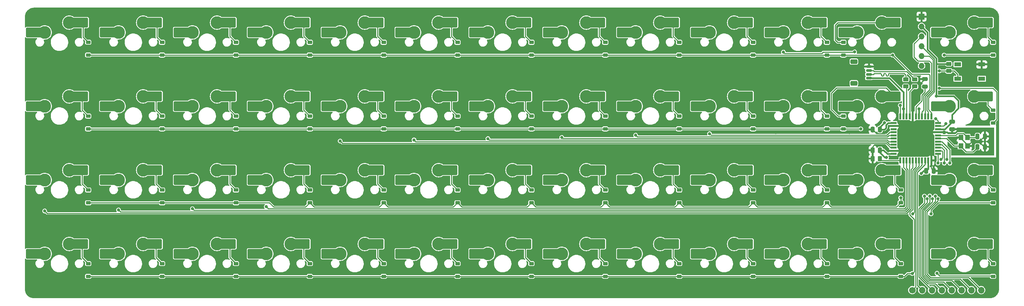
<source format=gbr>
%TF.GenerationSoftware,KiCad,Pcbnew,7.0.1-0*%
%TF.CreationDate,2023-07-08T10:52:27-05:00*%
%TF.ProjectId,pcb,7063622e-6b69-4636-9164-5f7063625858,rev?*%
%TF.SameCoordinates,Original*%
%TF.FileFunction,Copper,L2,Bot*%
%TF.FilePolarity,Positive*%
%FSLAX46Y46*%
G04 Gerber Fmt 4.6, Leading zero omitted, Abs format (unit mm)*
G04 Created by KiCad (PCBNEW 7.0.1-0) date 2023-07-08 10:52:27*
%MOMM*%
%LPD*%
G01*
G04 APERTURE LIST*
G04 Aperture macros list*
%AMRoundRect*
0 Rectangle with rounded corners*
0 $1 Rounding radius*
0 $2 $3 $4 $5 $6 $7 $8 $9 X,Y pos of 4 corners*
0 Add a 4 corners polygon primitive as box body*
4,1,4,$2,$3,$4,$5,$6,$7,$8,$9,$2,$3,0*
0 Add four circle primitives for the rounded corners*
1,1,$1+$1,$2,$3*
1,1,$1+$1,$4,$5*
1,1,$1+$1,$6,$7*
1,1,$1+$1,$8,$9*
0 Add four rect primitives between the rounded corners*
20,1,$1+$1,$2,$3,$4,$5,0*
20,1,$1+$1,$4,$5,$6,$7,0*
20,1,$1+$1,$6,$7,$8,$9,0*
20,1,$1+$1,$8,$9,$2,$3,0*%
G04 Aperture macros list end*
%TA.AperFunction,SMDPad,CuDef*%
%ADD10RoundRect,0.225000X0.375000X-0.225000X0.375000X0.225000X-0.375000X0.225000X-0.375000X-0.225000X0*%
%TD*%
%TA.AperFunction,SMDPad,CuDef*%
%ADD11RoundRect,0.250000X-0.475000X0.250000X-0.475000X-0.250000X0.475000X-0.250000X0.475000X0.250000X0*%
%TD*%
%TA.AperFunction,SMDPad,CuDef*%
%ADD12RoundRect,0.250000X0.450000X-0.262500X0.450000X0.262500X-0.450000X0.262500X-0.450000X-0.262500X0*%
%TD*%
%TA.AperFunction,ComponentPad*%
%ADD13C,3.300000*%
%TD*%
%TA.AperFunction,SMDPad,CuDef*%
%ADD14R,1.650000X2.500000*%
%TD*%
%TA.AperFunction,SMDPad,CuDef*%
%ADD15RoundRect,0.250000X1.025000X1.000000X-1.025000X1.000000X-1.025000X-1.000000X1.025000X-1.000000X0*%
%TD*%
%TA.AperFunction,SMDPad,CuDef*%
%ADD16RoundRect,0.250000X-0.450000X0.262500X-0.450000X-0.262500X0.450000X-0.262500X0.450000X0.262500X0*%
%TD*%
%TA.AperFunction,SMDPad,CuDef*%
%ADD17RoundRect,0.250000X-0.250000X-0.475000X0.250000X-0.475000X0.250000X0.475000X-0.250000X0.475000X0*%
%TD*%
%TA.AperFunction,SMDPad,CuDef*%
%ADD18RoundRect,0.250000X0.250000X0.475000X-0.250000X0.475000X-0.250000X-0.475000X0.250000X-0.475000X0*%
%TD*%
%TA.AperFunction,SMDPad,CuDef*%
%ADD19R,1.200000X1.400000*%
%TD*%
%TA.AperFunction,SMDPad,CuDef*%
%ADD20RoundRect,0.250000X0.475000X-0.250000X0.475000X0.250000X-0.475000X0.250000X-0.475000X-0.250000X0*%
%TD*%
%TA.AperFunction,SMDPad,CuDef*%
%ADD21RoundRect,0.150000X0.625000X-0.150000X0.625000X0.150000X-0.625000X0.150000X-0.625000X-0.150000X0*%
%TD*%
%TA.AperFunction,SMDPad,CuDef*%
%ADD22RoundRect,0.250000X0.650000X-0.350000X0.650000X0.350000X-0.650000X0.350000X-0.650000X-0.350000X0*%
%TD*%
%TA.AperFunction,SMDPad,CuDef*%
%ADD23RoundRect,0.250000X-0.262500X-0.450000X0.262500X-0.450000X0.262500X0.450000X-0.262500X0.450000X0*%
%TD*%
%TA.AperFunction,ComponentPad*%
%ADD24C,1.700000*%
%TD*%
%TA.AperFunction,ComponentPad*%
%ADD25O,1.700000X1.700000*%
%TD*%
%TA.AperFunction,SMDPad,CuDef*%
%ADD26R,0.550000X1.500000*%
%TD*%
%TA.AperFunction,SMDPad,CuDef*%
%ADD27R,1.500000X0.550000*%
%TD*%
%TA.AperFunction,ComponentPad*%
%ADD28O,1.524000X1.524000*%
%TD*%
%TA.AperFunction,ComponentPad*%
%ADD29R,1.524000X1.524000*%
%TD*%
%TA.AperFunction,SMDPad,CuDef*%
%ADD30R,1.800000X1.100000*%
%TD*%
%TA.AperFunction,ViaPad*%
%ADD31C,0.812800*%
%TD*%
%TA.AperFunction,Conductor*%
%ADD32C,0.254000*%
%TD*%
%TA.AperFunction,Conductor*%
%ADD33C,0.381000*%
%TD*%
G04 APERTURE END LIST*
D10*
%TO.P,D7,1,K*%
%TO.N,row0*%
X158606252Y-33075000D03*
%TO.P,D7,2,A*%
%TO.N,Net-(D7-A)*%
X158606252Y-29775000D03*
%TD*%
D11*
%TO.P,C4,1*%
%TO.N,VCC*%
X267100000Y-50300000D03*
%TO.P,C4,2*%
%TO.N,GND*%
X267100000Y-52200000D03*
%TD*%
D12*
%TO.P,RSW1,1*%
%TO.N,ISP_Reset*%
X266250000Y-37162500D03*
%TO.P,RSW1,2*%
%TO.N,VCC*%
X266250000Y-35337500D03*
%TD*%
D10*
%TO.P,D8,1,K*%
%TO.N,row0*%
X177656252Y-33075000D03*
%TO.P,D8,2,A*%
%TO.N,Net-(D8-A)*%
X177656252Y-29775000D03*
%TD*%
%TO.P,D14,1,K*%
%TO.N,row1*%
X44306252Y-52125000D03*
%TO.P,D14,2,A*%
%TO.N,Net-(D14-A)*%
X44306252Y-48825000D03*
%TD*%
D13*
%TO.P,MX42,1,COL*%
%TO.N,col2*%
X71199438Y-84375698D03*
D14*
X69374438Y-84375698D03*
D15*
X67649438Y-84375698D03*
%TO.P,MX42,2,ROW*%
%TO.N,Net-(D42-A)*%
X81099438Y-81835698D03*
D14*
X79349438Y-81835698D03*
D13*
X77549438Y-81835698D03*
%TD*%
D10*
%TO.P,D35,1,K*%
%TO.N,row2*%
X196706252Y-71200000D03*
%TO.P,D35,2,A*%
%TO.N,Net-(D35-A)*%
X196706252Y-67900000D03*
%TD*%
%TO.P,D11,1,K*%
%TO.N,row0*%
X234806252Y-33075000D03*
%TO.P,D11,2,A*%
%TO.N,Net-(D11-A)*%
X234806252Y-29775000D03*
%TD*%
D16*
%TO.P,R3,1*%
%TO.N,D+*%
X257450000Y-39337500D03*
%TO.P,R3,2*%
%TO.N,Net-(U1-D+)*%
X257450000Y-41162500D03*
%TD*%
D13*
%TO.P,MX9,1,COL*%
%TO.N,col8*%
X185499534Y-27225650D03*
D14*
X183674534Y-27225650D03*
D15*
X181949534Y-27225650D03*
%TO.P,MX9,2,ROW*%
%TO.N,Net-(D9-A)*%
X195399534Y-24685650D03*
D14*
X193649534Y-24685650D03*
D13*
X191849534Y-24685650D03*
%TD*%
%TO.P,MX3,1,COL*%
%TO.N,col2*%
X71199438Y-27225650D03*
D14*
X69374438Y-27225650D03*
D15*
X67649438Y-27225650D03*
%TO.P,MX3,2,ROW*%
%TO.N,Net-(D3-A)*%
X81099438Y-24685650D03*
D14*
X79349438Y-24685650D03*
D13*
X77549438Y-24685650D03*
%TD*%
D10*
%TO.P,D39,1,K*%
%TO.N,row2*%
X277668748Y-71200000D03*
%TO.P,D39,2,A*%
%TO.N,Net-(D39-A)*%
X277668748Y-67900000D03*
%TD*%
D13*
%TO.P,MX41,1,COL*%
%TO.N,col1*%
X52149422Y-84375698D03*
D14*
X50324422Y-84375698D03*
D15*
X48599422Y-84375698D03*
%TO.P,MX41,2,ROW*%
%TO.N,Net-(D41-A)*%
X62049422Y-81835698D03*
D14*
X60299422Y-81835698D03*
D13*
X58499422Y-81835698D03*
%TD*%
%TO.P,MX25,1,COL*%
%TO.N,col11{slash}miso*%
X242649582Y-46275666D03*
D14*
X240824582Y-46275666D03*
D15*
X239099582Y-46275666D03*
%TO.P,MX25,2,ROW*%
%TO.N,Net-(D25-A)*%
X252549582Y-43735666D03*
D14*
X250799582Y-43735666D03*
D13*
X248999582Y-43735666D03*
%TD*%
%TO.P,MX22,1,COL*%
%TO.N,col8*%
X185499534Y-46275666D03*
D14*
X183674534Y-46275666D03*
D15*
X181949534Y-46275666D03*
%TO.P,MX22,2,ROW*%
%TO.N,Net-(D22-A)*%
X195399534Y-43735666D03*
D14*
X193649534Y-43735666D03*
D13*
X191849534Y-43735666D03*
%TD*%
%TO.P,MX49,1,COL*%
%TO.N,col9*%
X204549550Y-84375698D03*
D14*
X202724550Y-84375698D03*
D15*
X200999550Y-84375698D03*
%TO.P,MX49,2,ROW*%
%TO.N,Net-(D49-A)*%
X214449550Y-81835698D03*
D14*
X212699550Y-81835698D03*
D13*
X210899550Y-81835698D03*
%TD*%
D10*
%TO.P,D46,1,K*%
%TO.N,row3*%
X158606252Y-90200000D03*
%TO.P,D46,2,A*%
%TO.N,Net-(D46-A)*%
X158606252Y-86900000D03*
%TD*%
%TO.P,D40,1,K*%
%TO.N,row3*%
X44306252Y-90200000D03*
%TO.P,D40,2,A*%
%TO.N,Net-(D40-A)*%
X44306252Y-86900000D03*
%TD*%
D13*
%TO.P,MX10,1,COL*%
%TO.N,col9*%
X204549550Y-27225650D03*
D14*
X202724550Y-27225650D03*
D15*
X200999550Y-27225650D03*
%TO.P,MX10,2,ROW*%
%TO.N,Net-(D10-A)*%
X214449550Y-24685650D03*
D14*
X212699550Y-24685650D03*
D13*
X210899550Y-24685650D03*
%TD*%
D17*
%TO.P,CX1,1*%
%TO.N,XTAL2*%
X273650000Y-54050000D03*
%TO.P,CX1,2*%
%TO.N,GND*%
X275550000Y-54050000D03*
%TD*%
D12*
%TO.P,R2,1*%
%TO.N,Net-(U1-D-)*%
X255150000Y-41162500D03*
%TO.P,R2,2*%
%TO.N,D-*%
X255150000Y-39337500D03*
%TD*%
D18*
%TO.P,C1,1*%
%TO.N,VCC*%
X248490834Y-52275000D03*
%TO.P,C1,2*%
%TO.N,GND*%
X246590834Y-52275000D03*
%TD*%
D10*
%TO.P,D4,1,K*%
%TO.N,row0*%
X101456252Y-33075000D03*
%TO.P,D4,2,A*%
%TO.N,Net-(D4-A)*%
X101456252Y-29775000D03*
%TD*%
D19*
%TO.P,Y1,1,1*%
%TO.N,XTAL2*%
X271050000Y-54325000D03*
%TO.P,Y1,2,2*%
%TO.N,GND*%
X271050000Y-56525000D03*
%TO.P,Y1,3,3*%
%TO.N,XTAL1*%
X269350000Y-56525000D03*
%TO.P,Y1,4,4*%
%TO.N,GND*%
X269350000Y-54325000D03*
%TD*%
D18*
%TO.P,C2,1*%
%TO.N,VCC*%
X248500000Y-57600000D03*
%TO.P,C2,2*%
%TO.N,GND*%
X246600000Y-57600000D03*
%TD*%
D13*
%TO.P,MX19,1,COL*%
%TO.N,col5*%
X128349486Y-46275666D03*
D14*
X126524486Y-46275666D03*
D15*
X124799486Y-46275666D03*
%TO.P,MX19,2,ROW*%
%TO.N,Net-(D19-A)*%
X138249486Y-43735666D03*
D14*
X136499486Y-43735666D03*
D13*
X134699486Y-43735666D03*
%TD*%
D10*
%TO.P,D29,1,K*%
%TO.N,row2*%
X82406252Y-71200000D03*
%TO.P,D29,2,A*%
%TO.N,Net-(D29-A)*%
X82406252Y-67900000D03*
%TD*%
D13*
%TO.P,MX21,1,COL*%
%TO.N,col7*%
X166449518Y-46275666D03*
D14*
X164624518Y-46275666D03*
D15*
X162899518Y-46275666D03*
%TO.P,MX21,2,ROW*%
%TO.N,Net-(D21-A)*%
X176349518Y-43735666D03*
D14*
X174599518Y-43735666D03*
D13*
X172799518Y-43735666D03*
%TD*%
D10*
%TO.P,D24,1,K*%
%TO.N,row1*%
X234806252Y-52125000D03*
%TO.P,D24,2,A*%
%TO.N,Net-(D24-A)*%
X234806252Y-48825000D03*
%TD*%
%TO.P,D31,1,K*%
%TO.N,row2*%
X120506252Y-71200000D03*
%TO.P,D31,2,A*%
%TO.N,Net-(D31-A)*%
X120506252Y-67900000D03*
%TD*%
%TO.P,D45,1,K*%
%TO.N,row3*%
X139556252Y-90200000D03*
%TO.P,D45,2,A*%
%TO.N,Net-(D45-A)*%
X139556252Y-86900000D03*
%TD*%
%TO.P,D16,1,K*%
%TO.N,row1*%
X82406252Y-52125000D03*
%TO.P,D16,2,A*%
%TO.N,Net-(D16-A)*%
X82406252Y-48825000D03*
%TD*%
%TO.P,D41,1,K*%
%TO.N,row3*%
X63356252Y-90200000D03*
%TO.P,D41,2,A*%
%TO.N,Net-(D41-A)*%
X63356252Y-86900000D03*
%TD*%
D13*
%TO.P,MX16,1,COL*%
%TO.N,col2*%
X71199438Y-46275666D03*
D14*
X69374438Y-46275666D03*
D15*
X67649438Y-46275666D03*
%TO.P,MX16,2,ROW*%
%TO.N,Net-(D16-A)*%
X81099438Y-43735666D03*
D14*
X79349438Y-43735666D03*
D13*
X77549438Y-43735666D03*
%TD*%
D10*
%TO.P,D13,1,K*%
%TO.N,row0*%
X277668748Y-33075000D03*
%TO.P,D13,2,A*%
%TO.N,Net-(D13-A)*%
X277668748Y-29775000D03*
%TD*%
D13*
%TO.P,MX32,1,COL*%
%TO.N,col5*%
X128349486Y-65325682D03*
D14*
X126524486Y-65325682D03*
D15*
X124799486Y-65325682D03*
%TO.P,MX32,2,ROW*%
%TO.N,Net-(D32-A)*%
X138249486Y-62785682D03*
D14*
X136499486Y-62785682D03*
D13*
X134699486Y-62785682D03*
%TD*%
D10*
%TO.P,D49,1,K*%
%TO.N,row3*%
X215756252Y-90200000D03*
%TO.P,D49,2,A*%
%TO.N,Net-(D49-A)*%
X215756252Y-86900000D03*
%TD*%
D13*
%TO.P,MX8,1,COL*%
%TO.N,col7*%
X166449518Y-27225650D03*
D14*
X164624518Y-27225650D03*
D15*
X162899518Y-27225650D03*
%TO.P,MX8,2,ROW*%
%TO.N,Net-(D8-A)*%
X176349518Y-24685650D03*
D14*
X174599518Y-24685650D03*
D13*
X172799518Y-24685650D03*
%TD*%
D10*
%TO.P,D51,1,K*%
%TO.N,row3*%
X253856252Y-90200000D03*
%TO.P,D51,2,A*%
%TO.N,Net-(D51-A)*%
X253856252Y-86900000D03*
%TD*%
%TO.P,D50,1,K*%
%TO.N,row3*%
X234806252Y-90200000D03*
%TO.P,D50,2,A*%
%TO.N,Net-(D50-A)*%
X234806252Y-86900000D03*
%TD*%
D20*
%TO.P,C5,1*%
%TO.N,Net-(U1-UCAP)*%
X260075000Y-41200000D03*
%TO.P,C5,2*%
%TO.N,GND*%
X260075000Y-39300000D03*
%TD*%
D10*
%TO.P,D52,1,K*%
%TO.N,row3*%
X277668748Y-90200000D03*
%TO.P,D52,2,A*%
%TO.N,Net-(D52-A)*%
X277668748Y-86900000D03*
%TD*%
D13*
%TO.P,MX33,1,COL*%
%TO.N,col6*%
X147399502Y-65325682D03*
D14*
X145574502Y-65325682D03*
D15*
X143849502Y-65325682D03*
%TO.P,MX33,2,ROW*%
%TO.N,Net-(D33-A)*%
X157299502Y-62785682D03*
D14*
X155549502Y-62785682D03*
D13*
X153749502Y-62785682D03*
%TD*%
D10*
%TO.P,D37,1,K*%
%TO.N,row2*%
X234806252Y-71200000D03*
%TO.P,D37,2,A*%
%TO.N,Net-(D37-A)*%
X234806252Y-67900000D03*
%TD*%
%TO.P,D3,1,K*%
%TO.N,row0*%
X82406252Y-33075000D03*
%TO.P,D3,2,A*%
%TO.N,Net-(D3-A)*%
X82406252Y-29775000D03*
%TD*%
D17*
%TO.P,C3,1*%
%TO.N,VCC*%
X260450000Y-63000000D03*
%TO.P,C3,2*%
%TO.N,GND*%
X262350000Y-63000000D03*
%TD*%
D13*
%TO.P,MX37,1,COL*%
%TO.N,col10{slash}mosi*%
X223599566Y-65325682D03*
D14*
X221774566Y-65325682D03*
D15*
X220049566Y-65325682D03*
%TO.P,MX37,2,ROW*%
%TO.N,Net-(D37-A)*%
X233499566Y-62785682D03*
D14*
X231749566Y-62785682D03*
D13*
X229949566Y-62785682D03*
%TD*%
D10*
%TO.P,D18,1,K*%
%TO.N,row1*%
X120506252Y-52125000D03*
%TO.P,D18,2,A*%
%TO.N,Net-(D18-A)*%
X120506252Y-48825000D03*
%TD*%
%TO.P,D28,1,K*%
%TO.N,row2*%
X63356252Y-71200000D03*
%TO.P,D28,2,A*%
%TO.N,Net-(D28-A)*%
X63356252Y-67900000D03*
%TD*%
D13*
%TO.P,MX34,1,COL*%
%TO.N,col7*%
X166449518Y-65325682D03*
D14*
X164624518Y-65325682D03*
D15*
X162899518Y-65325682D03*
%TO.P,MX34,2,ROW*%
%TO.N,Net-(D34-A)*%
X176349518Y-62785682D03*
D14*
X174599518Y-62785682D03*
D13*
X172799518Y-62785682D03*
%TD*%
%TO.P,MX28,1,COL*%
%TO.N,col1*%
X52149422Y-65325682D03*
D14*
X50324422Y-65325682D03*
D15*
X48599422Y-65325682D03*
%TO.P,MX28,2,ROW*%
%TO.N,Net-(D28-A)*%
X62049422Y-62785682D03*
D14*
X60299422Y-62785682D03*
D13*
X58499422Y-62785682D03*
%TD*%
%TO.P,MX47,1,COL*%
%TO.N,col7*%
X166449518Y-84375698D03*
D14*
X164624518Y-84375698D03*
D15*
X162899518Y-84375698D03*
%TO.P,MX47,2,ROW*%
%TO.N,Net-(D47-A)*%
X176349518Y-81835698D03*
D14*
X174599518Y-81835698D03*
D13*
X172799518Y-81835698D03*
%TD*%
D10*
%TO.P,D32,1,K*%
%TO.N,row2*%
X139556252Y-71200000D03*
%TO.P,D32,2,A*%
%TO.N,Net-(D32-A)*%
X139556252Y-67900000D03*
%TD*%
D13*
%TO.P,MX45,1,COL*%
%TO.N,col5*%
X128349486Y-84375698D03*
D14*
X126524486Y-84375698D03*
D15*
X124799486Y-84375698D03*
%TO.P,MX45,2,ROW*%
%TO.N,Net-(D45-A)*%
X138249486Y-81835698D03*
D14*
X136499486Y-81835698D03*
D13*
X134699486Y-81835698D03*
%TD*%
D10*
%TO.P,D5,1,K*%
%TO.N,row0*%
X120506252Y-33075000D03*
%TO.P,D5,2,A*%
%TO.N,Net-(D5-A)*%
X120506252Y-29775000D03*
%TD*%
D13*
%TO.P,MX4,1,COL*%
%TO.N,col3*%
X90249454Y-27225650D03*
D14*
X88424454Y-27225650D03*
D15*
X86699454Y-27225650D03*
%TO.P,MX4,2,ROW*%
%TO.N,Net-(D4-A)*%
X100149454Y-24685650D03*
D14*
X98399454Y-24685650D03*
D13*
X96599454Y-24685650D03*
%TD*%
D10*
%TO.P,D27,1,K*%
%TO.N,row2*%
X44306252Y-71200000D03*
%TO.P,D27,2,A*%
%TO.N,Net-(D27-A)*%
X44306252Y-67900000D03*
%TD*%
D13*
%TO.P,MX29,1,COL*%
%TO.N,col2*%
X71199438Y-65325682D03*
D14*
X69374438Y-65325682D03*
D15*
X67649438Y-65325682D03*
%TO.P,MX29,2,ROW*%
%TO.N,Net-(D29-A)*%
X81099438Y-62785682D03*
D14*
X79349438Y-62785682D03*
D13*
X77549438Y-62785682D03*
%TD*%
%TO.P,MX7,1,COL*%
%TO.N,col6*%
X147399502Y-27225650D03*
D14*
X145574502Y-27225650D03*
D15*
X143849502Y-27225650D03*
%TO.P,MX7,2,ROW*%
%TO.N,Net-(D7-A)*%
X157299502Y-24685650D03*
D14*
X155549502Y-24685650D03*
D13*
X153749502Y-24685650D03*
%TD*%
D10*
%TO.P,D48,1,K*%
%TO.N,row3*%
X196706252Y-90200000D03*
%TO.P,D48,2,A*%
%TO.N,Net-(D48-A)*%
X196706252Y-86900000D03*
%TD*%
%TO.P,D34,1,K*%
%TO.N,row2*%
X177656252Y-71200000D03*
%TO.P,D34,2,A*%
%TO.N,Net-(D34-A)*%
X177656252Y-67900000D03*
%TD*%
D13*
%TO.P,MX18,1,COL*%
%TO.N,col4*%
X109299470Y-46275666D03*
D14*
X107474470Y-46275666D03*
D15*
X105749470Y-46275666D03*
%TO.P,MX18,2,ROW*%
%TO.N,Net-(D18-A)*%
X119199470Y-43735666D03*
D14*
X117449470Y-43735666D03*
D13*
X115649470Y-43735666D03*
%TD*%
D10*
%TO.P,D20,1,K*%
%TO.N,row1*%
X158606252Y-52125000D03*
%TO.P,D20,2,A*%
%TO.N,Net-(D20-A)*%
X158606252Y-48825000D03*
%TD*%
D13*
%TO.P,MX39,1,COL*%
%TO.N,col12{slash}sck*%
X266462102Y-65325682D03*
D14*
X264637102Y-65325682D03*
D15*
X262912102Y-65325682D03*
%TO.P,MX39,2,ROW*%
%TO.N,Net-(D39-A)*%
X276362102Y-62785682D03*
D14*
X274612102Y-62785682D03*
D13*
X272812102Y-62785682D03*
%TD*%
D21*
%TO.P,J3,1,1*%
%TO.N,VCC*%
X245650000Y-39050000D03*
%TO.P,J3,2,2*%
%TO.N,D-*%
X245650000Y-38050000D03*
%TO.P,J3,3,3*%
%TO.N,D+*%
X245650000Y-37050000D03*
%TO.P,J3,4,4*%
%TO.N,GND*%
X245650000Y-36050000D03*
D22*
%TO.P,J3,MP*%
%TO.N,N/C*%
X241775000Y-40350000D03*
X241775000Y-34750000D03*
%TD*%
D13*
%TO.P,MX24,1,COL*%
%TO.N,col10{slash}mosi*%
X223599566Y-46275666D03*
D14*
X221774566Y-46275666D03*
D15*
X220049566Y-46275666D03*
%TO.P,MX24,2,ROW*%
%TO.N,Net-(D24-A)*%
X233499566Y-43735666D03*
D14*
X231749566Y-43735666D03*
D13*
X229949566Y-43735666D03*
%TD*%
D10*
%TO.P,D19,1,K*%
%TO.N,row1*%
X139556252Y-52125000D03*
%TO.P,D19,2,A*%
%TO.N,Net-(D19-A)*%
X139556252Y-48825000D03*
%TD*%
D13*
%TO.P,MX43,1,COL*%
%TO.N,col3*%
X90249454Y-84375698D03*
D14*
X88424454Y-84375698D03*
D15*
X86699454Y-84375698D03*
%TO.P,MX43,2,ROW*%
%TO.N,Net-(D43-A)*%
X100149454Y-81835698D03*
D14*
X98399454Y-81835698D03*
D13*
X96599454Y-81835698D03*
%TD*%
%TO.P,MX13,1,COL*%
%TO.N,col12{slash}sck*%
X266462102Y-27225650D03*
D14*
X264637102Y-27225650D03*
D15*
X262912102Y-27225650D03*
%TO.P,MX13,2,ROW*%
%TO.N,Net-(D13-A)*%
X276362102Y-24685650D03*
D14*
X274612102Y-24685650D03*
D13*
X272812102Y-24685650D03*
%TD*%
%TO.P,MX6,1,COL*%
%TO.N,col5*%
X128349486Y-27225650D03*
D14*
X126524486Y-27225650D03*
D15*
X124799486Y-27225650D03*
%TO.P,MX6,2,ROW*%
%TO.N,Net-(D6-A)*%
X138249486Y-24685650D03*
D14*
X136499486Y-24685650D03*
D13*
X134699486Y-24685650D03*
%TD*%
%TO.P,MX36,1,COL*%
%TO.N,col9*%
X204549550Y-65325682D03*
D14*
X202724550Y-65325682D03*
D15*
X200999550Y-65325682D03*
%TO.P,MX36,2,ROW*%
%TO.N,Net-(D36-A)*%
X214449550Y-62785682D03*
D14*
X212699550Y-62785682D03*
D13*
X210899550Y-62785682D03*
%TD*%
D23*
%TO.P,R1,1*%
%TO.N,GND*%
X246637500Y-59800000D03*
%TO.P,R1,2*%
%TO.N,Net-(U1-~{HWB}{slash}PE2)*%
X248462500Y-59800000D03*
%TD*%
D24*
%TO.P,J5,1,Pin_1*%
%TO.N,extra1*%
X256825000Y-93750000D03*
D25*
%TO.P,J5,2,Pin_2*%
%TO.N,extra2*%
X259365000Y-93750000D03*
%TO.P,J5,3,Pin_3*%
%TO.N,extra3*%
X261905000Y-93750000D03*
%TO.P,J5,4,Pin_4*%
%TO.N,extra4*%
X264445000Y-93750000D03*
%TO.P,J5,5,Pin_5*%
%TO.N,extra5*%
X266985000Y-93750000D03*
%TO.P,J5,6,Pin_6*%
%TO.N,extra6*%
X269525000Y-93750000D03*
%TO.P,J5,7,Pin_7*%
%TO.N,extra7*%
X272065000Y-93750000D03*
%TO.P,J5,8,Pin_8*%
%TO.N,extra8*%
X274605000Y-93750000D03*
%TD*%
D10*
%TO.P,D6,1,K*%
%TO.N,row0*%
X139556252Y-33075000D03*
%TO.P,D6,2,A*%
%TO.N,Net-(D6-A)*%
X139556252Y-29775000D03*
%TD*%
D13*
%TO.P,MX30,1,COL*%
%TO.N,col3*%
X90249454Y-65325682D03*
D14*
X88424454Y-65325682D03*
D15*
X86699454Y-65325682D03*
%TO.P,MX30,2,ROW*%
%TO.N,Net-(D30-A)*%
X100149454Y-62785682D03*
D14*
X98399454Y-62785682D03*
D13*
X96599454Y-62785682D03*
%TD*%
D10*
%TO.P,D12,1,K*%
%TO.N,row0*%
X239050000Y-33075000D03*
%TO.P,D12,2,A*%
%TO.N,Net-(D12-A)*%
X239050000Y-29775000D03*
%TD*%
%TO.P,D30,1,K*%
%TO.N,row2*%
X101456252Y-71200000D03*
%TO.P,D30,2,A*%
%TO.N,Net-(D30-A)*%
X101456252Y-67900000D03*
%TD*%
%TO.P,D2,1,K*%
%TO.N,row0*%
X63351252Y-33075000D03*
%TO.P,D2,2,A*%
%TO.N,Net-(D2-A)*%
X63351252Y-29775000D03*
%TD*%
D17*
%TO.P,CX2,1*%
%TO.N,XTAL1*%
X273650000Y-56750000D03*
%TO.P,CX2,2*%
%TO.N,GND*%
X275550000Y-56750000D03*
%TD*%
D13*
%TO.P,MX35,1,COL*%
%TO.N,col8*%
X185499534Y-65325682D03*
D14*
X183674534Y-65325682D03*
D15*
X181949534Y-65325682D03*
%TO.P,MX35,2,ROW*%
%TO.N,Net-(D35-A)*%
X195399534Y-62785682D03*
D14*
X193649534Y-62785682D03*
D13*
X191849534Y-62785682D03*
%TD*%
%TO.P,MX15,1,COL*%
%TO.N,col1*%
X52149422Y-46275666D03*
D14*
X50324422Y-46275666D03*
D15*
X48599422Y-46275666D03*
%TO.P,MX15,2,ROW*%
%TO.N,Net-(D15-A)*%
X62049422Y-43735666D03*
D14*
X60299422Y-43735666D03*
D13*
X58499422Y-43735666D03*
%TD*%
%TO.P,MX48,1,COL*%
%TO.N,col8*%
X185499534Y-84375698D03*
D14*
X183674534Y-84375698D03*
D15*
X181949534Y-84375698D03*
%TO.P,MX48,2,ROW*%
%TO.N,Net-(D48-A)*%
X195399534Y-81835698D03*
D14*
X193649534Y-81835698D03*
D13*
X191849534Y-81835698D03*
%TD*%
D10*
%TO.P,D33,1,K*%
%TO.N,row2*%
X158606252Y-71200000D03*
%TO.P,D33,2,A*%
%TO.N,Net-(D33-A)*%
X158606252Y-67900000D03*
%TD*%
D13*
%TO.P,MX31,1,COL*%
%TO.N,col4*%
X109299470Y-65325682D03*
D14*
X107474470Y-65325682D03*
D15*
X105749470Y-65325682D03*
%TO.P,MX31,2,ROW*%
%TO.N,Net-(D31-A)*%
X119199470Y-62785682D03*
D14*
X117449470Y-62785682D03*
D13*
X115649470Y-62785682D03*
%TD*%
D10*
%TO.P,D22,1,K*%
%TO.N,row1*%
X196706252Y-52125000D03*
%TO.P,D22,2,A*%
%TO.N,Net-(D22-A)*%
X196706252Y-48825000D03*
%TD*%
D13*
%TO.P,MX17,1,COL*%
%TO.N,col3*%
X90249454Y-46275666D03*
D14*
X88424454Y-46275666D03*
D15*
X86699454Y-46275666D03*
%TO.P,MX17,2,ROW*%
%TO.N,Net-(D17-A)*%
X100149454Y-43735666D03*
D14*
X98399454Y-43735666D03*
D13*
X96599454Y-43735666D03*
%TD*%
D10*
%TO.P,D36,1,K*%
%TO.N,row2*%
X215756252Y-71200000D03*
%TO.P,D36,2,A*%
%TO.N,Net-(D36-A)*%
X215756252Y-67900000D03*
%TD*%
D13*
%TO.P,MX51,1,COL*%
%TO.N,col11{slash}miso*%
X242649582Y-84375698D03*
D14*
X240824582Y-84375698D03*
D15*
X239099582Y-84375698D03*
%TO.P,MX51,2,ROW*%
%TO.N,Net-(D51-A)*%
X252549582Y-81835698D03*
D14*
X250799582Y-81835698D03*
D13*
X248999582Y-81835698D03*
%TD*%
D26*
%TO.P,U1,1,PE6*%
%TO.N,row1*%
X253750000Y-48900000D03*
%TO.P,U1,2,UVCC*%
%TO.N,VCC*%
X254550000Y-48900000D03*
%TO.P,U1,3,D-*%
%TO.N,Net-(U1-D-)*%
X255350000Y-48900000D03*
%TO.P,U1,4,D+*%
%TO.N,Net-(U1-D+)*%
X256150000Y-48900000D03*
%TO.P,U1,5,UGND*%
%TO.N,GND*%
X256950000Y-48900000D03*
%TO.P,U1,6,UCAP*%
%TO.N,Net-(U1-UCAP)*%
X257750000Y-48900000D03*
%TO.P,U1,7,VBUS*%
%TO.N,VCC*%
X258550000Y-48900000D03*
%TO.P,U1,8,PB0*%
%TO.N,row0*%
X259350000Y-48900000D03*
%TO.P,U1,9,PB1*%
%TO.N,col12{slash}sck*%
X260150000Y-48900000D03*
%TO.P,U1,10,PB2*%
%TO.N,col10{slash}mosi*%
X260950000Y-48900000D03*
%TO.P,U1,11,PB3*%
%TO.N,col11{slash}miso*%
X261750000Y-48900000D03*
D27*
%TO.P,U1,12,PB7*%
%TO.N,extra8*%
X263450000Y-50600000D03*
%TO.P,U1,13,~{RESET}*%
%TO.N,ISP_Reset*%
X263450000Y-51400000D03*
%TO.P,U1,14,VCC*%
%TO.N,VCC*%
X263450000Y-52200000D03*
%TO.P,U1,15,GND*%
%TO.N,GND*%
X263450000Y-53000000D03*
%TO.P,U1,16,XTAL2*%
%TO.N,XTAL2*%
X263450000Y-53800000D03*
%TO.P,U1,17,XTAL1*%
%TO.N,XTAL1*%
X263450000Y-54600000D03*
%TO.P,U1,18,PD0*%
%TO.N,extra7*%
X263450000Y-55400000D03*
%TO.P,U1,19,PD1*%
%TO.N,extra6*%
X263450000Y-56200000D03*
%TO.P,U1,20,PD2*%
%TO.N,extra5*%
X263450000Y-57000000D03*
%TO.P,U1,21,PD3*%
%TO.N,extra4*%
X263450000Y-57800000D03*
%TO.P,U1,22,PD5*%
%TO.N,extra3*%
X263450000Y-58600000D03*
D26*
%TO.P,U1,23,GND*%
%TO.N,GND*%
X261750000Y-60300000D03*
%TO.P,U1,24,AVCC*%
%TO.N,VCC*%
X260950000Y-60300000D03*
%TO.P,U1,25,PD4*%
%TO.N,extra2*%
X260150000Y-60300000D03*
%TO.P,U1,26,PD6*%
%TO.N,extra1*%
X259350000Y-60300000D03*
%TO.P,U1,27,PD7*%
%TO.N,row2*%
X258550000Y-60300000D03*
%TO.P,U1,28,PB4*%
%TO.N,row3*%
X257750000Y-60300000D03*
%TO.P,U1,29,PB5*%
%TO.N,col0*%
X256950000Y-60300000D03*
%TO.P,U1,30,PB6*%
%TO.N,col1*%
X256150000Y-60300000D03*
%TO.P,U1,31,PC6*%
%TO.N,col2*%
X255350000Y-60300000D03*
%TO.P,U1,32,PC7*%
%TO.N,col3*%
X254550000Y-60300000D03*
%TO.P,U1,33,~{HWB}/PE2*%
%TO.N,Net-(U1-~{HWB}{slash}PE2)*%
X253750000Y-60300000D03*
D27*
%TO.P,U1,34,VCC*%
%TO.N,VCC*%
X252050000Y-58600000D03*
%TO.P,U1,35,GND*%
%TO.N,GND*%
X252050000Y-57800000D03*
%TO.P,U1,36,PF7*%
%TO.N,col4*%
X252050000Y-57000000D03*
%TO.P,U1,37,PF6*%
%TO.N,col5*%
X252050000Y-56200000D03*
%TO.P,U1,38,PF5*%
%TO.N,col6*%
X252050000Y-55400000D03*
%TO.P,U1,39,PF4*%
%TO.N,col7*%
X252050000Y-54600000D03*
%TO.P,U1,40,PF1*%
%TO.N,col8*%
X252050000Y-53800000D03*
%TO.P,U1,41,PF0*%
%TO.N,col9*%
X252050000Y-53000000D03*
%TO.P,U1,42,AREF*%
%TO.N,unconnected-(U1-AREF-Pad42)*%
X252050000Y-52200000D03*
%TO.P,U1,43,GND*%
%TO.N,GND*%
X252050000Y-51400000D03*
%TO.P,U1,44,AVCC*%
%TO.N,VCC*%
X252050000Y-50600000D03*
%TD*%
D13*
%TO.P,MX44,1,COL*%
%TO.N,col4*%
X109299470Y-84375698D03*
D14*
X107474470Y-84375698D03*
D15*
X105749470Y-84375698D03*
%TO.P,MX44,2,ROW*%
%TO.N,Net-(D44-A)*%
X119199470Y-81835698D03*
D14*
X117449470Y-81835698D03*
D13*
X115649470Y-81835698D03*
%TD*%
%TO.P,MX27,1,COL*%
%TO.N,col0*%
X33099406Y-65325682D03*
D14*
X31274406Y-65325682D03*
D15*
X29549406Y-65325682D03*
%TO.P,MX27,2,ROW*%
%TO.N,Net-(D27-A)*%
X42999406Y-62785682D03*
D14*
X41249406Y-62785682D03*
D13*
X39449406Y-62785682D03*
%TD*%
%TO.P,MX40,1,COL*%
%TO.N,col0*%
X33099406Y-84375698D03*
D14*
X31274406Y-84375698D03*
D15*
X29549406Y-84375698D03*
%TO.P,MX40,2,ROW*%
%TO.N,Net-(D40-A)*%
X42999406Y-81835698D03*
D14*
X41249406Y-81835698D03*
D13*
X39449406Y-81835698D03*
%TD*%
%TO.P,MX12,1,COL*%
%TO.N,col11{slash}miso*%
X242649582Y-27225650D03*
D14*
X240824582Y-27225650D03*
D15*
X239099582Y-27225650D03*
%TO.P,MX12,2,ROW*%
%TO.N,Net-(D12-A)*%
X252549582Y-24685650D03*
D14*
X250799582Y-24685650D03*
D13*
X248999582Y-24685650D03*
%TD*%
D10*
%TO.P,D43,1,K*%
%TO.N,row3*%
X101456252Y-90200000D03*
%TO.P,D43,2,A*%
%TO.N,Net-(D43-A)*%
X101456252Y-86900000D03*
%TD*%
%TO.P,D47,1,K*%
%TO.N,row3*%
X177656252Y-90200000D03*
%TO.P,D47,2,A*%
%TO.N,Net-(D47-A)*%
X177656252Y-86900000D03*
%TD*%
D13*
%TO.P,MX11,1,COL*%
%TO.N,col10{slash}mosi*%
X223599566Y-27225650D03*
D14*
X221774566Y-27225650D03*
D15*
X220049566Y-27225650D03*
%TO.P,MX11,2,ROW*%
%TO.N,Net-(D11-A)*%
X233499566Y-24685650D03*
D14*
X231749566Y-24685650D03*
D13*
X229949566Y-24685650D03*
%TD*%
D10*
%TO.P,D9,1,K*%
%TO.N,row0*%
X196706252Y-33075000D03*
%TO.P,D9,2,A*%
%TO.N,Net-(D9-A)*%
X196706252Y-29775000D03*
%TD*%
D13*
%TO.P,MX23,1,COL*%
%TO.N,col9*%
X204549550Y-46275666D03*
D14*
X202724550Y-46275666D03*
D15*
X200999550Y-46275666D03*
%TO.P,MX23,2,ROW*%
%TO.N,Net-(D23-A)*%
X214449550Y-43735666D03*
D14*
X212699550Y-43735666D03*
D13*
X210899550Y-43735666D03*
%TD*%
%TO.P,MX52,1,COL*%
%TO.N,col12{slash}sck*%
X266462102Y-84375698D03*
D14*
X264637102Y-84375698D03*
D15*
X262912102Y-84375698D03*
%TO.P,MX52,2,ROW*%
%TO.N,Net-(D52-A)*%
X276362102Y-81835698D03*
D14*
X274612102Y-81835698D03*
D13*
X272812102Y-81835698D03*
%TD*%
D10*
%TO.P,D1,1,K*%
%TO.N,row0*%
X44311252Y-33052500D03*
%TO.P,D1,2,A*%
%TO.N,Net-(D1-A)*%
X44311252Y-29752500D03*
%TD*%
%TO.P,D21,1,K*%
%TO.N,row1*%
X177656252Y-52125000D03*
%TO.P,D21,2,A*%
%TO.N,Net-(D21-A)*%
X177656252Y-48825000D03*
%TD*%
D13*
%TO.P,MX2,1,COL*%
%TO.N,col1*%
X52149422Y-27225650D03*
D14*
X50324422Y-27225650D03*
D15*
X48599422Y-27225650D03*
%TO.P,MX2,2,ROW*%
%TO.N,Net-(D2-A)*%
X62049422Y-24685650D03*
D14*
X60299422Y-24685650D03*
D13*
X58499422Y-24685650D03*
%TD*%
%TO.P,MX50,1,COL*%
%TO.N,col10{slash}mosi*%
X223599566Y-84375698D03*
D14*
X221774566Y-84375698D03*
D15*
X220049566Y-84375698D03*
%TO.P,MX50,2,ROW*%
%TO.N,Net-(D50-A)*%
X233499566Y-81835698D03*
D14*
X231749566Y-81835698D03*
D13*
X229949566Y-81835698D03*
%TD*%
D10*
%TO.P,D38,1,K*%
%TO.N,row2*%
X253856252Y-71200000D03*
%TO.P,D38,2,A*%
%TO.N,Net-(D38-A)*%
X253856252Y-67900000D03*
%TD*%
D13*
%TO.P,MX20,1,COL*%
%TO.N,col6*%
X147399502Y-46275666D03*
D14*
X145574502Y-46275666D03*
D15*
X143849502Y-46275666D03*
%TO.P,MX20,2,ROW*%
%TO.N,Net-(D20-A)*%
X157299502Y-43735666D03*
D14*
X155549502Y-43735666D03*
D13*
X153749502Y-43735666D03*
%TD*%
%TO.P,MX26,1,COL*%
%TO.N,col12{slash}sck*%
X266462102Y-46275666D03*
D14*
X264637102Y-46275666D03*
D15*
X262912102Y-46275666D03*
%TO.P,MX26,2,ROW*%
%TO.N,Net-(D26-A)*%
X276362102Y-43735666D03*
D14*
X274612102Y-43735666D03*
D13*
X272812102Y-43735666D03*
%TD*%
D10*
%TO.P,D15,1,K*%
%TO.N,row1*%
X63356252Y-52125000D03*
%TO.P,D15,2,A*%
%TO.N,Net-(D15-A)*%
X63356252Y-48825000D03*
%TD*%
D13*
%TO.P,MX1,1,COL*%
%TO.N,col0*%
X33099406Y-27225650D03*
D14*
X31274406Y-27225650D03*
D15*
X29549406Y-27225650D03*
%TO.P,MX1,2,ROW*%
%TO.N,Net-(D1-A)*%
X42999406Y-24685650D03*
D14*
X41249406Y-24685650D03*
D13*
X39449406Y-24685650D03*
%TD*%
D28*
%TO.P,J2,1,~{RST}*%
%TO.N,ISP_Reset*%
X259225000Y-35850000D03*
%TO.P,J2,2,VCC*%
%TO.N,VCC*%
X259225000Y-25690000D03*
%TO.P,J2,3,MISO*%
%TO.N,col11{slash}miso*%
X259225000Y-30770000D03*
%TO.P,J2,4,MOSI*%
%TO.N,col10{slash}mosi*%
X259225000Y-33310000D03*
%TO.P,J2,5,SCK*%
%TO.N,col12{slash}sck*%
X259225000Y-28230000D03*
D29*
%TO.P,J2,6,GND*%
%TO.N,GND*%
X259225000Y-23150000D03*
%TD*%
D30*
%TO.P,SW1,1,1*%
%TO.N,GND*%
X274750000Y-35475000D03*
%TO.P,SW1,2,2*%
%TO.N,ISP_Reset*%
X268550000Y-39175000D03*
%TO.P,SW1,3*%
%TO.N,N/C*%
X274750000Y-39175000D03*
%TO.P,SW1,4*%
X268550000Y-35475000D03*
%TD*%
D10*
%TO.P,D23,1,K*%
%TO.N,row1*%
X215756252Y-52125000D03*
%TO.P,D23,2,A*%
%TO.N,Net-(D23-A)*%
X215756252Y-48825000D03*
%TD*%
%TO.P,D25,1,K*%
%TO.N,row1*%
X239056252Y-52125000D03*
%TO.P,D25,2,A*%
%TO.N,Net-(D25-A)*%
X239056252Y-48825000D03*
%TD*%
%TO.P,D42,1,K*%
%TO.N,row3*%
X82406252Y-90200000D03*
%TO.P,D42,2,A*%
%TO.N,Net-(D42-A)*%
X82406252Y-86900000D03*
%TD*%
%TO.P,D26,1,K*%
%TO.N,row1*%
X277668748Y-50625000D03*
%TO.P,D26,2,A*%
%TO.N,Net-(D26-A)*%
X277668748Y-47325000D03*
%TD*%
D13*
%TO.P,MX38,1,COL*%
%TO.N,col11{slash}miso*%
X242649582Y-65325682D03*
D14*
X240824582Y-65325682D03*
D15*
X239099582Y-65325682D03*
%TO.P,MX38,2,ROW*%
%TO.N,Net-(D38-A)*%
X252549582Y-62785682D03*
D14*
X250799582Y-62785682D03*
D13*
X248999582Y-62785682D03*
%TD*%
D10*
%TO.P,D10,1,K*%
%TO.N,row0*%
X215756252Y-33075000D03*
%TO.P,D10,2,A*%
%TO.N,Net-(D10-A)*%
X215756252Y-29775000D03*
%TD*%
D13*
%TO.P,MX5,1,COL*%
%TO.N,col4*%
X109299470Y-27225650D03*
D14*
X107474470Y-27225650D03*
D15*
X105749470Y-27225650D03*
%TO.P,MX5,2,ROW*%
%TO.N,Net-(D5-A)*%
X119199470Y-24685650D03*
D14*
X117449470Y-24685650D03*
D13*
X115649470Y-24685650D03*
%TD*%
D10*
%TO.P,D44,1,K*%
%TO.N,row3*%
X120506252Y-90200000D03*
%TO.P,D44,2,A*%
%TO.N,Net-(D44-A)*%
X120506252Y-86900000D03*
%TD*%
%TO.P,D17,1,K*%
%TO.N,row1*%
X101456252Y-52125000D03*
%TO.P,D17,2,A*%
%TO.N,Net-(D17-A)*%
X101456252Y-48825000D03*
%TD*%
D13*
%TO.P,MX46,1,COL*%
%TO.N,col6*%
X147399502Y-84375698D03*
D14*
X145574502Y-84375698D03*
D15*
X143849502Y-84375698D03*
%TO.P,MX46,2,ROW*%
%TO.N,Net-(D46-A)*%
X157299502Y-81835698D03*
D14*
X155549502Y-81835698D03*
D13*
X153749502Y-81835698D03*
%TD*%
%TO.P,MX14,1,COL*%
%TO.N,col0*%
X33099406Y-46275666D03*
D14*
X31274406Y-46275666D03*
D15*
X29549406Y-46275666D03*
%TO.P,MX14,2,ROW*%
%TO.N,Net-(D14-A)*%
X42999406Y-43735666D03*
D14*
X41249406Y-43735666D03*
D13*
X39449406Y-43735666D03*
%TD*%
D31*
%TO.N,GND*%
X116406252Y-89200000D03*
X126091252Y-53075000D03*
X258275000Y-57775000D03*
X259875000Y-53225000D03*
X211506252Y-89200000D03*
X29881252Y-93875000D03*
X78206252Y-72050000D03*
X122631252Y-93900000D03*
X261500000Y-53175000D03*
X255175000Y-55725000D03*
X241675000Y-42800000D03*
X261500000Y-51050000D03*
X192606252Y-89200000D03*
X183291252Y-53075000D03*
X270425000Y-45350000D03*
X173356252Y-89200000D03*
X274500000Y-47050000D03*
X256650000Y-51100000D03*
X59056252Y-89175000D03*
X78206252Y-75575000D03*
X154981252Y-75575000D03*
X40206252Y-74950000D03*
X65481252Y-22625000D03*
X231406252Y-71000000D03*
X230631252Y-89200000D03*
X231406252Y-75650000D03*
X240566252Y-53050000D03*
X261800000Y-86825000D03*
X256250000Y-77925000D03*
X211581252Y-75575000D03*
X126091252Y-51050000D03*
X59056252Y-70175000D03*
X59531252Y-53075000D03*
X202191252Y-53075000D03*
X211506252Y-91225000D03*
X59531252Y-51050000D03*
X88091252Y-31980000D03*
X276850000Y-56750000D03*
X250231252Y-75650000D03*
X173931252Y-75575000D03*
X256650000Y-57800000D03*
X273650000Y-70110000D03*
X173356252Y-91225000D03*
X224571252Y-42540000D03*
X106991252Y-34000000D03*
X202416252Y-31975000D03*
X179781252Y-93900000D03*
X135906252Y-70925000D03*
X68721252Y-51070000D03*
X88091252Y-34000000D03*
X29931252Y-22625000D03*
X145066252Y-31975000D03*
X256650000Y-53225000D03*
X250231252Y-71000000D03*
X278300000Y-59900000D03*
X59056252Y-91200000D03*
X164191252Y-51050000D03*
X256650000Y-55750000D03*
X145041252Y-53075000D03*
X173931252Y-70925000D03*
X192381252Y-75575000D03*
X258275000Y-53200000D03*
X256250000Y-86825000D03*
X261800000Y-77925000D03*
X249556252Y-89200000D03*
X68716252Y-53075000D03*
X126091252Y-34000000D03*
X269450000Y-42750000D03*
X97231252Y-89175000D03*
X164291252Y-34000000D03*
X276968748Y-93900000D03*
X262225000Y-21900000D03*
X145041252Y-51050000D03*
X230421252Y-31787500D03*
X202191252Y-51050000D03*
X249556252Y-91225000D03*
X272975000Y-31985000D03*
X87991252Y-51300000D03*
X273645000Y-72175000D03*
X261500000Y-55700000D03*
X31131252Y-58300000D03*
X211581252Y-70925000D03*
X135906252Y-75575000D03*
X192606252Y-91225000D03*
X135281252Y-89200000D03*
X230631252Y-91225000D03*
X164291252Y-31975000D03*
X97031252Y-75575000D03*
X135281252Y-91225000D03*
X59056252Y-72225000D03*
X78331252Y-91200000D03*
X192381252Y-70925000D03*
X240566252Y-51025000D03*
X154406252Y-91225000D03*
X277415858Y-22625000D03*
X107041252Y-53325000D03*
X267675000Y-55300000D03*
X78206252Y-70175000D03*
X276850000Y-54050000D03*
X221666252Y-53050000D03*
X258275000Y-51075000D03*
X255175000Y-51075000D03*
X116156252Y-75575000D03*
X106991252Y-31975000D03*
X222546252Y-42540000D03*
X183291252Y-31975000D03*
X259875000Y-55750000D03*
X116406252Y-91225000D03*
X40206252Y-72925000D03*
X261500000Y-57750000D03*
X243740000Y-42795000D03*
X259875000Y-57800000D03*
X259875000Y-51100000D03*
X255175000Y-53200000D03*
X122631252Y-22625000D03*
X87991252Y-53325000D03*
X97231252Y-91200000D03*
X59056252Y-75575000D03*
X183291252Y-34000000D03*
X97031252Y-70925000D03*
X78331252Y-89175000D03*
X269450000Y-40725000D03*
X258275000Y-55725000D03*
X145066252Y-34000000D03*
X202416252Y-34000000D03*
X154981252Y-70925000D03*
X236906252Y-22625000D03*
X126091252Y-31975000D03*
X65481252Y-92575000D03*
X230421252Y-33812500D03*
X68716252Y-34025000D03*
X221666252Y-51275000D03*
X116156252Y-70925000D03*
X154406252Y-89200000D03*
X164191252Y-53075000D03*
X179781252Y-22625000D03*
X107041252Y-51300000D03*
X255175000Y-57775000D03*
X183291252Y-51050000D03*
X68716252Y-32000000D03*
X272970000Y-34050000D03*
%TO.N,VCC*%
X249650000Y-50525000D03*
X259161581Y-63611581D03*
X258550000Y-46975000D03*
X254550000Y-46975000D03*
X263050000Y-43700000D03*
X250200000Y-59525000D03*
%TO.N,row2*%
X261650000Y-74075000D03*
X256900000Y-74075000D03*
X253850000Y-69925000D03*
%TO.N,col0*%
X33099406Y-73325000D03*
%TO.N,col3*%
X90249454Y-72200000D03*
%TO.N,col4*%
X109299470Y-55250000D03*
%TO.N,col5*%
X128349486Y-54975000D03*
%TO.N,col6*%
X147399502Y-54650000D03*
%TO.N,col7*%
X166449518Y-54325000D03*
%TO.N,col8*%
X185499534Y-53775000D03*
%TO.N,col9*%
X204549550Y-53375000D03*
%TO.N,ISP_Reset*%
X265525000Y-50775000D03*
X263800000Y-37150000D03*
%TO.N,row3*%
X263200000Y-89400000D03*
X256825000Y-89450000D03*
%TO.N,row0*%
X265025000Y-33075000D03*
X251793618Y-33106382D03*
%TO.N,row1*%
X253750000Y-46050000D03*
X243525000Y-52125000D03*
X263800000Y-41625000D03*
%TO.N,col10{slash}mosi*%
X241964282Y-32270000D03*
X223599566Y-32300000D03*
%TO.N,col1*%
X52149422Y-73050000D03*
%TO.N,col2*%
X71199438Y-72750000D03*
%TO.N,extra3*%
X259960173Y-69496109D03*
X263450000Y-60950000D03*
%TO.N,extra4*%
X264225000Y-60050000D03*
X260654846Y-70165497D03*
%TO.N,extra5*%
X261361491Y-69457440D03*
X265075000Y-60975000D03*
%TO.N,extra6*%
X265766700Y-60025000D03*
X262050000Y-70135396D03*
%TO.N,extra7*%
X266500000Y-60975000D03*
X262762707Y-69483433D03*
%TO.N,extra8*%
X263450000Y-70160396D03*
X262900000Y-49475000D03*
%TD*%
D32*
%TO.N,D-*%
X245650000Y-38050000D02*
X246754001Y-38050000D01*
X250375000Y-38526200D02*
G75*
G03*
X250675000Y-38226209I0J300000D01*
G01*
X250074999Y-38104001D02*
G75*
G03*
X249775000Y-37804001I-299999J1D01*
G01*
X249175000Y-38526200D02*
G75*
G03*
X249475000Y-38226209I0J300000D01*
G01*
X249775000Y-37804000D02*
G75*
G03*
X249475000Y-38104001I0J-300000D01*
G01*
X248874991Y-38226209D02*
G75*
G03*
X249175000Y-38526209I300009J9D01*
G01*
X248874999Y-38104001D02*
G75*
G03*
X248575000Y-37804001I-299999J1D01*
G01*
X250074991Y-38226209D02*
G75*
G03*
X250375000Y-38526209I300009J9D01*
G01*
X250075000Y-38104001D02*
X250075000Y-38226209D01*
X250675000Y-38226209D02*
X250675000Y-38104001D01*
X255150000Y-38225000D02*
X255150000Y-39337500D01*
X250975000Y-37804000D02*
G75*
G03*
X250675000Y-38104001I0J-300000D01*
G01*
X247000000Y-37804001D02*
X248575000Y-37804001D01*
X246754001Y-38050000D02*
X247000000Y-37804001D01*
X248875000Y-38104001D02*
X248875000Y-38226209D01*
X249475000Y-38226209D02*
X249475000Y-38104001D01*
X250975000Y-37804001D02*
X251625000Y-37804001D01*
X251625000Y-37804001D02*
X254729001Y-37804001D01*
X254729001Y-37804001D02*
X255150000Y-38225000D01*
D33*
%TO.N,VCC*%
X245650000Y-39050000D02*
X250950000Y-39050000D01*
X250950000Y-39050000D02*
X254550000Y-42650000D01*
X254550000Y-42650000D02*
X254550000Y-46975000D01*
D32*
%TO.N,D+*%
X247050000Y-37295999D02*
X255408499Y-37295999D01*
X245650000Y-37050000D02*
X246804001Y-37050000D01*
X246804001Y-37050000D02*
X247050000Y-37295999D01*
X255408499Y-37295999D02*
X257450000Y-39337500D01*
%TO.N,Net-(U1-UCAP)*%
X257750000Y-46450000D02*
X259337200Y-44862800D01*
X260075000Y-42650264D02*
X260075000Y-41200000D01*
X259337200Y-43388064D02*
X260075000Y-42650264D01*
X257750000Y-48900000D02*
X257750000Y-46450000D01*
X259337200Y-44862800D02*
X259337200Y-43388064D01*
%TO.N,GND*%
X271050000Y-56525000D02*
X272150000Y-55425000D01*
X256950000Y-43500000D02*
X256950000Y-48900000D01*
X269350000Y-54600000D02*
X271050000Y-56300000D01*
X258725000Y-40650000D02*
X258725000Y-41725000D01*
X269350000Y-54325000D02*
X268650000Y-54325000D01*
X259225000Y-23150000D02*
X260975000Y-23150000D01*
X274050000Y-55425000D02*
X273875000Y-55425000D01*
D33*
X267950000Y-53150000D02*
X268450000Y-52650000D01*
D32*
X273875000Y-55425000D02*
X274000000Y-55425000D01*
X250794900Y-51650000D02*
X250794900Y-52221300D01*
D33*
X263450000Y-53000000D02*
X265825000Y-53000000D01*
D32*
X251039538Y-57800000D02*
X249469538Y-56230000D01*
D33*
X268450000Y-52200000D02*
X267100000Y-52200000D01*
D32*
X241675000Y-42800000D02*
X243735000Y-42800000D01*
X275550000Y-56750000D02*
X276850000Y-56750000D01*
D33*
X275785200Y-52200000D02*
X268450000Y-52200000D01*
D32*
X272150000Y-55425000D02*
X273875000Y-55425000D01*
X243735000Y-42800000D02*
X243740000Y-42795000D01*
X274500000Y-47050000D02*
X272125000Y-47050000D01*
X252400000Y-51400000D02*
X251616200Y-51400000D01*
X275375000Y-56750000D02*
X274050000Y-55425000D01*
X271050000Y-56300000D02*
X271050000Y-56525000D01*
X261750000Y-60300000D02*
X261750000Y-62400000D01*
X222546252Y-42540000D02*
X224571252Y-42540000D01*
X249469538Y-56230000D02*
X247095000Y-56230000D01*
X250794900Y-52221300D02*
X249672600Y-53343600D01*
X268650000Y-54325000D02*
X267675000Y-55300000D01*
X247659434Y-53343600D02*
X246590834Y-52275000D01*
X246600000Y-56725000D02*
X247095000Y-56230000D01*
X251044900Y-51400000D02*
X250794900Y-51650000D01*
X249672600Y-53343600D02*
X247659434Y-53343600D01*
X246600000Y-57600000D02*
X246600000Y-56725000D01*
D33*
X268450000Y-52650000D02*
X268450000Y-52200000D01*
D32*
X272125000Y-47050000D02*
X270425000Y-45350000D01*
D33*
X265975000Y-53150000D02*
X267950000Y-53150000D01*
D32*
X260075000Y-39300000D02*
X258725000Y-40650000D01*
X260975000Y-23150000D02*
X262225000Y-21900000D01*
X252050000Y-51400000D02*
X251044900Y-51400000D01*
X258725000Y-41725000D02*
X256950000Y-43500000D01*
X269350000Y-54325000D02*
X269350000Y-54600000D01*
X275550000Y-54050000D02*
X276850000Y-54050000D01*
X274000000Y-55425000D02*
X275375000Y-54050000D01*
D33*
X276850000Y-54050000D02*
X276850000Y-53264800D01*
D32*
X261750000Y-62400000D02*
X262350000Y-63000000D01*
X252050000Y-57800000D02*
X251039538Y-57800000D01*
D33*
X265825000Y-53000000D02*
X265975000Y-53150000D01*
X276850000Y-53264800D02*
X275785200Y-52200000D01*
%TO.N,VCC*%
X259225000Y-25690000D02*
X260775000Y-27240000D01*
X249775000Y-59525000D02*
X250200000Y-59525000D01*
X265250000Y-52200000D02*
X263450000Y-52200000D01*
X267100000Y-48456155D02*
X268725000Y-46831155D01*
X248490834Y-52275000D02*
X249650000Y-52275000D01*
X250575000Y-50600000D02*
X252050000Y-50600000D01*
X263039100Y-35344561D02*
X263039100Y-43689100D01*
X248490834Y-52275000D02*
X248490834Y-51684166D01*
X258550000Y-48900000D02*
X258550000Y-46975000D01*
X249650000Y-52275000D02*
X250075000Y-51850000D01*
X250400000Y-58600000D02*
X249400000Y-57600000D01*
X267550000Y-43700000D02*
X263050000Y-43700000D01*
X263039100Y-33919562D02*
X263039100Y-34025000D01*
X263039100Y-43689100D02*
X263050000Y-43700000D01*
X252050000Y-58600000D02*
X250400000Y-58600000D01*
X267100000Y-50300000D02*
X267100000Y-48456155D01*
X248500000Y-57600000D02*
X249400000Y-57600000D01*
X248500000Y-57600000D02*
X248500000Y-58250000D01*
X268725000Y-46831155D02*
X268725000Y-44875000D01*
X248500000Y-58250000D02*
X249775000Y-59525000D01*
X248490834Y-51684166D02*
X249650000Y-50525000D01*
X260450000Y-63000000D02*
X259773162Y-63000000D01*
X265250000Y-52200000D02*
X267100000Y-50350000D01*
X254550000Y-48900000D02*
X254550000Y-46975000D01*
X250075000Y-51100000D02*
X250575000Y-50600000D01*
X250075000Y-51850000D02*
X250075000Y-51100000D01*
X266242939Y-35344561D02*
X266250000Y-35337500D01*
X260775000Y-31655462D02*
X263039100Y-33919562D01*
X268725000Y-44875000D02*
X267550000Y-43700000D01*
X263039100Y-35344561D02*
X266242939Y-35344561D01*
X259773162Y-63000000D02*
X259161581Y-63611581D01*
X260950000Y-60300000D02*
X260950000Y-62500000D01*
X263039100Y-34025000D02*
X263039100Y-35344561D01*
X260775000Y-27240000D02*
X260775000Y-31655462D01*
X260950000Y-62500000D02*
X260450000Y-63000000D01*
D32*
%TO.N,XTAL2*%
X273825000Y-54050000D02*
X273550000Y-54325000D01*
X268016200Y-53800000D02*
X268470600Y-53345600D01*
X270070600Y-53345600D02*
X271050000Y-54325000D01*
X273550000Y-54325000D02*
X271050000Y-54325000D01*
X268470600Y-53345600D02*
X270070600Y-53345600D01*
X263450000Y-53800000D02*
X268016200Y-53800000D01*
%TO.N,XTAL1*%
X263450000Y-54600000D02*
X265700000Y-54600000D01*
X273825000Y-56750000D02*
X272525000Y-58050000D01*
X270725000Y-58050000D02*
X269350000Y-56675000D01*
X267625000Y-56525000D02*
X269350000Y-56525000D01*
X272525000Y-58050000D02*
X270725000Y-58050000D01*
X265700000Y-54600000D02*
X267625000Y-56525000D01*
X269350000Y-56675000D02*
X269350000Y-56525000D01*
%TO.N,Net-(D1-A)*%
X42999406Y-28440654D02*
X44311252Y-29752500D01*
X42999406Y-24685650D02*
X42999406Y-28440654D01*
%TO.N,Net-(D2-A)*%
X62049422Y-28473170D02*
X63351252Y-29775000D01*
X62049422Y-24685650D02*
X62049422Y-28473170D01*
%TO.N,row2*%
X177656252Y-71200000D02*
X176540154Y-72316098D01*
X253850000Y-71193748D02*
X253856252Y-71200000D01*
X82406252Y-71200000D02*
X44306252Y-71200000D01*
X216872350Y-72316098D02*
X215756252Y-71200000D01*
X257325600Y-62936672D02*
X257325600Y-73649400D01*
X235922350Y-72316098D02*
X234806252Y-71200000D01*
X102572350Y-72316098D02*
X101456252Y-71200000D01*
X178772350Y-72316098D02*
X177656252Y-71200000D01*
X157490154Y-72316098D02*
X140672350Y-72316098D01*
X195590154Y-72316098D02*
X178772350Y-72316098D01*
X252740154Y-72316098D02*
X235922350Y-72316098D01*
X140672350Y-72316098D02*
X139556252Y-71200000D01*
X101456252Y-71200000D02*
X100340154Y-72316098D01*
X121622350Y-72316098D02*
X120506252Y-71200000D01*
X253856252Y-71200000D02*
X252740154Y-72316098D01*
X261650000Y-73075000D02*
X261650000Y-74075000D01*
X176540154Y-72316098D02*
X159722350Y-72316098D01*
X92141252Y-72316098D02*
X91025154Y-71200000D01*
X119390154Y-72316098D02*
X102572350Y-72316098D01*
X258550000Y-60300000D02*
X258550000Y-61712272D01*
X253850000Y-69925000D02*
X253850000Y-71193748D01*
X277668748Y-71200000D02*
X263525000Y-71200000D01*
X159722350Y-72316098D02*
X158606252Y-71200000D01*
X215756252Y-71200000D02*
X214640154Y-72316098D01*
X91025154Y-71200000D02*
X82406252Y-71200000D01*
X100340154Y-72316098D02*
X92141252Y-72316098D01*
X263525000Y-71200000D02*
X261650000Y-73075000D01*
X120506252Y-71200000D02*
X119390154Y-72316098D01*
X138440154Y-72316098D02*
X121622350Y-72316098D01*
X139556252Y-71200000D02*
X138440154Y-72316098D01*
X234806252Y-71200000D02*
X233690154Y-72316098D01*
X196706252Y-71200000D02*
X195590154Y-72316098D01*
X233690154Y-72316098D02*
X216872350Y-72316098D01*
X258550000Y-61712272D02*
X257325600Y-62936672D01*
X257325600Y-73649400D02*
X256900000Y-74075000D01*
X214640154Y-72316098D02*
X197822350Y-72316098D01*
X197822350Y-72316098D02*
X196706252Y-71200000D01*
X158606252Y-71200000D02*
X157490154Y-72316098D01*
%TO.N,Net-(D3-A)*%
X82406252Y-29775000D02*
X80851438Y-28220186D01*
X80851438Y-28220186D02*
X80851438Y-24685650D01*
%TO.N,Net-(D4-A)*%
X99901454Y-24685650D02*
X99901454Y-28220202D01*
X99901454Y-28220202D02*
X101456252Y-29775000D01*
%TO.N,Net-(D5-A)*%
X118951470Y-24685650D02*
X118951470Y-28220218D01*
X118951470Y-28220218D02*
X120506252Y-29775000D01*
%TO.N,Net-(D6-A)*%
X138001486Y-28220234D02*
X139556252Y-29775000D01*
X138001486Y-24685650D02*
X138001486Y-28220234D01*
%TO.N,Net-(D7-A)*%
X157051502Y-28220250D02*
X158606252Y-29775000D01*
X157051502Y-24685650D02*
X157051502Y-28220250D01*
%TO.N,Net-(D8-A)*%
X176101518Y-28220266D02*
X177656252Y-29775000D01*
X176101518Y-24685650D02*
X176101518Y-28220266D01*
%TO.N,Net-(D9-A)*%
X195151534Y-28220282D02*
X196706252Y-29775000D01*
X195151534Y-24685650D02*
X195151534Y-28220282D01*
%TO.N,Net-(D10-A)*%
X214201550Y-28220298D02*
X215756252Y-29775000D01*
X214201550Y-24685650D02*
X214201550Y-28220298D01*
%TO.N,Net-(D11-A)*%
X233251566Y-28220314D02*
X234806252Y-29775000D01*
X233251566Y-24685650D02*
X233251566Y-28220314D01*
%TO.N,Net-(D12-A)*%
X236925000Y-25400000D02*
X237639350Y-24685650D01*
X237639350Y-24685650D02*
X250799582Y-24685650D01*
X236925000Y-29150000D02*
X236925000Y-25400000D01*
X239050000Y-29775000D02*
X237550000Y-29775000D01*
X237550000Y-29775000D02*
X236925000Y-29150000D01*
%TO.N,Net-(D13-A)*%
X276362102Y-24685650D02*
X276362102Y-28468354D01*
X276362102Y-28468354D02*
X277668748Y-29775000D01*
%TO.N,Net-(D14-A)*%
X42751406Y-43735666D02*
X42751406Y-47270154D01*
X42751406Y-47270154D02*
X44306252Y-48825000D01*
%TO.N,Net-(D15-A)*%
X61801422Y-43735666D02*
X61801422Y-47270170D01*
X61801422Y-47270170D02*
X63356252Y-48825000D01*
%TO.N,Net-(D16-A)*%
X80851438Y-47270186D02*
X82406252Y-48825000D01*
X80851438Y-43735666D02*
X80851438Y-47270186D01*
%TO.N,Net-(D17-A)*%
X99901454Y-47270202D02*
X101456252Y-48825000D01*
X99901454Y-43735666D02*
X99901454Y-47270202D01*
%TO.N,Net-(D18-A)*%
X118951470Y-47270218D02*
X120506252Y-48825000D01*
X118951470Y-43735666D02*
X118951470Y-47270218D01*
%TO.N,Net-(D19-A)*%
X138001486Y-43735666D02*
X138001486Y-47270234D01*
X138001486Y-47270234D02*
X139556252Y-48825000D01*
%TO.N,Net-(D20-A)*%
X157051502Y-43735666D02*
X157051502Y-47270250D01*
X157051502Y-47270250D02*
X158606252Y-48825000D01*
%TO.N,Net-(D21-A)*%
X176101518Y-43735666D02*
X176101518Y-47270266D01*
X176101518Y-47270266D02*
X177656252Y-48825000D01*
%TO.N,Net-(D22-A)*%
X195151534Y-47270282D02*
X196706252Y-48825000D01*
X195151534Y-43735666D02*
X195151534Y-47270282D01*
%TO.N,Net-(D23-A)*%
X214201550Y-43735666D02*
X214201550Y-47270298D01*
X214201550Y-47270298D02*
X215756252Y-48825000D01*
%TO.N,Net-(D24-A)*%
X233251566Y-43735666D02*
X233251566Y-47270314D01*
X233251566Y-47270314D02*
X234806252Y-48825000D01*
%TO.N,Net-(D25-A)*%
X237331252Y-41550000D02*
X235981252Y-42900000D01*
X250115916Y-41550000D02*
X237331252Y-41550000D01*
X235981252Y-42900000D02*
X235981252Y-47125000D01*
X252301582Y-43735666D02*
X250115916Y-41550000D01*
X237681252Y-48825000D02*
X239056252Y-48825000D01*
X235981252Y-47125000D02*
X237681252Y-48825000D01*
%TO.N,Net-(D26-A)*%
X276362102Y-46018354D02*
X277668748Y-47325000D01*
X276362102Y-43735666D02*
X276362102Y-46018354D01*
%TO.N,Net-(D27-A)*%
X42751406Y-62785682D02*
X42751406Y-66345154D01*
X42751406Y-66345154D02*
X44306252Y-67900000D01*
%TO.N,Net-(D28-A)*%
X61801422Y-66345170D02*
X63356252Y-67900000D01*
X61801422Y-62785682D02*
X61801422Y-66345170D01*
%TO.N,Net-(D29-A)*%
X80851438Y-62785682D02*
X80851438Y-66345186D01*
X80851438Y-66345186D02*
X82406252Y-67900000D01*
%TO.N,Net-(D30-A)*%
X99901454Y-62785682D02*
X99901454Y-66345202D01*
X99901454Y-66345202D02*
X101456252Y-67900000D01*
%TO.N,Net-(D31-A)*%
X118951470Y-66345218D02*
X120506252Y-67900000D01*
X118951470Y-62785682D02*
X118951470Y-66345218D01*
%TO.N,Net-(D32-A)*%
X138001486Y-66345234D02*
X139556252Y-67900000D01*
X138001486Y-62785682D02*
X138001486Y-66345234D01*
%TO.N,Net-(D33-A)*%
X157051502Y-62785682D02*
X157051502Y-66345250D01*
X157051502Y-66345250D02*
X158606252Y-67900000D01*
%TO.N,Net-(D34-A)*%
X176101518Y-62785682D02*
X176101518Y-66345266D01*
X176101518Y-66345266D02*
X177656252Y-67900000D01*
%TO.N,Net-(D35-A)*%
X195151534Y-62785682D02*
X195151534Y-66345282D01*
X195151534Y-66345282D02*
X196706252Y-67900000D01*
%TO.N,Net-(D36-A)*%
X214201550Y-62785682D02*
X214201550Y-66345298D01*
X214201550Y-66345298D02*
X215756252Y-67900000D01*
%TO.N,Net-(D37-A)*%
X233251566Y-66345314D02*
X234806252Y-67900000D01*
X233251566Y-62785682D02*
X233251566Y-66345314D01*
%TO.N,Net-(D38-A)*%
X252301582Y-66345330D02*
X253856252Y-67900000D01*
X252301582Y-62785682D02*
X252301582Y-66345330D01*
%TO.N,Net-(D39-A)*%
X276362102Y-62785682D02*
X276362102Y-66593354D01*
X276362102Y-66593354D02*
X277668748Y-67900000D01*
%TO.N,Net-(D40-A)*%
X42751406Y-85345154D02*
X44306252Y-86900000D01*
X42751406Y-81835698D02*
X42751406Y-85345154D01*
%TO.N,Net-(D41-A)*%
X61801422Y-81835698D02*
X61801422Y-85345170D01*
X61801422Y-85345170D02*
X63356252Y-86900000D01*
%TO.N,Net-(D42-A)*%
X80851438Y-85345186D02*
X82406252Y-86900000D01*
X80851438Y-81835698D02*
X80851438Y-85345186D01*
%TO.N,Net-(D43-A)*%
X99901454Y-81835698D02*
X99901454Y-85345202D01*
X99901454Y-85345202D02*
X101456252Y-86900000D01*
%TO.N,Net-(D44-A)*%
X118951470Y-85345218D02*
X120506252Y-86900000D01*
X118951470Y-81835698D02*
X118951470Y-85345218D01*
%TO.N,Net-(D45-A)*%
X138001486Y-85345234D02*
X139556252Y-86900000D01*
X138001486Y-81835698D02*
X138001486Y-85345234D01*
%TO.N,Net-(D46-A)*%
X157051502Y-85345250D02*
X158606252Y-86900000D01*
X157051502Y-81835698D02*
X157051502Y-85345250D01*
%TO.N,Net-(D47-A)*%
X176101518Y-85345266D02*
X177656252Y-86900000D01*
X176101518Y-81835698D02*
X176101518Y-85345266D01*
%TO.N,Net-(D48-A)*%
X195151534Y-85345282D02*
X196706252Y-86900000D01*
X195151534Y-81835698D02*
X195151534Y-85345282D01*
%TO.N,Net-(D49-A)*%
X214201550Y-85345298D02*
X215756252Y-86900000D01*
X214201550Y-81835698D02*
X214201550Y-85345298D01*
%TO.N,Net-(D50-A)*%
X233251566Y-81835698D02*
X233251566Y-85345314D01*
X233251566Y-85345314D02*
X234806252Y-86900000D01*
%TO.N,Net-(D51-A)*%
X252301582Y-81835698D02*
X252301582Y-85345330D01*
X252301582Y-85345330D02*
X253856252Y-86900000D01*
%TO.N,Net-(D52-A)*%
X276362102Y-85593354D02*
X277668748Y-86900000D01*
X276362102Y-81835698D02*
X276362102Y-85593354D01*
%TO.N,col0*%
X256950000Y-62162800D02*
X256500000Y-62612800D01*
X256950000Y-60300000D02*
X256950000Y-62162800D01*
X256500000Y-62612800D02*
X256500000Y-72778370D01*
X256500000Y-72778370D02*
X255336672Y-73941698D01*
X255336672Y-73941698D02*
X33716104Y-73941698D01*
X33716104Y-73941698D02*
X33099406Y-73325000D01*
%TO.N,col3*%
X255280800Y-62768336D02*
X255280800Y-72273362D01*
X254550000Y-60300000D02*
X254550000Y-62037536D01*
X90771952Y-72722498D02*
X90249454Y-72200000D01*
X254831664Y-72722498D02*
X90771952Y-72722498D01*
X254550000Y-62037536D02*
X255280800Y-62768336D01*
X255280800Y-72273362D02*
X254831664Y-72722498D01*
%TO.N,col4*%
X250067728Y-55823600D02*
X109873070Y-55823600D01*
X252400000Y-57000000D02*
X251244128Y-57000000D01*
X251244128Y-57000000D02*
X250067728Y-55823600D01*
X109873070Y-55823600D02*
X109299470Y-55250000D01*
%TO.N,col5*%
X252400000Y-56200000D02*
X251018864Y-56200000D01*
X250236064Y-55417200D02*
X128791686Y-55417200D01*
X128791686Y-55417200D02*
X128349486Y-54975000D01*
X251018864Y-56200000D02*
X250236064Y-55417200D01*
%TO.N,col6*%
X147760302Y-55010800D02*
X147399502Y-54650000D01*
X250400000Y-55006400D02*
X250395600Y-55010800D01*
X147760302Y-55010800D02*
X250395600Y-55010800D01*
X252400000Y-55400000D02*
X250793600Y-55400000D01*
X250793600Y-55400000D02*
X250400000Y-55006400D01*
%TO.N,col7*%
X252400000Y-54600000D02*
X166724518Y-54600000D01*
X166724518Y-54600000D02*
X166449518Y-54325000D01*
%TO.N,col8*%
X185880934Y-54156400D02*
X185499534Y-53775000D01*
X250443336Y-54156400D02*
X185880934Y-54156400D01*
X252400000Y-53800000D02*
X250799736Y-53800000D01*
X250799736Y-53800000D02*
X250443336Y-54156400D01*
%TO.N,col9*%
X204924550Y-53750000D02*
X204549550Y-53375000D01*
X252400000Y-53000000D02*
X251025000Y-53000000D01*
X250275000Y-53750000D02*
X204924550Y-53750000D01*
X251025000Y-53000000D02*
X250275000Y-53750000D01*
%TO.N,Net-(U1-~{HWB}{slash}PE2)*%
X248962500Y-60300000D02*
X248462500Y-59800000D01*
X253750000Y-60300000D02*
X248962500Y-60300000D01*
%TO.N,Net-(U1-D-)*%
X255350000Y-41362500D02*
X255150000Y-41162500D01*
X255350000Y-48900000D02*
X255350000Y-41362500D01*
%TO.N,Net-(U1-D+)*%
X256150000Y-48900000D02*
X256150000Y-42462500D01*
X256150000Y-42462500D02*
X257450000Y-41162500D01*
%TO.N,ISP_Reset*%
X263812500Y-37162500D02*
X263800000Y-37150000D01*
X264900000Y-51400000D02*
X265525000Y-50775000D01*
X268550000Y-39175000D02*
X268550000Y-38100000D01*
X267612500Y-37162500D02*
X266250000Y-37162500D01*
X263450000Y-51400000D02*
X264900000Y-51400000D01*
X268550000Y-38100000D02*
X267612500Y-37162500D01*
X266250000Y-37162500D02*
X263812500Y-37162500D01*
%TO.N,row3*%
X255600000Y-89450000D02*
X254850000Y-90200000D01*
X257325600Y-88949400D02*
X256825000Y-89450000D01*
X256919200Y-62768336D02*
X256919200Y-72933906D01*
X256176553Y-74325953D02*
X257325600Y-75475000D01*
X257750000Y-61937536D02*
X256919200Y-62768336D01*
X263200000Y-89400000D02*
X263858000Y-90058000D01*
X277526748Y-90058000D02*
X277668748Y-90200000D01*
X256176553Y-73676553D02*
X256176553Y-74325953D01*
X256919200Y-72933906D02*
X256176553Y-73676553D01*
X257325600Y-75475000D02*
X257325600Y-88949400D01*
X253856252Y-90200000D02*
X44306252Y-90200000D01*
X257750000Y-60300000D02*
X257750000Y-61937536D01*
X256825000Y-89450000D02*
X255600000Y-89450000D01*
X263858000Y-90058000D02*
X277526748Y-90058000D01*
X254850000Y-90200000D02*
X253856252Y-90200000D01*
%TO.N,row0*%
X251762236Y-33075000D02*
X82406252Y-33075000D01*
X259350000Y-47718600D02*
X259743600Y-47325000D01*
X261350000Y-41950000D02*
X261350000Y-38225000D01*
X82406252Y-33075000D02*
X44333752Y-33075000D01*
X259743600Y-47325000D02*
X259743600Y-43556400D01*
X259350000Y-48900000D02*
X259350000Y-47718600D01*
X259743600Y-43556400D02*
X261350000Y-41950000D01*
X261100000Y-37975000D02*
X256662236Y-37975000D01*
X277668748Y-33075000D02*
X265025000Y-33075000D01*
X256662236Y-37975000D02*
X251762236Y-33075000D01*
X44333752Y-33075000D02*
X44311252Y-33052500D01*
X261350000Y-38225000D02*
X261100000Y-37975000D01*
%TO.N,row1*%
X239056252Y-52125000D02*
X243525000Y-52125000D01*
X278575000Y-49718748D02*
X278575000Y-42600000D01*
X263825000Y-41650000D02*
X263800000Y-41625000D01*
X277625000Y-41650000D02*
X263825000Y-41650000D01*
X253750000Y-48900000D02*
X253750000Y-46050000D01*
X278575000Y-49718748D02*
X277668748Y-50625000D01*
X239056252Y-52125000D02*
X44306252Y-52125000D01*
X278575000Y-42600000D02*
X277625000Y-41650000D01*
%TO.N,col11{slash}miso*%
X261750000Y-48900000D02*
X261750000Y-47950000D01*
X262569200Y-42455008D02*
X262569200Y-34114200D01*
X260962800Y-44061408D02*
X262569200Y-42455008D01*
X260962800Y-47162800D02*
X260962800Y-44061408D01*
X261750000Y-47950000D02*
X260962800Y-47162800D01*
X262569200Y-34114200D02*
X259225000Y-30770000D01*
%TO.N,col10{slash}mosi*%
X260950000Y-47724736D02*
X260950000Y-48900000D01*
X259225000Y-33310000D02*
X261190264Y-33310000D01*
X261190264Y-33310000D02*
X262162800Y-34282536D01*
X223920668Y-32621102D02*
X233506252Y-32621102D01*
X233506252Y-32621102D02*
X233829252Y-32298102D01*
X262162800Y-34282536D02*
X262162800Y-42286672D01*
X260556400Y-43893072D02*
X260556400Y-47331136D01*
X262162800Y-42286672D02*
X260556400Y-43893072D01*
X233829252Y-32298102D02*
X241936180Y-32298102D01*
X260556400Y-47331136D02*
X260950000Y-47724736D01*
X223599566Y-32300000D02*
X223920668Y-32621102D01*
X241936180Y-32298102D02*
X241964282Y-32270000D01*
%TO.N,col12{slash}sck*%
X258325000Y-34600000D02*
X261200000Y-34600000D01*
X261200000Y-34600000D02*
X261756400Y-35156400D01*
X261756400Y-42118336D02*
X260150000Y-43724736D01*
X259225000Y-28230000D02*
X257300000Y-30155000D01*
X260150000Y-43724736D02*
X260150000Y-48900000D01*
X257300000Y-33575000D02*
X258325000Y-34600000D01*
X257300000Y-30155000D02*
X257300000Y-33575000D01*
X261756400Y-35156400D02*
X261756400Y-42118336D01*
%TO.N,col1*%
X52634720Y-73535298D02*
X52149422Y-73050000D01*
X256150000Y-61304000D02*
X256093600Y-61360400D01*
X255168336Y-73535298D02*
X52634720Y-73535298D01*
X256093600Y-72610034D02*
X255168336Y-73535298D01*
X256150000Y-60300000D02*
X256150000Y-61304000D01*
X256093600Y-61360400D02*
X256093600Y-72610034D01*
%TO.N,col2*%
X255000000Y-73128898D02*
X71578336Y-73128898D01*
X255350000Y-62262800D02*
X255687200Y-62600000D01*
X255687200Y-72441698D02*
X255000000Y-73128898D01*
X255687200Y-62600000D02*
X255687200Y-72441698D01*
X255350000Y-60300000D02*
X255350000Y-62262800D01*
X71578336Y-73128898D02*
X71199438Y-72750000D01*
%TO.N,extra1*%
X259350000Y-60300000D02*
X259350000Y-61487008D01*
X257732000Y-63105008D02*
X257732000Y-92843000D01*
X257732000Y-92843000D02*
X256825000Y-93750000D01*
X259350000Y-61487008D02*
X257732000Y-63105008D01*
%TO.N,extra2*%
X259365000Y-93750000D02*
X258138400Y-92523400D01*
X258138400Y-63273344D02*
X260150000Y-61261744D01*
X258138400Y-92523400D02*
X258138400Y-63273344D01*
X260150000Y-61261744D02*
X260150000Y-60300000D01*
%TO.N,extra3*%
X259960173Y-71310751D02*
X259960173Y-69496109D01*
X263450000Y-58600000D02*
X263450000Y-60950000D01*
X261905000Y-93750000D02*
X258544800Y-90389800D01*
X258544800Y-90389800D02*
X258544800Y-72726124D01*
X258544800Y-72726124D02*
X259960173Y-71310751D01*
%TO.N,extra4*%
X264675000Y-58021000D02*
X264675000Y-59600000D01*
X263450000Y-57800000D02*
X264454000Y-57800000D01*
X264454000Y-57800000D02*
X264675000Y-58021000D01*
X262785000Y-92090000D02*
X260819736Y-92090000D01*
X260654846Y-71190814D02*
X260654846Y-70165497D01*
X260819736Y-92090000D02*
X258951200Y-90221464D01*
X258951200Y-90221464D02*
X258951200Y-72894460D01*
X258951200Y-72894460D02*
X260654846Y-71190814D01*
X264445000Y-93750000D02*
X262785000Y-92090000D01*
X264675000Y-59600000D02*
X264225000Y-60050000D01*
%TO.N,extra5*%
X264918600Y-91683600D02*
X260988072Y-91683600D01*
X265081400Y-60968600D02*
X265075000Y-60975000D01*
X264454000Y-57000000D02*
X265081400Y-57627400D01*
X261361491Y-71058905D02*
X261361491Y-69457440D01*
X259357600Y-73062796D02*
X261361491Y-71058905D01*
X263450000Y-57000000D02*
X264454000Y-57000000D01*
X259357600Y-90053128D02*
X259357600Y-73062796D01*
X260988072Y-91683600D02*
X259357600Y-90053128D01*
X265081400Y-57627400D02*
X265081400Y-60968600D01*
X266985000Y-93750000D02*
X264918600Y-91683600D01*
%TO.N,extra6*%
X259764000Y-73231132D02*
X262050000Y-70945132D01*
X262050000Y-70945132D02*
X262050000Y-70135396D01*
X261156408Y-91277200D02*
X259764000Y-89884792D01*
X265766700Y-57512700D02*
X265766700Y-60025000D01*
X267052200Y-91277200D02*
X261156408Y-91277200D01*
X269525000Y-93750000D02*
X267052200Y-91277200D01*
X259764000Y-89884792D02*
X259764000Y-73231132D01*
X264454000Y-56200000D02*
X265766700Y-57512700D01*
X263450000Y-56200000D02*
X264454000Y-56200000D01*
%TO.N,extra7*%
X264454000Y-55400000D02*
X266500000Y-57446000D01*
X262762707Y-70807161D02*
X262762707Y-69483433D01*
X260170400Y-89716456D02*
X260170400Y-73399468D01*
X272065000Y-93750000D02*
X269185800Y-90870800D01*
X266500000Y-57446000D02*
X266500000Y-60975000D01*
X269185800Y-90870800D02*
X261324744Y-90870800D01*
X260170400Y-73399468D02*
X262762707Y-70807161D01*
X263450000Y-55400000D02*
X264454000Y-55400000D01*
X261324744Y-90870800D02*
X260170400Y-89716456D01*
%TO.N,extra8*%
X263450000Y-50600000D02*
X263450000Y-50025000D01*
X260576800Y-89548120D02*
X261493080Y-90464400D01*
X263450000Y-50025000D02*
X262900000Y-49475000D01*
X263450000Y-70694604D02*
X260576800Y-73567804D01*
X261493080Y-90464400D02*
X271319400Y-90464400D01*
X263450000Y-70694604D02*
X263450000Y-70160396D01*
X260576800Y-73567804D02*
X260576800Y-89548120D01*
X271319400Y-90464400D02*
X274605000Y-93750000D01*
%TD*%
%TA.AperFunction,Conductor*%
%TO.N,GND*%
G36*
X277888000Y-51791613D02*
G01*
X277933387Y-51837000D01*
X277950000Y-51899000D01*
X277950000Y-58876000D01*
X277933387Y-58938000D01*
X277888000Y-58983387D01*
X277826000Y-59000000D01*
X266951398Y-59000000D01*
X266889398Y-58983387D01*
X266844011Y-58938000D01*
X266827398Y-58876000D01*
X266827398Y-57465711D01*
X266827870Y-57454903D01*
X266829363Y-57437834D01*
X266831184Y-57417025D01*
X266821337Y-57380277D01*
X266819005Y-57369760D01*
X266812400Y-57332296D01*
X266812398Y-57332294D01*
X266812221Y-57331285D01*
X266801890Y-57306343D01*
X266801301Y-57305502D01*
X266801301Y-57305501D01*
X266779494Y-57274358D01*
X266773684Y-57265237D01*
X266754672Y-57232306D01*
X266725541Y-57207863D01*
X266717565Y-57200554D01*
X265936319Y-56419308D01*
X265909439Y-56379080D01*
X265900000Y-56331627D01*
X265900000Y-55562373D01*
X265913515Y-55506078D01*
X265951115Y-55462055D01*
X266004602Y-55439900D01*
X266062318Y-55444442D01*
X266111681Y-55474692D01*
X267379555Y-56742566D01*
X267386854Y-56750530D01*
X267411306Y-56779671D01*
X267444237Y-56798683D01*
X267453352Y-56804490D01*
X267484501Y-56826301D01*
X267484502Y-56826301D01*
X267485343Y-56826890D01*
X267510285Y-56837221D01*
X267511294Y-56837398D01*
X267511296Y-56837400D01*
X267548760Y-56844005D01*
X267559277Y-56846337D01*
X267596025Y-56856184D01*
X267633905Y-56852869D01*
X267644711Y-56852398D01*
X268425602Y-56852398D01*
X268487602Y-56869011D01*
X268532989Y-56914398D01*
X268549602Y-56976398D01*
X268549602Y-57244739D01*
X268561228Y-57303189D01*
X268561228Y-57303190D01*
X268561229Y-57303191D01*
X268605521Y-57369479D01*
X268671809Y-57413771D01*
X268688168Y-57417025D01*
X268730261Y-57425398D01*
X268730262Y-57425398D01*
X269586025Y-57425398D01*
X269633478Y-57434837D01*
X269673706Y-57461717D01*
X270479549Y-58267559D01*
X270486858Y-58275535D01*
X270511305Y-58304671D01*
X270544240Y-58323686D01*
X270553364Y-58329499D01*
X270585340Y-58351889D01*
X270610285Y-58362221D01*
X270611294Y-58362398D01*
X270611296Y-58362400D01*
X270648760Y-58369005D01*
X270659277Y-58371337D01*
X270696025Y-58381184D01*
X270733905Y-58377869D01*
X270744711Y-58377398D01*
X272505289Y-58377398D01*
X272516094Y-58377869D01*
X272553975Y-58381184D01*
X272590727Y-58371335D01*
X272601232Y-58369006D01*
X272638704Y-58362400D01*
X272638707Y-58362397D01*
X272639717Y-58362220D01*
X272664655Y-58351890D01*
X272665494Y-58351302D01*
X272665499Y-58351301D01*
X272696660Y-58329480D01*
X272705740Y-58323695D01*
X272738694Y-58304671D01*
X272763148Y-58275526D01*
X272770435Y-58267574D01*
X273326293Y-57711717D01*
X273366522Y-57684837D01*
X273413975Y-57675398D01*
X273954249Y-57675398D01*
X273969463Y-57673970D01*
X273984680Y-57672544D01*
X274112834Y-57627701D01*
X274222077Y-57547077D01*
X274302701Y-57437834D01*
X274325105Y-57373805D01*
X274358791Y-57322958D01*
X274412647Y-57294322D01*
X274473641Y-57294829D01*
X274527014Y-57324355D01*
X274559852Y-57375758D01*
X274615642Y-57544122D01*
X274707683Y-57693345D01*
X274831654Y-57817316D01*
X274980877Y-57909357D01*
X275147303Y-57964506D01*
X275250021Y-57975000D01*
X275300000Y-57975000D01*
X275300000Y-57000000D01*
X275800000Y-57000000D01*
X275800000Y-57974999D01*
X275849979Y-57974999D01*
X275952695Y-57964506D01*
X276119122Y-57909357D01*
X276268345Y-57817316D01*
X276392316Y-57693345D01*
X276484357Y-57544122D01*
X276539506Y-57377696D01*
X276550000Y-57274979D01*
X276550000Y-57000000D01*
X275800000Y-57000000D01*
X275300000Y-57000000D01*
X275300000Y-55525001D01*
X275250021Y-55525001D01*
X275147304Y-55535493D01*
X274980877Y-55590642D01*
X274831654Y-55682683D01*
X274707683Y-55806654D01*
X274615642Y-55955876D01*
X274559851Y-56124241D01*
X274527013Y-56175643D01*
X274473640Y-56205170D01*
X274412646Y-56205676D01*
X274358790Y-56177040D01*
X274325105Y-56126193D01*
X274302701Y-56062166D01*
X274256312Y-55999310D01*
X274222077Y-55952922D01*
X274159221Y-55906534D01*
X274112834Y-55872299D01*
X273984680Y-55827456D01*
X273984679Y-55827455D01*
X273984677Y-55827455D01*
X273954249Y-55824602D01*
X273954246Y-55824602D01*
X273345754Y-55824602D01*
X273345751Y-55824602D01*
X273315322Y-55827455D01*
X273187166Y-55872299D01*
X273077922Y-55952922D01*
X272997299Y-56062166D01*
X272952455Y-56190322D01*
X272949602Y-56220751D01*
X272949602Y-57111026D01*
X272940163Y-57158479D01*
X272913283Y-57198707D01*
X272425706Y-57686283D01*
X272385478Y-57713163D01*
X272338025Y-57722602D01*
X272149798Y-57722602D01*
X272084631Y-57704097D01*
X272038914Y-57654106D01*
X272026292Y-57587549D01*
X272050531Y-57524291D01*
X272093352Y-57467088D01*
X272143597Y-57332375D01*
X272150000Y-57272824D01*
X272150000Y-56775000D01*
X270924000Y-56775000D01*
X270862000Y-56758387D01*
X270816613Y-56713000D01*
X270800000Y-56651000D01*
X270800000Y-56399000D01*
X270816613Y-56337000D01*
X270862000Y-56291613D01*
X270924000Y-56275000D01*
X272150000Y-56275000D01*
X272150000Y-55777176D01*
X272143597Y-55717624D01*
X272093352Y-55582910D01*
X272050000Y-55525000D01*
X275800000Y-55525000D01*
X275800000Y-56500000D01*
X276549999Y-56500000D01*
X276549999Y-56225021D01*
X276539506Y-56122304D01*
X276484357Y-55955877D01*
X276392316Y-55806654D01*
X276268345Y-55682683D01*
X276119122Y-55590642D01*
X275952696Y-55535493D01*
X275849979Y-55525000D01*
X275800000Y-55525000D01*
X272050000Y-55525000D01*
X272007188Y-55467811D01*
X271892088Y-55381647D01*
X271847303Y-55364943D01*
X271801021Y-55334464D01*
X271772638Y-55286868D01*
X271767822Y-55231662D01*
X271787535Y-55179870D01*
X271794477Y-55169480D01*
X271794479Y-55169479D01*
X271838771Y-55103191D01*
X271850398Y-55044738D01*
X271850398Y-54776398D01*
X271867011Y-54714398D01*
X271912398Y-54669011D01*
X271974398Y-54652398D01*
X272879421Y-54652398D01*
X272929008Y-54662744D01*
X272970320Y-54692057D01*
X272996462Y-54735442D01*
X272997299Y-54737834D01*
X273018252Y-54766224D01*
X273077922Y-54847077D01*
X273124310Y-54881312D01*
X273187166Y-54927701D01*
X273315320Y-54972544D01*
X273327493Y-54973685D01*
X273345751Y-54975398D01*
X273345754Y-54975398D01*
X273954246Y-54975398D01*
X273954249Y-54975398D01*
X273969462Y-54973971D01*
X273984680Y-54972544D01*
X274112834Y-54927701D01*
X274222077Y-54847077D01*
X274302701Y-54737834D01*
X274325105Y-54673805D01*
X274358791Y-54622958D01*
X274412647Y-54594322D01*
X274473641Y-54594829D01*
X274527014Y-54624355D01*
X274559852Y-54675758D01*
X274615642Y-54844122D01*
X274707683Y-54993345D01*
X274831654Y-55117316D01*
X274980877Y-55209357D01*
X275147303Y-55264506D01*
X275250021Y-55275000D01*
X275300000Y-55275000D01*
X275300000Y-54300000D01*
X275800000Y-54300000D01*
X275800000Y-55274999D01*
X275849979Y-55274999D01*
X275952695Y-55264506D01*
X276119122Y-55209357D01*
X276268345Y-55117316D01*
X276392316Y-54993345D01*
X276484357Y-54844122D01*
X276539506Y-54677696D01*
X276550000Y-54574979D01*
X276550000Y-54300000D01*
X275800000Y-54300000D01*
X275300000Y-54300000D01*
X275300000Y-52825001D01*
X275250021Y-52825001D01*
X275147304Y-52835493D01*
X274980877Y-52890642D01*
X274831654Y-52982683D01*
X274707683Y-53106654D01*
X274615642Y-53255876D01*
X274559851Y-53424241D01*
X274527013Y-53475643D01*
X274473640Y-53505170D01*
X274412646Y-53505676D01*
X274358790Y-53477040D01*
X274325105Y-53426193D01*
X274302701Y-53362166D01*
X274256312Y-53299310D01*
X274222077Y-53252922D01*
X274150368Y-53200000D01*
X274112834Y-53172299D01*
X273984680Y-53127456D01*
X273984679Y-53127455D01*
X273984677Y-53127455D01*
X273954249Y-53124602D01*
X273954246Y-53124602D01*
X273345754Y-53124602D01*
X273345751Y-53124602D01*
X273315322Y-53127455D01*
X273187166Y-53172299D01*
X273077922Y-53252922D01*
X272997299Y-53362166D01*
X272952455Y-53490322D01*
X272949602Y-53520751D01*
X272949602Y-53873602D01*
X272932989Y-53935602D01*
X272887602Y-53980989D01*
X272825602Y-53997602D01*
X271974398Y-53997602D01*
X271912398Y-53980989D01*
X271867011Y-53935602D01*
X271850398Y-53873602D01*
X271850398Y-53605261D01*
X271838771Y-53546810D01*
X271838771Y-53546809D01*
X271794479Y-53480521D01*
X271728191Y-53436229D01*
X271728190Y-53436228D01*
X271728189Y-53436228D01*
X271669739Y-53424602D01*
X271669738Y-53424602D01*
X270663975Y-53424602D01*
X270616522Y-53415163D01*
X270576294Y-53388283D01*
X270316043Y-53128032D01*
X270308734Y-53120056D01*
X270284293Y-53090928D01*
X270251370Y-53071920D01*
X270242247Y-53066108D01*
X270210265Y-53043714D01*
X270185307Y-53033376D01*
X270146856Y-53026595D01*
X270136300Y-53024255D01*
X270099576Y-53014415D01*
X270065124Y-53017430D01*
X270061694Y-53017730D01*
X270050889Y-53018202D01*
X268490312Y-53018202D01*
X268479504Y-53017730D01*
X268441624Y-53014415D01*
X268404902Y-53024255D01*
X268394343Y-53026596D01*
X268336837Y-53036736D01*
X268280432Y-53033616D01*
X268231265Y-53005798D01*
X268199540Y-52959058D01*
X268191841Y-52903094D01*
X268209766Y-52849523D01*
X268224892Y-52825000D01*
X275800000Y-52825000D01*
X275800000Y-53800000D01*
X276549999Y-53800000D01*
X276549999Y-53525021D01*
X276539506Y-53422304D01*
X276484357Y-53255877D01*
X276392316Y-53106654D01*
X276268345Y-52982683D01*
X276119122Y-52890642D01*
X275952696Y-52835493D01*
X275849979Y-52825000D01*
X275800000Y-52825000D01*
X268224892Y-52825000D01*
X268259357Y-52769123D01*
X268314506Y-52602696D01*
X268325000Y-52499979D01*
X268325000Y-52450000D01*
X267350000Y-52450000D01*
X267350000Y-53199999D01*
X267624979Y-53199999D01*
X267727694Y-53189506D01*
X267883110Y-53138006D01*
X267948599Y-53134574D01*
X268006681Y-53165024D01*
X268041109Y-53220839D01*
X268042254Y-53286409D01*
X268009796Y-53343393D01*
X267916903Y-53436285D01*
X267876678Y-53463163D01*
X267829225Y-53472602D01*
X266024000Y-53472602D01*
X265962000Y-53455989D01*
X265916613Y-53410602D01*
X265900000Y-53348602D01*
X265900000Y-53085024D01*
X265913515Y-53028729D01*
X265951115Y-52984706D01*
X266004602Y-52962551D01*
X266062318Y-52967093D01*
X266111681Y-52997343D01*
X266156654Y-53042316D01*
X266305877Y-53134357D01*
X266472303Y-53189506D01*
X266575021Y-53200000D01*
X266850000Y-53200000D01*
X266850000Y-52074000D01*
X266866613Y-52012000D01*
X266912000Y-51966613D01*
X266974000Y-51950000D01*
X268324999Y-51950000D01*
X268324999Y-51899000D01*
X268341612Y-51837000D01*
X268386999Y-51791613D01*
X268448999Y-51775000D01*
X277826000Y-51775000D01*
X277888000Y-51791613D01*
G37*
%TD.AperFunction*%
%TA.AperFunction,Conductor*%
G36*
X269538000Y-54091613D02*
G01*
X269583387Y-54137000D01*
X269600000Y-54199000D01*
X269600000Y-54451000D01*
X269583387Y-54513000D01*
X269538000Y-54558387D01*
X269476000Y-54575000D01*
X268250000Y-54575000D01*
X268250000Y-55072824D01*
X268256402Y-55132375D01*
X268306647Y-55267089D01*
X268392811Y-55382188D01*
X268507911Y-55468352D01*
X268552695Y-55485056D01*
X268598977Y-55515534D01*
X268627361Y-55563130D01*
X268632178Y-55618336D01*
X268612465Y-55670128D01*
X268561228Y-55746810D01*
X268549602Y-55805261D01*
X268549602Y-56073602D01*
X268532989Y-56135602D01*
X268487602Y-56180989D01*
X268425602Y-56197602D01*
X267811975Y-56197602D01*
X267764522Y-56188163D01*
X267724294Y-56161283D01*
X265945443Y-54382432D01*
X265938133Y-54374455D01*
X265929009Y-54363581D01*
X265907478Y-54326286D01*
X265900000Y-54283877D01*
X265900000Y-54251398D01*
X265916613Y-54189398D01*
X265962000Y-54144011D01*
X266024000Y-54127398D01*
X267996489Y-54127398D01*
X268007294Y-54127869D01*
X268045175Y-54131184D01*
X268081927Y-54121335D01*
X268092432Y-54119006D01*
X268129904Y-54112400D01*
X268129907Y-54112397D01*
X268130917Y-54112220D01*
X268155858Y-54101889D01*
X268156697Y-54101301D01*
X268156699Y-54101301D01*
X268162232Y-54097426D01*
X268196068Y-54080740D01*
X268233357Y-54075000D01*
X269476000Y-54075000D01*
X269538000Y-54091613D01*
G37*
%TD.AperFunction*%
%TD*%
%TA.AperFunction,Conductor*%
%TO.N,GND*%
G36*
X247782043Y-52847959D02*
G01*
X247815729Y-52898808D01*
X247838133Y-52962834D01*
X247872368Y-53009221D01*
X247918756Y-53072077D01*
X247993792Y-53127455D01*
X248028000Y-53152701D01*
X248110475Y-53181560D01*
X248166468Y-53221289D01*
X248192741Y-53284718D01*
X248181241Y-53352404D01*
X248135493Y-53403596D01*
X248069521Y-53422602D01*
X247528256Y-53422602D01*
X247471961Y-53409087D01*
X247427938Y-53371487D01*
X247405783Y-53318000D01*
X247410325Y-53260284D01*
X247427663Y-53231989D01*
X247425542Y-53230681D01*
X247525191Y-53069122D01*
X247580982Y-52900759D01*
X247613820Y-52849356D01*
X247667193Y-52819830D01*
X247728186Y-52819323D01*
X247782043Y-52847959D01*
G37*
%TD.AperFunction*%
%TA.AperFunction,Conductor*%
G36*
X271760026Y-41992566D02*
G01*
X271804914Y-42034359D01*
X271824283Y-42092552D01*
X271813393Y-42152910D01*
X271774909Y-42200665D01*
X271597252Y-42333656D01*
X271410092Y-42520816D01*
X271251472Y-42732708D01*
X271124623Y-42965015D01*
X271124621Y-42965019D01*
X271105642Y-43015905D01*
X271032121Y-43213021D01*
X270975859Y-43471653D01*
X270956976Y-43735666D01*
X270975859Y-43999678D01*
X271032121Y-44258310D01*
X271032123Y-44258315D01*
X271124621Y-44506313D01*
X271124623Y-44506316D01*
X271251472Y-44738623D01*
X271410092Y-44950515D01*
X271597252Y-45137675D01*
X271809144Y-45296295D01*
X271809146Y-45296296D01*
X272041455Y-45423147D01*
X272289453Y-45515645D01*
X272289456Y-45515645D01*
X272289457Y-45515646D01*
X272309293Y-45519961D01*
X272548090Y-45571909D01*
X272812102Y-45590791D01*
X273076114Y-45571909D01*
X273334751Y-45515645D01*
X273582749Y-45423147D01*
X273815058Y-45296296D01*
X273915086Y-45221417D01*
X273929273Y-45210797D01*
X273964424Y-45192410D01*
X274003583Y-45186064D01*
X275282856Y-45186064D01*
X275456840Y-45186064D01*
X275910704Y-45186064D01*
X275972704Y-45202677D01*
X276018091Y-45248064D01*
X276034704Y-45310064D01*
X276034704Y-45998643D01*
X276034232Y-46009451D01*
X276030917Y-46047330D01*
X276040757Y-46084054D01*
X276043097Y-46094610D01*
X276049878Y-46133061D01*
X276060216Y-46158019D01*
X276082610Y-46190001D01*
X276088422Y-46199124D01*
X276102809Y-46224043D01*
X276107431Y-46232048D01*
X276135871Y-46255912D01*
X276136567Y-46256496D01*
X276144541Y-46263804D01*
X276834462Y-46953725D01*
X276864711Y-47003085D01*
X276869255Y-47060797D01*
X276868350Y-47066513D01*
X276868350Y-47583484D01*
X276884126Y-47683092D01*
X276884126Y-47683093D01*
X276884127Y-47683094D01*
X276945304Y-47803160D01*
X277040588Y-47898444D01*
X277160654Y-47959621D01*
X277193857Y-47964879D01*
X277260264Y-47975398D01*
X277260266Y-47975398D01*
X278077230Y-47975398D01*
X278077232Y-47975398D01*
X278104204Y-47971126D01*
X278157260Y-47974255D01*
X278204133Y-47999309D01*
X278236212Y-48041685D01*
X278247602Y-48093599D01*
X278247602Y-49531774D01*
X278238163Y-49579227D01*
X278211283Y-49619455D01*
X277892454Y-49938283D01*
X277852226Y-49965163D01*
X277804773Y-49974602D01*
X277260264Y-49974602D01*
X277160655Y-49990378D01*
X277040586Y-50051557D01*
X276945305Y-50146838D01*
X276884126Y-50266907D01*
X276868350Y-50366516D01*
X276868350Y-50883484D01*
X276884126Y-50983093D01*
X276910439Y-51034735D01*
X276940996Y-51094705D01*
X276954416Y-51155868D01*
X276936240Y-51215789D01*
X276891101Y-51259189D01*
X276830512Y-51275000D01*
X270673043Y-51275000D01*
X270614666Y-51260399D01*
X270570037Y-51220034D01*
X270549666Y-51163412D01*
X270558350Y-51103867D01*
X270594045Y-51055421D01*
X270648344Y-51029485D01*
X270755768Y-51007649D01*
X270866389Y-50985165D01*
X271150253Y-50886597D01*
X271284349Y-50818834D01*
X271418442Y-50751075D01*
X271418445Y-50751073D01*
X271666182Y-50581012D01*
X271889041Y-50379448D01*
X272083045Y-50149978D01*
X272244733Y-49896698D01*
X272371220Y-49624126D01*
X272460248Y-49337128D01*
X272510228Y-49040824D01*
X272519555Y-48761867D01*
X274222763Y-48761867D01*
X274232990Y-48976570D01*
X274283666Y-49185460D01*
X274372954Y-49380975D01*
X274484489Y-49537602D01*
X274497636Y-49556065D01*
X274653199Y-49704393D01*
X274703092Y-49736457D01*
X274834019Y-49820600D01*
X274863624Y-49832452D01*
X275033570Y-49900488D01*
X275244630Y-49941166D01*
X275405715Y-49941166D01*
X275405720Y-49941166D01*
X275566073Y-49925854D01*
X275772311Y-49865297D01*
X275963361Y-49766804D01*
X276132319Y-49633934D01*
X276273078Y-49471490D01*
X276380550Y-49285343D01*
X276450852Y-49082220D01*
X276481441Y-48869463D01*
X276471214Y-48654762D01*
X276420539Y-48445876D01*
X276396959Y-48394243D01*
X276331249Y-48250356D01*
X276238119Y-48119574D01*
X276206568Y-48075267D01*
X276051005Y-47926939D01*
X275984664Y-47884304D01*
X275870184Y-47810731D01*
X275710676Y-47746874D01*
X275670634Y-47730844D01*
X275670633Y-47730843D01*
X275670631Y-47730843D01*
X275459574Y-47690166D01*
X275298484Y-47690166D01*
X275198263Y-47699735D01*
X275138128Y-47705478D01*
X274931894Y-47766034D01*
X274740844Y-47864527D01*
X274669001Y-47921025D01*
X274592970Y-47980817D01*
X274571884Y-47997399D01*
X274431124Y-48159843D01*
X274323654Y-48345987D01*
X274253351Y-48549111D01*
X274222763Y-48761867D01*
X272519555Y-48761867D01*
X272520269Y-48740502D01*
X272490191Y-48441521D01*
X272420532Y-48149217D01*
X272392051Y-48075269D01*
X272312534Y-47868808D01*
X272294716Y-47836295D01*
X272168123Y-47605291D01*
X271989879Y-47363376D01*
X271780981Y-47147377D01*
X271769138Y-47138025D01*
X271545155Y-46961147D01*
X271415885Y-46884580D01*
X271286615Y-46808014D01*
X271094224Y-46726433D01*
X271009965Y-46690704D01*
X270720160Y-46611319D01*
X270720159Y-46611318D01*
X270720156Y-46611318D01*
X270422347Y-46571266D01*
X270197069Y-46571266D01*
X270197067Y-46571266D01*
X269972281Y-46586313D01*
X269677817Y-46646166D01*
X269393947Y-46744736D01*
X269295823Y-46794321D01*
X269234719Y-46807541D01*
X269174932Y-46789268D01*
X269131658Y-46744148D01*
X269115898Y-46683649D01*
X269115898Y-44813087D01*
X269109288Y-44792743D01*
X269104748Y-44773833D01*
X269101401Y-44752700D01*
X269091688Y-44733640D01*
X269084245Y-44715671D01*
X269077635Y-44695324D01*
X269065061Y-44678017D01*
X269054895Y-44661429D01*
X269045184Y-44642371D01*
X267804648Y-43401835D01*
X267782629Y-43379815D01*
X267763570Y-43370104D01*
X267746989Y-43359943D01*
X267729677Y-43347365D01*
X267729675Y-43347364D01*
X267709333Y-43340755D01*
X267691358Y-43333309D01*
X267672301Y-43323599D01*
X267662465Y-43322041D01*
X267651161Y-43320250D01*
X267632256Y-43315711D01*
X267611912Y-43309102D01*
X267611911Y-43309102D01*
X263576055Y-43309102D01*
X263521210Y-43296314D01*
X263496556Y-43276080D01*
X263495725Y-43277165D01*
X263478512Y-43263957D01*
X263442786Y-43220425D01*
X263429998Y-43165581D01*
X263429998Y-42314112D01*
X263444640Y-42255659D01*
X263485107Y-42211010D01*
X263541843Y-42190709D01*
X263601450Y-42199551D01*
X263641594Y-42216179D01*
X263800000Y-42237034D01*
X263958406Y-42216179D01*
X264106017Y-42155037D01*
X264232773Y-42057773D01*
X264257220Y-42025912D01*
X264300753Y-41990186D01*
X264355597Y-41977398D01*
X271700599Y-41977398D01*
X271760026Y-41992566D01*
G37*
%TD.AperFunction*%
%TA.AperFunction,Conductor*%
G36*
X276824281Y-20836680D02*
G01*
X276922892Y-20842646D01*
X277108006Y-20854752D01*
X277122245Y-20856517D01*
X277252428Y-20880377D01*
X277254165Y-20880708D01*
X277402879Y-20910292D01*
X277415568Y-20913522D01*
X277546931Y-20954458D01*
X277549857Y-20955411D01*
X277688445Y-21002457D01*
X277699437Y-21006784D01*
X277826841Y-21064127D01*
X277830702Y-21065947D01*
X277960127Y-21129775D01*
X277969421Y-21134865D01*
X278089785Y-21207629D01*
X278094514Y-21210637D01*
X278213644Y-21290239D01*
X278221222Y-21295727D01*
X278332337Y-21382782D01*
X278337589Y-21387137D01*
X278445022Y-21481355D01*
X278450924Y-21486883D01*
X278550841Y-21586802D01*
X278556377Y-21592713D01*
X278650578Y-21700130D01*
X278654955Y-21705409D01*
X278676723Y-21733194D01*
X278741995Y-21816510D01*
X278747486Y-21824092D01*
X278827100Y-21943244D01*
X278830095Y-21947954D01*
X278902861Y-22068326D01*
X278907947Y-22077617D01*
X278971760Y-22207018D01*
X278973624Y-22210971D01*
X279030923Y-22338288D01*
X279035266Y-22349319D01*
X279082290Y-22487847D01*
X279083257Y-22490816D01*
X279124189Y-22622174D01*
X279127421Y-22634874D01*
X279156987Y-22783517D01*
X279157338Y-22785356D01*
X279181193Y-22915534D01*
X279182959Y-22929776D01*
X279194622Y-23107730D01*
X279194661Y-23108352D01*
X279201071Y-23214326D01*
X279201297Y-23221813D01*
X279201297Y-93460387D01*
X279201071Y-93467877D01*
X279195338Y-93562613D01*
X279195298Y-93563236D01*
X279182918Y-93752037D01*
X279181153Y-93766277D01*
X279158036Y-93892412D01*
X279157684Y-93894252D01*
X279127303Y-94046979D01*
X279124071Y-94059678D01*
X279083964Y-94188380D01*
X279082998Y-94191348D01*
X279035057Y-94332572D01*
X279030713Y-94343604D01*
X278974310Y-94468925D01*
X278972447Y-94472878D01*
X278907643Y-94604285D01*
X278902547Y-94613591D01*
X278830764Y-94732333D01*
X278827750Y-94737073D01*
X278747057Y-94857838D01*
X278741565Y-94865421D01*
X278655603Y-94975142D01*
X278651221Y-94980427D01*
X278555803Y-95089231D01*
X278550257Y-95095153D01*
X278451560Y-95193851D01*
X278445637Y-95199398D01*
X278336824Y-95294824D01*
X278331539Y-95299206D01*
X278221831Y-95385158D01*
X278214248Y-95390650D01*
X278093472Y-95471351D01*
X278088732Y-95474365D01*
X277969994Y-95546146D01*
X277960688Y-95551242D01*
X277829299Y-95616037D01*
X277825347Y-95617900D01*
X277700005Y-95674314D01*
X277688971Y-95678658D01*
X277547729Y-95726604D01*
X277544762Y-95727570D01*
X277416091Y-95767668D01*
X277403392Y-95770900D01*
X277250626Y-95801289D01*
X277248786Y-95801641D01*
X277122681Y-95824752D01*
X277108440Y-95826517D01*
X276919139Y-95838928D01*
X276918517Y-95838968D01*
X276824346Y-95844667D01*
X276816856Y-95844893D01*
X30364709Y-95844893D01*
X30357226Y-95844667D01*
X30347556Y-95844082D01*
X30262747Y-95838954D01*
X30262123Y-95838915D01*
X30073040Y-95826523D01*
X30058800Y-95824757D01*
X29932786Y-95801667D01*
X29930947Y-95801316D01*
X29778111Y-95770919D01*
X29765410Y-95767687D01*
X29636705Y-95727583D01*
X29633738Y-95726617D01*
X29492518Y-95678682D01*
X29481484Y-95674338D01*
X29356167Y-95617939D01*
X29352214Y-95616076D01*
X29220782Y-95551262D01*
X29211476Y-95546167D01*
X29211441Y-95546146D01*
X29092753Y-95474398D01*
X29088033Y-95471396D01*
X28967229Y-95390679D01*
X28959646Y-95385187D01*
X28849941Y-95299239D01*
X28844655Y-95294856D01*
X28735825Y-95199415D01*
X28729903Y-95193868D01*
X28631231Y-95095196D01*
X28625684Y-95089274D01*
X28530248Y-94980450D01*
X28525865Y-94975164D01*
X28439913Y-94865454D01*
X28434422Y-94857872D01*
X28353719Y-94737091D01*
X28350717Y-94732372D01*
X28278920Y-94613602D01*
X28273836Y-94604316D01*
X28209002Y-94472844D01*
X28207188Y-94468994D01*
X28150763Y-94343620D01*
X28146420Y-94332589D01*
X28146414Y-94332572D01*
X28098452Y-94191273D01*
X28097528Y-94188435D01*
X28057409Y-94059678D01*
X28054185Y-94047013D01*
X28023749Y-93893983D01*
X28023477Y-93892559D01*
X28000337Y-93766276D01*
X27998576Y-93752073D01*
X27986142Y-93562298D01*
X27980437Y-93467944D01*
X27980211Y-93460461D01*
X27980211Y-85773648D01*
X27995460Y-85714073D01*
X28037456Y-85669150D01*
X28095870Y-85649929D01*
X28156336Y-85661136D01*
X28190894Y-85689335D01*
X28202327Y-85697773D01*
X28202329Y-85697775D01*
X28311572Y-85778399D01*
X28439726Y-85823242D01*
X28451899Y-85824383D01*
X28470157Y-85826096D01*
X28470160Y-85826096D01*
X30429668Y-85826096D01*
X30628652Y-85826096D01*
X31035944Y-85826096D01*
X31094852Y-85840982D01*
X31139616Y-85882066D01*
X31159489Y-85939485D01*
X31149699Y-85999451D01*
X31112597Y-86047564D01*
X31092747Y-86063176D01*
X31049188Y-86097431D01*
X30908428Y-86259875D01*
X30800958Y-86446019D01*
X30730655Y-86649143D01*
X30700067Y-86861899D01*
X30710294Y-87076602D01*
X30760970Y-87285492D01*
X30850258Y-87481007D01*
X30963007Y-87639339D01*
X30974940Y-87656097D01*
X31130503Y-87804425D01*
X31204489Y-87851973D01*
X31311323Y-87920632D01*
X31351368Y-87936663D01*
X31510874Y-88000520D01*
X31721934Y-88041198D01*
X31883019Y-88041198D01*
X31883024Y-88041198D01*
X32043377Y-88025886D01*
X32249615Y-87965329D01*
X32440665Y-87866836D01*
X32609623Y-87733966D01*
X32750382Y-87571522D01*
X32857854Y-87385375D01*
X32928156Y-87182252D01*
X32955673Y-86990865D01*
X34661239Y-86990865D01*
X34691317Y-87289843D01*
X34760975Y-87582146D01*
X34868973Y-87862555D01*
X34958480Y-88025885D01*
X35013385Y-88126073D01*
X35191629Y-88367988D01*
X35400527Y-88583987D01*
X35636352Y-88770216D01*
X35894893Y-88923350D01*
X36171539Y-89040658D01*
X36171540Y-89040658D01*
X36171542Y-89040659D01*
X36235416Y-89058155D01*
X36461352Y-89120046D01*
X36759161Y-89160098D01*
X36984439Y-89160098D01*
X36984441Y-89160098D01*
X37209226Y-89145050D01*
X37289886Y-89128655D01*
X37503693Y-89085197D01*
X37787557Y-88986629D01*
X37921653Y-88918866D01*
X38055746Y-88851107D01*
X38074889Y-88837966D01*
X38303486Y-88681044D01*
X38526345Y-88479480D01*
X38720349Y-88250010D01*
X38882037Y-87996730D01*
X39008524Y-87724158D01*
X39097552Y-87437160D01*
X39147532Y-87140856D01*
X39157573Y-86840534D01*
X39127495Y-86541553D01*
X39057836Y-86249249D01*
X39031031Y-86179653D01*
X38949838Y-85968840D01*
X38932020Y-85936327D01*
X38805427Y-85705323D01*
X38627183Y-85463408D01*
X38418285Y-85247409D01*
X38416546Y-85246036D01*
X38182459Y-85061179D01*
X38053189Y-84984613D01*
X37923919Y-84908046D01*
X37742813Y-84831250D01*
X37647269Y-84790736D01*
X37357464Y-84711351D01*
X37357463Y-84711350D01*
X37357460Y-84711350D01*
X37059651Y-84671298D01*
X36834373Y-84671298D01*
X36834371Y-84671298D01*
X36609585Y-84686345D01*
X36315121Y-84746198D01*
X36031251Y-84844768D01*
X35763065Y-84980288D01*
X35515325Y-85150352D01*
X35292468Y-85351914D01*
X35098463Y-85581385D01*
X34936773Y-85834668D01*
X34810289Y-86107235D01*
X34721260Y-86394235D01*
X34671280Y-86690539D01*
X34661239Y-86990865D01*
X32955673Y-86990865D01*
X32958745Y-86969495D01*
X32948518Y-86754794D01*
X32897843Y-86545908D01*
X32896016Y-86541907D01*
X32829102Y-86395385D01*
X32818390Y-86332822D01*
X32840040Y-86273154D01*
X32888380Y-86232017D01*
X32950740Y-86220190D01*
X33099406Y-86230823D01*
X33363418Y-86211941D01*
X33622055Y-86155677D01*
X33870053Y-86063179D01*
X34102362Y-85936328D01*
X34314255Y-85777708D01*
X34501416Y-85590547D01*
X34660036Y-85378654D01*
X34786887Y-85146345D01*
X34879385Y-84898347D01*
X34935649Y-84639710D01*
X34954531Y-84375698D01*
X34935649Y-84111686D01*
X34879385Y-83853049D01*
X34786887Y-83605051D01*
X34660036Y-83372742D01*
X34641586Y-83348096D01*
X34501415Y-83160848D01*
X34314255Y-82973688D01*
X34102363Y-82815068D01*
X33962646Y-82738777D01*
X33870053Y-82688217D01*
X33622055Y-82595719D01*
X33622050Y-82595717D01*
X33363418Y-82539455D01*
X33099406Y-82520572D01*
X32835393Y-82539455D01*
X32576761Y-82595717D01*
X32452757Y-82641968D01*
X32328759Y-82688217D01*
X32328756Y-82688218D01*
X32328755Y-82688219D01*
X32096448Y-82815068D01*
X31982235Y-82900567D01*
X31947084Y-82918954D01*
X31907925Y-82925300D01*
X28470157Y-82925300D01*
X28439728Y-82928153D01*
X28311572Y-82972997D01*
X28190894Y-83062060D01*
X28156336Y-83090260D01*
X28095870Y-83101467D01*
X28037456Y-83082246D01*
X27995460Y-83037323D01*
X27980211Y-82977748D01*
X27980211Y-81835698D01*
X37594280Y-81835698D01*
X37613163Y-82099710D01*
X37669425Y-82358342D01*
X37669427Y-82358347D01*
X37761925Y-82606345D01*
X37761927Y-82606348D01*
X37888776Y-82838655D01*
X38047396Y-83050547D01*
X38234556Y-83237707D01*
X38446448Y-83396327D01*
X38446450Y-83396328D01*
X38678759Y-83523179D01*
X38926757Y-83615677D01*
X38926760Y-83615677D01*
X38926761Y-83615678D01*
X38963569Y-83623685D01*
X39185394Y-83671941D01*
X39449406Y-83690823D01*
X39713418Y-83671941D01*
X39972055Y-83615677D01*
X40220053Y-83523179D01*
X40452362Y-83396328D01*
X40552390Y-83321449D01*
X40566577Y-83310829D01*
X40601728Y-83292442D01*
X40640887Y-83286096D01*
X41920160Y-83286096D01*
X42094144Y-83286096D01*
X42300008Y-83286096D01*
X42362008Y-83302709D01*
X42407395Y-83348096D01*
X42424008Y-83410096D01*
X42424008Y-85325443D01*
X42423536Y-85336251D01*
X42420221Y-85374130D01*
X42430061Y-85410854D01*
X42432401Y-85421410D01*
X42439182Y-85459861D01*
X42449520Y-85484819D01*
X42471914Y-85516801D01*
X42477726Y-85525924D01*
X42477828Y-85526100D01*
X42496735Y-85558848D01*
X42520817Y-85579055D01*
X42525871Y-85583296D01*
X42533845Y-85590604D01*
X42661648Y-85718407D01*
X42692520Y-85769739D01*
X42695726Y-85829554D01*
X42670519Y-85883893D01*
X42622781Y-85920076D01*
X42563652Y-85929658D01*
X42518774Y-85914425D01*
X42518479Y-85915164D01*
X42440368Y-85883893D01*
X42307938Y-85830876D01*
X42307937Y-85830875D01*
X42307935Y-85830875D01*
X42096878Y-85790198D01*
X41935788Y-85790198D01*
X41835567Y-85799768D01*
X41775432Y-85805510D01*
X41569198Y-85866066D01*
X41378148Y-85964559D01*
X41209188Y-86097431D01*
X41068428Y-86259875D01*
X40960958Y-86446019D01*
X40890655Y-86649143D01*
X40860067Y-86861899D01*
X40870294Y-87076602D01*
X40920970Y-87285492D01*
X41010258Y-87481007D01*
X41123007Y-87639339D01*
X41134940Y-87656097D01*
X41290503Y-87804425D01*
X41364489Y-87851973D01*
X41471323Y-87920632D01*
X41511368Y-87936663D01*
X41670874Y-88000520D01*
X41881934Y-88041198D01*
X42043019Y-88041198D01*
X42043024Y-88041198D01*
X42203377Y-88025886D01*
X42409615Y-87965329D01*
X42600665Y-87866836D01*
X42769623Y-87733966D01*
X42910382Y-87571522D01*
X43017854Y-87385375D01*
X43088156Y-87182252D01*
X43118745Y-86969495D01*
X43108518Y-86754794D01*
X43057843Y-86545908D01*
X43056016Y-86541907D01*
X42980817Y-86377243D01*
X42970634Y-86309839D01*
X42997617Y-86247238D01*
X43053613Y-86208360D01*
X43121697Y-86204955D01*
X43181292Y-86238051D01*
X43471966Y-86528725D01*
X43502215Y-86578085D01*
X43506759Y-86635797D01*
X43505854Y-86641513D01*
X43505854Y-87158484D01*
X43521630Y-87258092D01*
X43521630Y-87258093D01*
X43521631Y-87258094D01*
X43582808Y-87378160D01*
X43678092Y-87473444D01*
X43798158Y-87534621D01*
X43831361Y-87539879D01*
X43897768Y-87550398D01*
X43897770Y-87550398D01*
X44714734Y-87550398D01*
X44714736Y-87550398D01*
X44764540Y-87542509D01*
X44814346Y-87534621D01*
X44934412Y-87473444D01*
X45029696Y-87378160D01*
X45090873Y-87258094D01*
X45106650Y-87158482D01*
X45106650Y-86641518D01*
X45106649Y-86641513D01*
X45090873Y-86541907D01*
X45090873Y-86541906D01*
X45029696Y-86421840D01*
X44934412Y-86326556D01*
X44814346Y-86265379D01*
X44814345Y-86265378D01*
X44814344Y-86265378D01*
X44714736Y-86249602D01*
X44714734Y-86249602D01*
X44170227Y-86249602D01*
X44122774Y-86240163D01*
X44082546Y-86213283D01*
X43299210Y-85429947D01*
X47124024Y-85429947D01*
X47126877Y-85460375D01*
X47126877Y-85460377D01*
X47126878Y-85460378D01*
X47171721Y-85588532D01*
X47196664Y-85622329D01*
X47252344Y-85697775D01*
X47298732Y-85732010D01*
X47361588Y-85778399D01*
X47489742Y-85823242D01*
X47501915Y-85824383D01*
X47520173Y-85826096D01*
X47520176Y-85826096D01*
X49479684Y-85826096D01*
X49678668Y-85826096D01*
X50085960Y-85826096D01*
X50144868Y-85840982D01*
X50189632Y-85882066D01*
X50209505Y-85939485D01*
X50199715Y-85999451D01*
X50162613Y-86047564D01*
X50142763Y-86063176D01*
X50099204Y-86097431D01*
X49958444Y-86259875D01*
X49850974Y-86446019D01*
X49780671Y-86649143D01*
X49750083Y-86861899D01*
X49760310Y-87076602D01*
X49810986Y-87285492D01*
X49900274Y-87481007D01*
X50013023Y-87639339D01*
X50024956Y-87656097D01*
X50180519Y-87804425D01*
X50254505Y-87851973D01*
X50361339Y-87920632D01*
X50401384Y-87936663D01*
X50560890Y-88000520D01*
X50771950Y-88041198D01*
X50933035Y-88041198D01*
X50933040Y-88041198D01*
X51093393Y-88025886D01*
X51299631Y-87965329D01*
X51490681Y-87866836D01*
X51659639Y-87733966D01*
X51800398Y-87571522D01*
X51907870Y-87385375D01*
X51978172Y-87182252D01*
X52005689Y-86990865D01*
X53711255Y-86990865D01*
X53741333Y-87289843D01*
X53810991Y-87582146D01*
X53918989Y-87862555D01*
X54008496Y-88025885D01*
X54063401Y-88126073D01*
X54241645Y-88367988D01*
X54450543Y-88583987D01*
X54686368Y-88770216D01*
X54944909Y-88923350D01*
X55221555Y-89040658D01*
X55221556Y-89040658D01*
X55221558Y-89040659D01*
X55285432Y-89058155D01*
X55511368Y-89120046D01*
X55809177Y-89160098D01*
X56034455Y-89160098D01*
X56034457Y-89160098D01*
X56259242Y-89145050D01*
X56339902Y-89128655D01*
X56553709Y-89085197D01*
X56837573Y-88986629D01*
X56971669Y-88918866D01*
X57105762Y-88851107D01*
X57124905Y-88837966D01*
X57353502Y-88681044D01*
X57576361Y-88479480D01*
X57770365Y-88250010D01*
X57932053Y-87996730D01*
X58058540Y-87724158D01*
X58147568Y-87437160D01*
X58197548Y-87140856D01*
X58207589Y-86840534D01*
X58177511Y-86541553D01*
X58107852Y-86249249D01*
X58081047Y-86179653D01*
X57999854Y-85968840D01*
X57982036Y-85936327D01*
X57855443Y-85705323D01*
X57677199Y-85463408D01*
X57468301Y-85247409D01*
X57466562Y-85246036D01*
X57232475Y-85061179D01*
X57103205Y-84984613D01*
X56973935Y-84908046D01*
X56792829Y-84831250D01*
X56697285Y-84790736D01*
X56407480Y-84711351D01*
X56407479Y-84711350D01*
X56407476Y-84711350D01*
X56109667Y-84671298D01*
X55884389Y-84671298D01*
X55884387Y-84671298D01*
X55659601Y-84686345D01*
X55365137Y-84746198D01*
X55081267Y-84844768D01*
X54813081Y-84980288D01*
X54565341Y-85150352D01*
X54342484Y-85351914D01*
X54148479Y-85581385D01*
X53986789Y-85834668D01*
X53860305Y-86107235D01*
X53771276Y-86394235D01*
X53721296Y-86690539D01*
X53711255Y-86990865D01*
X52005689Y-86990865D01*
X52008761Y-86969495D01*
X51998534Y-86754794D01*
X51947859Y-86545908D01*
X51946032Y-86541907D01*
X51879118Y-86395385D01*
X51868406Y-86332822D01*
X51890056Y-86273154D01*
X51938396Y-86232017D01*
X52000756Y-86220190D01*
X52149422Y-86230823D01*
X52413434Y-86211941D01*
X52672071Y-86155677D01*
X52920069Y-86063179D01*
X53152378Y-85936328D01*
X53364271Y-85777708D01*
X53551432Y-85590547D01*
X53710052Y-85378654D01*
X53836903Y-85146345D01*
X53929401Y-84898347D01*
X53985665Y-84639710D01*
X54004547Y-84375698D01*
X53985665Y-84111686D01*
X53929401Y-83853049D01*
X53836903Y-83605051D01*
X53710052Y-83372742D01*
X53691602Y-83348096D01*
X53551431Y-83160848D01*
X53364271Y-82973688D01*
X53152379Y-82815068D01*
X53012662Y-82738777D01*
X52920069Y-82688217D01*
X52672071Y-82595719D01*
X52672066Y-82595717D01*
X52413434Y-82539455D01*
X52149422Y-82520572D01*
X51885409Y-82539455D01*
X51626777Y-82595717D01*
X51502773Y-82641968D01*
X51378775Y-82688217D01*
X51378772Y-82688218D01*
X51378771Y-82688219D01*
X51146464Y-82815068D01*
X51032251Y-82900567D01*
X50997100Y-82918954D01*
X50957941Y-82925300D01*
X47520173Y-82925300D01*
X47489744Y-82928153D01*
X47361588Y-82972997D01*
X47252344Y-83053620D01*
X47171721Y-83162864D01*
X47126877Y-83291020D01*
X47124024Y-83321449D01*
X47124024Y-85429947D01*
X43299210Y-85429947D01*
X43115123Y-85245860D01*
X43088243Y-85205632D01*
X43078804Y-85158179D01*
X43078804Y-83410096D01*
X43095417Y-83348096D01*
X43140804Y-83302709D01*
X43202804Y-83286096D01*
X44078655Y-83286096D01*
X44093868Y-83284669D01*
X44109086Y-83283242D01*
X44237240Y-83238399D01*
X44346483Y-83157775D01*
X44427107Y-83048532D01*
X44471950Y-82920378D01*
X44474804Y-82889944D01*
X44474804Y-81835698D01*
X56644296Y-81835698D01*
X56663179Y-82099710D01*
X56719441Y-82358342D01*
X56719443Y-82358347D01*
X56811941Y-82606345D01*
X56811943Y-82606348D01*
X56938792Y-82838655D01*
X57097412Y-83050547D01*
X57284572Y-83237707D01*
X57496464Y-83396327D01*
X57496466Y-83396328D01*
X57728775Y-83523179D01*
X57976773Y-83615677D01*
X57976776Y-83615677D01*
X57976777Y-83615678D01*
X58013585Y-83623685D01*
X58235410Y-83671941D01*
X58499422Y-83690823D01*
X58763434Y-83671941D01*
X59022071Y-83615677D01*
X59270069Y-83523179D01*
X59502378Y-83396328D01*
X59602406Y-83321449D01*
X59616593Y-83310829D01*
X59651744Y-83292442D01*
X59690903Y-83286096D01*
X60970176Y-83286096D01*
X61144160Y-83286096D01*
X61350024Y-83286096D01*
X61412024Y-83302709D01*
X61457411Y-83348096D01*
X61474024Y-83410096D01*
X61474024Y-85325459D01*
X61473552Y-85336267D01*
X61470237Y-85374146D01*
X61480077Y-85410870D01*
X61482417Y-85421426D01*
X61489198Y-85459877D01*
X61499536Y-85484835D01*
X61521930Y-85516817D01*
X61527742Y-85525940D01*
X61542129Y-85550859D01*
X61546751Y-85558864D01*
X61564364Y-85573643D01*
X61575887Y-85583312D01*
X61583861Y-85590620D01*
X61711620Y-85718379D01*
X61742492Y-85769712D01*
X61745698Y-85829527D01*
X61720491Y-85883866D01*
X61672752Y-85920048D01*
X61613622Y-85929630D01*
X61568795Y-85914413D01*
X61568495Y-85915164D01*
X61490384Y-85883893D01*
X61357954Y-85830876D01*
X61357953Y-85830875D01*
X61357951Y-85830875D01*
X61146894Y-85790198D01*
X60985804Y-85790198D01*
X60885583Y-85799768D01*
X60825448Y-85805510D01*
X60619214Y-85866066D01*
X60428164Y-85964559D01*
X60259204Y-86097431D01*
X60118444Y-86259875D01*
X60010974Y-86446019D01*
X59940671Y-86649143D01*
X59910083Y-86861899D01*
X59920310Y-87076602D01*
X59970986Y-87285492D01*
X60060274Y-87481007D01*
X60173023Y-87639339D01*
X60184956Y-87656097D01*
X60340519Y-87804425D01*
X60414505Y-87851973D01*
X60521339Y-87920632D01*
X60561384Y-87936663D01*
X60720890Y-88000520D01*
X60931950Y-88041198D01*
X61093035Y-88041198D01*
X61093040Y-88041198D01*
X61253393Y-88025886D01*
X61459631Y-87965329D01*
X61650681Y-87866836D01*
X61819639Y-87733966D01*
X61960398Y-87571522D01*
X62067870Y-87385375D01*
X62138172Y-87182252D01*
X62168761Y-86969495D01*
X62158534Y-86754794D01*
X62107859Y-86545908D01*
X62106032Y-86541907D01*
X62030846Y-86377272D01*
X62020663Y-86309868D01*
X62047646Y-86247267D01*
X62103642Y-86208389D01*
X62171726Y-86204984D01*
X62231321Y-86238080D01*
X62521966Y-86528725D01*
X62552215Y-86578085D01*
X62556759Y-86635797D01*
X62555854Y-86641513D01*
X62555854Y-87158484D01*
X62571630Y-87258092D01*
X62571630Y-87258093D01*
X62571631Y-87258094D01*
X62632808Y-87378160D01*
X62728092Y-87473444D01*
X62848158Y-87534621D01*
X62881361Y-87539879D01*
X62947768Y-87550398D01*
X62947770Y-87550398D01*
X63764734Y-87550398D01*
X63764736Y-87550398D01*
X63814540Y-87542509D01*
X63864346Y-87534621D01*
X63984412Y-87473444D01*
X64079696Y-87378160D01*
X64140873Y-87258094D01*
X64156650Y-87158482D01*
X64156650Y-86641518D01*
X64156649Y-86641513D01*
X64140873Y-86541907D01*
X64140873Y-86541906D01*
X64079696Y-86421840D01*
X63984412Y-86326556D01*
X63864346Y-86265379D01*
X63864345Y-86265378D01*
X63864344Y-86265378D01*
X63764736Y-86249602D01*
X63764734Y-86249602D01*
X63220226Y-86249602D01*
X63172773Y-86240163D01*
X63132545Y-86213283D01*
X62349210Y-85429947D01*
X66174040Y-85429947D01*
X66176893Y-85460375D01*
X66176893Y-85460377D01*
X66176894Y-85460378D01*
X66221737Y-85588532D01*
X66246680Y-85622329D01*
X66302360Y-85697775D01*
X66348748Y-85732010D01*
X66411604Y-85778399D01*
X66539758Y-85823242D01*
X66551931Y-85824383D01*
X66570189Y-85826096D01*
X66570192Y-85826096D01*
X68529700Y-85826096D01*
X68728684Y-85826096D01*
X69135976Y-85826096D01*
X69194884Y-85840982D01*
X69239648Y-85882066D01*
X69259521Y-85939485D01*
X69249731Y-85999451D01*
X69212629Y-86047564D01*
X69192779Y-86063176D01*
X69149220Y-86097431D01*
X69008460Y-86259875D01*
X68900990Y-86446019D01*
X68830687Y-86649143D01*
X68800099Y-86861899D01*
X68810326Y-87076602D01*
X68861002Y-87285492D01*
X68950290Y-87481007D01*
X69063039Y-87639339D01*
X69074972Y-87656097D01*
X69230535Y-87804425D01*
X69304521Y-87851973D01*
X69411355Y-87920632D01*
X69451400Y-87936663D01*
X69610906Y-88000520D01*
X69821966Y-88041198D01*
X69983051Y-88041198D01*
X69983056Y-88041198D01*
X70143409Y-88025886D01*
X70349647Y-87965329D01*
X70540697Y-87866836D01*
X70709655Y-87733966D01*
X70850414Y-87571522D01*
X70957886Y-87385375D01*
X71028188Y-87182252D01*
X71055705Y-86990865D01*
X72761271Y-86990865D01*
X72791349Y-87289843D01*
X72861007Y-87582146D01*
X72969005Y-87862555D01*
X73058512Y-88025885D01*
X73113417Y-88126073D01*
X73291661Y-88367988D01*
X73500559Y-88583987D01*
X73736384Y-88770216D01*
X73994925Y-88923350D01*
X74271571Y-89040658D01*
X74271572Y-89040658D01*
X74271574Y-89040659D01*
X74335448Y-89058155D01*
X74561384Y-89120046D01*
X74859193Y-89160098D01*
X75084471Y-89160098D01*
X75084473Y-89160098D01*
X75309258Y-89145050D01*
X75389918Y-89128655D01*
X75603725Y-89085197D01*
X75887589Y-88986629D01*
X76021685Y-88918866D01*
X76155778Y-88851107D01*
X76174921Y-88837966D01*
X76403518Y-88681044D01*
X76626377Y-88479480D01*
X76820381Y-88250010D01*
X76982069Y-87996730D01*
X77108556Y-87724158D01*
X77197584Y-87437160D01*
X77247564Y-87140856D01*
X77257605Y-86840534D01*
X77227527Y-86541553D01*
X77157868Y-86249249D01*
X77131063Y-86179653D01*
X77049870Y-85968840D01*
X77032052Y-85936327D01*
X76905459Y-85705323D01*
X76727215Y-85463408D01*
X76518317Y-85247409D01*
X76516578Y-85246036D01*
X76282491Y-85061179D01*
X76153221Y-84984613D01*
X76023951Y-84908046D01*
X75842845Y-84831250D01*
X75747301Y-84790736D01*
X75457496Y-84711351D01*
X75457495Y-84711350D01*
X75457492Y-84711350D01*
X75159683Y-84671298D01*
X74934405Y-84671298D01*
X74934403Y-84671298D01*
X74709617Y-84686345D01*
X74415153Y-84746198D01*
X74131283Y-84844768D01*
X73863097Y-84980288D01*
X73615357Y-85150352D01*
X73392500Y-85351914D01*
X73198495Y-85581385D01*
X73036805Y-85834668D01*
X72910321Y-86107235D01*
X72821292Y-86394235D01*
X72771312Y-86690539D01*
X72761271Y-86990865D01*
X71055705Y-86990865D01*
X71058777Y-86969495D01*
X71048550Y-86754794D01*
X70997875Y-86545908D01*
X70996048Y-86541907D01*
X70929134Y-86395385D01*
X70918422Y-86332822D01*
X70940072Y-86273154D01*
X70988412Y-86232017D01*
X71050772Y-86220190D01*
X71199438Y-86230823D01*
X71463450Y-86211941D01*
X71722087Y-86155677D01*
X71970085Y-86063179D01*
X72202394Y-85936328D01*
X72414287Y-85777708D01*
X72601448Y-85590547D01*
X72760068Y-85378654D01*
X72886919Y-85146345D01*
X72979417Y-84898347D01*
X73035681Y-84639710D01*
X73054563Y-84375698D01*
X73035681Y-84111686D01*
X72979417Y-83853049D01*
X72886919Y-83605051D01*
X72760068Y-83372742D01*
X72741618Y-83348096D01*
X72601447Y-83160848D01*
X72414287Y-82973688D01*
X72202395Y-82815068D01*
X72062678Y-82738777D01*
X71970085Y-82688217D01*
X71722087Y-82595719D01*
X71722082Y-82595717D01*
X71463450Y-82539455D01*
X71199438Y-82520572D01*
X70935425Y-82539455D01*
X70676793Y-82595717D01*
X70552789Y-82641968D01*
X70428791Y-82688217D01*
X70428788Y-82688218D01*
X70428787Y-82688219D01*
X70196480Y-82815068D01*
X70082267Y-82900567D01*
X70047116Y-82918954D01*
X70007957Y-82925300D01*
X66570189Y-82925300D01*
X66539760Y-82928153D01*
X66411604Y-82972997D01*
X66302360Y-83053620D01*
X66221737Y-83162864D01*
X66176893Y-83291020D01*
X66174040Y-83321449D01*
X66174040Y-85429947D01*
X62349210Y-85429947D01*
X62165139Y-85245876D01*
X62138259Y-85205648D01*
X62128820Y-85158195D01*
X62128820Y-83410096D01*
X62145433Y-83348096D01*
X62190820Y-83302709D01*
X62252820Y-83286096D01*
X63128671Y-83286096D01*
X63143884Y-83284669D01*
X63159102Y-83283242D01*
X63287256Y-83238399D01*
X63396499Y-83157775D01*
X63477123Y-83048532D01*
X63521966Y-82920378D01*
X63524820Y-82889944D01*
X63524820Y-81835697D01*
X75694312Y-81835697D01*
X75713195Y-82099710D01*
X75769457Y-82358342D01*
X75769459Y-82358347D01*
X75861957Y-82606345D01*
X75861959Y-82606348D01*
X75988808Y-82838655D01*
X76147428Y-83050547D01*
X76334588Y-83237707D01*
X76546480Y-83396327D01*
X76546482Y-83396328D01*
X76778791Y-83523179D01*
X77026789Y-83615677D01*
X77026792Y-83615677D01*
X77026793Y-83615678D01*
X77063601Y-83623685D01*
X77285426Y-83671941D01*
X77549438Y-83690823D01*
X77813450Y-83671941D01*
X78072087Y-83615677D01*
X78320085Y-83523179D01*
X78552394Y-83396328D01*
X78652422Y-83321449D01*
X78666609Y-83310829D01*
X78701760Y-83292442D01*
X78740919Y-83286096D01*
X80020192Y-83286096D01*
X80194176Y-83286096D01*
X80400040Y-83286096D01*
X80462040Y-83302709D01*
X80507427Y-83348096D01*
X80524040Y-83410096D01*
X80524040Y-85325475D01*
X80523568Y-85336283D01*
X80520253Y-85374162D01*
X80530093Y-85410886D01*
X80532433Y-85421442D01*
X80539214Y-85459893D01*
X80549552Y-85484851D01*
X80571946Y-85516833D01*
X80577758Y-85525956D01*
X80592145Y-85550875D01*
X80596767Y-85558880D01*
X80623589Y-85581386D01*
X80625903Y-85583328D01*
X80633877Y-85590636D01*
X80761591Y-85718350D01*
X80792463Y-85769683D01*
X80795669Y-85829498D01*
X80770462Y-85883837D01*
X80722723Y-85920019D01*
X80663594Y-85929601D01*
X80618816Y-85914401D01*
X80618511Y-85915164D01*
X80540400Y-85883893D01*
X80407970Y-85830876D01*
X80407969Y-85830875D01*
X80407967Y-85830875D01*
X80196910Y-85790198D01*
X80035820Y-85790198D01*
X79935599Y-85799768D01*
X79875464Y-85805510D01*
X79669230Y-85866066D01*
X79478180Y-85964559D01*
X79309220Y-86097431D01*
X79168460Y-86259875D01*
X79060990Y-86446019D01*
X78990687Y-86649143D01*
X78960099Y-86861899D01*
X78970326Y-87076602D01*
X79021002Y-87285492D01*
X79110290Y-87481007D01*
X79223039Y-87639339D01*
X79234972Y-87656097D01*
X79390535Y-87804425D01*
X79464521Y-87851973D01*
X79571355Y-87920632D01*
X79611400Y-87936663D01*
X79770906Y-88000520D01*
X79981966Y-88041198D01*
X80143051Y-88041198D01*
X80143056Y-88041198D01*
X80303409Y-88025886D01*
X80509647Y-87965329D01*
X80700697Y-87866836D01*
X80869655Y-87733966D01*
X81010414Y-87571522D01*
X81117886Y-87385375D01*
X81188188Y-87182252D01*
X81218777Y-86969495D01*
X81208550Y-86754794D01*
X81157875Y-86545908D01*
X81156048Y-86541907D01*
X81080876Y-86377302D01*
X81070693Y-86309898D01*
X81097676Y-86247297D01*
X81153672Y-86208419D01*
X81221756Y-86205014D01*
X81281351Y-86238110D01*
X81571966Y-86528725D01*
X81602215Y-86578085D01*
X81606759Y-86635797D01*
X81605854Y-86641513D01*
X81605854Y-87158484D01*
X81621630Y-87258092D01*
X81621630Y-87258093D01*
X81621631Y-87258094D01*
X81682808Y-87378160D01*
X81778092Y-87473444D01*
X81898158Y-87534621D01*
X81931361Y-87539879D01*
X81997768Y-87550398D01*
X81997770Y-87550398D01*
X82814734Y-87550398D01*
X82814736Y-87550398D01*
X82864540Y-87542509D01*
X82914346Y-87534621D01*
X83034412Y-87473444D01*
X83129696Y-87378160D01*
X83190873Y-87258094D01*
X83206650Y-87158482D01*
X83206650Y-86641518D01*
X83206649Y-86641513D01*
X83190873Y-86541907D01*
X83190873Y-86541906D01*
X83129696Y-86421840D01*
X83034412Y-86326556D01*
X82914346Y-86265379D01*
X82914345Y-86265378D01*
X82914344Y-86265378D01*
X82814736Y-86249602D01*
X82814734Y-86249602D01*
X82270227Y-86249602D01*
X82222774Y-86240163D01*
X82182546Y-86213283D01*
X81399210Y-85429947D01*
X85224056Y-85429947D01*
X85226909Y-85460375D01*
X85226909Y-85460377D01*
X85226910Y-85460378D01*
X85271753Y-85588532D01*
X85296696Y-85622329D01*
X85352376Y-85697775D01*
X85398764Y-85732010D01*
X85461620Y-85778399D01*
X85589774Y-85823242D01*
X85601947Y-85824383D01*
X85620205Y-85826096D01*
X85620208Y-85826096D01*
X87579716Y-85826096D01*
X87778700Y-85826096D01*
X88185992Y-85826096D01*
X88244900Y-85840982D01*
X88289664Y-85882066D01*
X88309537Y-85939485D01*
X88299747Y-85999451D01*
X88262645Y-86047564D01*
X88242795Y-86063176D01*
X88199236Y-86097431D01*
X88058476Y-86259875D01*
X87951006Y-86446019D01*
X87880703Y-86649143D01*
X87850115Y-86861899D01*
X87860342Y-87076602D01*
X87911018Y-87285492D01*
X88000306Y-87481007D01*
X88113055Y-87639339D01*
X88124988Y-87656097D01*
X88280551Y-87804425D01*
X88354537Y-87851973D01*
X88461371Y-87920632D01*
X88501416Y-87936663D01*
X88660922Y-88000520D01*
X88871982Y-88041198D01*
X89033067Y-88041198D01*
X89033072Y-88041198D01*
X89193425Y-88025886D01*
X89399663Y-87965329D01*
X89590713Y-87866836D01*
X89759671Y-87733966D01*
X89900430Y-87571522D01*
X90007902Y-87385375D01*
X90078204Y-87182252D01*
X90105721Y-86990865D01*
X91811287Y-86990865D01*
X91841365Y-87289843D01*
X91911023Y-87582146D01*
X92019021Y-87862555D01*
X92108528Y-88025885D01*
X92163433Y-88126073D01*
X92341677Y-88367988D01*
X92550575Y-88583987D01*
X92786400Y-88770216D01*
X93044941Y-88923350D01*
X93321587Y-89040658D01*
X93321588Y-89040658D01*
X93321590Y-89040659D01*
X93385464Y-89058155D01*
X93611400Y-89120046D01*
X93909209Y-89160098D01*
X94134487Y-89160098D01*
X94134489Y-89160098D01*
X94359274Y-89145050D01*
X94439934Y-89128655D01*
X94653741Y-89085197D01*
X94937605Y-88986629D01*
X95071701Y-88918866D01*
X95205794Y-88851107D01*
X95224937Y-88837966D01*
X95453534Y-88681044D01*
X95676393Y-88479480D01*
X95870397Y-88250010D01*
X96032085Y-87996730D01*
X96158572Y-87724158D01*
X96247600Y-87437160D01*
X96297580Y-87140856D01*
X96307621Y-86840534D01*
X96277543Y-86541553D01*
X96207884Y-86249249D01*
X96181079Y-86179653D01*
X96099886Y-85968840D01*
X96082068Y-85936327D01*
X95955475Y-85705323D01*
X95777231Y-85463408D01*
X95568333Y-85247409D01*
X95566594Y-85246036D01*
X95332507Y-85061179D01*
X95203237Y-84984613D01*
X95073967Y-84908046D01*
X94892861Y-84831250D01*
X94797317Y-84790736D01*
X94507512Y-84711351D01*
X94507511Y-84711350D01*
X94507508Y-84711350D01*
X94209699Y-84671298D01*
X93984421Y-84671298D01*
X93984419Y-84671298D01*
X93759633Y-84686345D01*
X93465169Y-84746198D01*
X93181299Y-84844768D01*
X92913113Y-84980288D01*
X92665373Y-85150352D01*
X92442516Y-85351914D01*
X92248511Y-85581385D01*
X92086821Y-85834668D01*
X91960337Y-86107235D01*
X91871308Y-86394235D01*
X91821328Y-86690539D01*
X91811287Y-86990865D01*
X90105721Y-86990865D01*
X90108793Y-86969495D01*
X90098566Y-86754794D01*
X90047891Y-86545908D01*
X90046064Y-86541907D01*
X89979150Y-86395385D01*
X89968438Y-86332822D01*
X89990088Y-86273154D01*
X90038428Y-86232017D01*
X90100788Y-86220190D01*
X90249454Y-86230823D01*
X90513466Y-86211941D01*
X90772103Y-86155677D01*
X91020101Y-86063179D01*
X91252410Y-85936328D01*
X91464303Y-85777708D01*
X91651464Y-85590547D01*
X91810084Y-85378654D01*
X91936935Y-85146345D01*
X92029433Y-84898347D01*
X92085697Y-84639710D01*
X92104579Y-84375698D01*
X92085697Y-84111686D01*
X92029433Y-83853049D01*
X91936935Y-83605051D01*
X91810084Y-83372742D01*
X91791634Y-83348096D01*
X91651463Y-83160848D01*
X91464303Y-82973688D01*
X91252411Y-82815068D01*
X91112694Y-82738777D01*
X91020101Y-82688217D01*
X90772103Y-82595719D01*
X90772098Y-82595717D01*
X90513466Y-82539455D01*
X90249454Y-82520572D01*
X89985441Y-82539455D01*
X89726809Y-82595717D01*
X89602805Y-82641968D01*
X89478807Y-82688217D01*
X89478804Y-82688218D01*
X89478803Y-82688219D01*
X89246496Y-82815068D01*
X89132283Y-82900567D01*
X89097132Y-82918954D01*
X89057973Y-82925300D01*
X85620205Y-82925300D01*
X85589776Y-82928153D01*
X85461620Y-82972997D01*
X85352376Y-83053620D01*
X85271753Y-83162864D01*
X85226909Y-83291020D01*
X85224056Y-83321449D01*
X85224056Y-85429947D01*
X81399210Y-85429947D01*
X81215155Y-85245892D01*
X81188275Y-85205664D01*
X81178836Y-85158211D01*
X81178836Y-83410096D01*
X81195449Y-83348096D01*
X81240836Y-83302709D01*
X81302836Y-83286096D01*
X82178687Y-83286096D01*
X82193900Y-83284669D01*
X82209118Y-83283242D01*
X82337272Y-83238399D01*
X82446515Y-83157775D01*
X82527139Y-83048532D01*
X82571982Y-82920378D01*
X82574836Y-82889944D01*
X82574836Y-81835697D01*
X94744328Y-81835697D01*
X94763211Y-82099710D01*
X94819473Y-82358342D01*
X94819475Y-82358347D01*
X94911973Y-82606345D01*
X94911975Y-82606348D01*
X95038824Y-82838655D01*
X95197444Y-83050547D01*
X95384604Y-83237707D01*
X95596496Y-83396327D01*
X95596498Y-83396328D01*
X95828807Y-83523179D01*
X96076805Y-83615677D01*
X96076808Y-83615677D01*
X96076809Y-83615678D01*
X96113617Y-83623685D01*
X96335442Y-83671941D01*
X96599454Y-83690823D01*
X96863466Y-83671941D01*
X97122103Y-83615677D01*
X97370101Y-83523179D01*
X97602410Y-83396328D01*
X97702438Y-83321449D01*
X97716625Y-83310829D01*
X97751776Y-83292442D01*
X97790935Y-83286096D01*
X99070208Y-83286096D01*
X99244192Y-83286096D01*
X99450056Y-83286096D01*
X99512056Y-83302709D01*
X99557443Y-83348096D01*
X99574056Y-83410096D01*
X99574056Y-85325491D01*
X99573584Y-85336299D01*
X99570269Y-85374178D01*
X99580109Y-85410902D01*
X99582449Y-85421458D01*
X99589230Y-85459909D01*
X99599568Y-85484867D01*
X99621962Y-85516849D01*
X99627774Y-85525972D01*
X99627839Y-85526084D01*
X99646783Y-85558896D01*
X99664358Y-85573643D01*
X99675919Y-85583344D01*
X99683893Y-85590652D01*
X99811562Y-85718321D01*
X99842434Y-85769654D01*
X99845640Y-85829469D01*
X99820433Y-85883807D01*
X99772695Y-85919990D01*
X99713565Y-85929572D01*
X99668837Y-85914389D01*
X99668527Y-85915164D01*
X99590416Y-85883893D01*
X99457986Y-85830876D01*
X99457985Y-85830875D01*
X99457983Y-85830875D01*
X99246926Y-85790198D01*
X99085836Y-85790198D01*
X98985615Y-85799768D01*
X98925480Y-85805510D01*
X98719246Y-85866066D01*
X98528196Y-85964559D01*
X98359236Y-86097431D01*
X98218476Y-86259875D01*
X98111006Y-86446019D01*
X98040703Y-86649143D01*
X98010115Y-86861899D01*
X98020342Y-87076602D01*
X98071018Y-87285492D01*
X98160306Y-87481007D01*
X98273055Y-87639339D01*
X98284988Y-87656097D01*
X98440551Y-87804425D01*
X98514537Y-87851973D01*
X98621371Y-87920632D01*
X98661416Y-87936663D01*
X98820922Y-88000520D01*
X99031982Y-88041198D01*
X99193067Y-88041198D01*
X99193072Y-88041198D01*
X99353425Y-88025886D01*
X99559663Y-87965329D01*
X99750713Y-87866836D01*
X99919671Y-87733966D01*
X100060430Y-87571522D01*
X100167902Y-87385375D01*
X100238204Y-87182252D01*
X100268793Y-86969495D01*
X100258566Y-86754794D01*
X100207891Y-86545908D01*
X100206064Y-86541907D01*
X100130905Y-86377331D01*
X100120722Y-86309927D01*
X100147705Y-86247326D01*
X100203701Y-86208448D01*
X100271785Y-86205043D01*
X100331380Y-86238139D01*
X100621966Y-86528725D01*
X100652215Y-86578085D01*
X100656759Y-86635797D01*
X100655854Y-86641513D01*
X100655854Y-87158484D01*
X100671630Y-87258092D01*
X100671630Y-87258093D01*
X100671631Y-87258094D01*
X100732808Y-87378160D01*
X100828092Y-87473444D01*
X100948158Y-87534621D01*
X100981361Y-87539879D01*
X101047768Y-87550398D01*
X101047770Y-87550398D01*
X101864734Y-87550398D01*
X101864736Y-87550398D01*
X101914540Y-87542509D01*
X101964346Y-87534621D01*
X102084412Y-87473444D01*
X102179696Y-87378160D01*
X102240873Y-87258094D01*
X102256650Y-87158482D01*
X102256650Y-86641518D01*
X102256649Y-86641513D01*
X102240873Y-86541907D01*
X102240873Y-86541906D01*
X102179696Y-86421840D01*
X102084412Y-86326556D01*
X101964346Y-86265379D01*
X101964345Y-86265378D01*
X101964344Y-86265378D01*
X101864736Y-86249602D01*
X101864734Y-86249602D01*
X101320227Y-86249602D01*
X101272774Y-86240163D01*
X101232546Y-86213283D01*
X100449210Y-85429947D01*
X104274072Y-85429947D01*
X104276925Y-85460375D01*
X104276925Y-85460377D01*
X104276926Y-85460378D01*
X104321769Y-85588532D01*
X104346712Y-85622329D01*
X104402392Y-85697775D01*
X104448780Y-85732010D01*
X104511636Y-85778399D01*
X104639790Y-85823242D01*
X104651963Y-85824383D01*
X104670221Y-85826096D01*
X104670224Y-85826096D01*
X106629732Y-85826096D01*
X106828716Y-85826096D01*
X107236008Y-85826096D01*
X107294916Y-85840982D01*
X107339680Y-85882066D01*
X107359553Y-85939485D01*
X107349763Y-85999451D01*
X107312661Y-86047564D01*
X107292811Y-86063176D01*
X107249252Y-86097431D01*
X107108492Y-86259875D01*
X107001022Y-86446019D01*
X106930719Y-86649143D01*
X106900131Y-86861899D01*
X106910358Y-87076602D01*
X106961034Y-87285492D01*
X107050322Y-87481007D01*
X107163071Y-87639339D01*
X107175004Y-87656097D01*
X107330567Y-87804425D01*
X107404553Y-87851973D01*
X107511387Y-87920632D01*
X107551432Y-87936663D01*
X107710938Y-88000520D01*
X107921998Y-88041198D01*
X108083083Y-88041198D01*
X108083088Y-88041198D01*
X108243441Y-88025886D01*
X108449679Y-87965329D01*
X108640729Y-87866836D01*
X108809687Y-87733966D01*
X108950446Y-87571522D01*
X109057918Y-87385375D01*
X109128220Y-87182252D01*
X109155737Y-86990865D01*
X110861303Y-86990865D01*
X110891381Y-87289843D01*
X110961039Y-87582146D01*
X111069037Y-87862555D01*
X111158544Y-88025885D01*
X111213449Y-88126073D01*
X111391693Y-88367988D01*
X111600591Y-88583987D01*
X111836416Y-88770216D01*
X112094957Y-88923350D01*
X112371603Y-89040658D01*
X112371604Y-89040658D01*
X112371606Y-89040659D01*
X112435480Y-89058155D01*
X112661416Y-89120046D01*
X112959225Y-89160098D01*
X113184503Y-89160098D01*
X113184505Y-89160098D01*
X113409290Y-89145050D01*
X113489950Y-89128655D01*
X113703757Y-89085197D01*
X113987621Y-88986629D01*
X114121717Y-88918866D01*
X114255810Y-88851107D01*
X114274953Y-88837966D01*
X114503550Y-88681044D01*
X114726409Y-88479480D01*
X114920413Y-88250010D01*
X115082101Y-87996730D01*
X115208588Y-87724158D01*
X115297616Y-87437160D01*
X115347596Y-87140856D01*
X115357637Y-86840534D01*
X115327559Y-86541553D01*
X115257900Y-86249249D01*
X115231095Y-86179653D01*
X115149902Y-85968840D01*
X115132084Y-85936327D01*
X115005491Y-85705323D01*
X114827247Y-85463408D01*
X114618349Y-85247409D01*
X114616610Y-85246036D01*
X114382523Y-85061179D01*
X114253253Y-84984613D01*
X114123983Y-84908046D01*
X113942877Y-84831250D01*
X113847333Y-84790736D01*
X113557528Y-84711351D01*
X113557527Y-84711350D01*
X113557524Y-84711350D01*
X113259715Y-84671298D01*
X113034437Y-84671298D01*
X113034435Y-84671298D01*
X112809649Y-84686345D01*
X112515185Y-84746198D01*
X112231315Y-84844768D01*
X111963129Y-84980288D01*
X111715389Y-85150352D01*
X111492532Y-85351914D01*
X111298527Y-85581385D01*
X111136837Y-85834668D01*
X111010353Y-86107235D01*
X110921324Y-86394235D01*
X110871344Y-86690539D01*
X110861303Y-86990865D01*
X109155737Y-86990865D01*
X109158809Y-86969495D01*
X109148582Y-86754794D01*
X109097907Y-86545908D01*
X109096080Y-86541907D01*
X109029166Y-86395385D01*
X109018454Y-86332822D01*
X109040104Y-86273154D01*
X109088444Y-86232017D01*
X109150804Y-86220190D01*
X109299470Y-86230823D01*
X109563482Y-86211941D01*
X109822119Y-86155677D01*
X110070117Y-86063179D01*
X110302426Y-85936328D01*
X110514319Y-85777708D01*
X110701480Y-85590547D01*
X110860100Y-85378654D01*
X110986951Y-85146345D01*
X111079449Y-84898347D01*
X111135713Y-84639710D01*
X111154595Y-84375698D01*
X111135713Y-84111686D01*
X111079449Y-83853049D01*
X110986951Y-83605051D01*
X110860100Y-83372742D01*
X110841650Y-83348096D01*
X110701479Y-83160848D01*
X110514319Y-82973688D01*
X110302427Y-82815068D01*
X110162710Y-82738777D01*
X110070117Y-82688217D01*
X109822119Y-82595719D01*
X109822114Y-82595717D01*
X109563482Y-82539455D01*
X109299470Y-82520572D01*
X109035457Y-82539455D01*
X108776825Y-82595717D01*
X108652821Y-82641968D01*
X108528823Y-82688217D01*
X108528820Y-82688218D01*
X108528819Y-82688219D01*
X108296512Y-82815068D01*
X108182299Y-82900567D01*
X108147148Y-82918954D01*
X108107989Y-82925300D01*
X104670221Y-82925300D01*
X104639792Y-82928153D01*
X104511636Y-82972997D01*
X104402392Y-83053620D01*
X104321769Y-83162864D01*
X104276925Y-83291020D01*
X104274072Y-83321449D01*
X104274072Y-85429947D01*
X100449210Y-85429947D01*
X100265171Y-85245908D01*
X100238291Y-85205680D01*
X100228852Y-85158227D01*
X100228852Y-83410096D01*
X100245465Y-83348096D01*
X100290852Y-83302709D01*
X100352852Y-83286096D01*
X101228703Y-83286096D01*
X101243916Y-83284669D01*
X101259134Y-83283242D01*
X101387288Y-83238399D01*
X101496531Y-83157775D01*
X101577155Y-83048532D01*
X101621998Y-82920378D01*
X101624852Y-82889944D01*
X101624852Y-81835697D01*
X113794344Y-81835697D01*
X113813227Y-82099710D01*
X113869489Y-82358342D01*
X113869491Y-82358347D01*
X113961989Y-82606345D01*
X113961991Y-82606348D01*
X114088840Y-82838655D01*
X114247460Y-83050547D01*
X114434620Y-83237707D01*
X114646512Y-83396327D01*
X114646514Y-83396328D01*
X114878823Y-83523179D01*
X115126821Y-83615677D01*
X115126824Y-83615677D01*
X115126825Y-83615678D01*
X115163633Y-83623685D01*
X115385458Y-83671941D01*
X115649470Y-83690823D01*
X115913482Y-83671941D01*
X116172119Y-83615677D01*
X116420117Y-83523179D01*
X116652426Y-83396328D01*
X116752454Y-83321449D01*
X116766641Y-83310829D01*
X116801792Y-83292442D01*
X116840951Y-83286096D01*
X118120224Y-83286096D01*
X118294208Y-83286096D01*
X118500072Y-83286096D01*
X118562072Y-83302709D01*
X118607459Y-83348096D01*
X118624072Y-83410096D01*
X118624072Y-85325507D01*
X118623600Y-85336315D01*
X118620285Y-85374194D01*
X118630125Y-85410918D01*
X118632465Y-85421474D01*
X118639246Y-85459925D01*
X118649584Y-85484883D01*
X118671978Y-85516865D01*
X118677790Y-85525988D01*
X118677855Y-85526100D01*
X118696799Y-85558912D01*
X118714355Y-85573643D01*
X118725935Y-85583360D01*
X118733909Y-85590668D01*
X118861533Y-85718292D01*
X118892405Y-85769624D01*
X118895611Y-85829439D01*
X118870404Y-85883778D01*
X118822666Y-85919961D01*
X118763537Y-85929543D01*
X118718857Y-85914377D01*
X118718543Y-85915164D01*
X118640432Y-85883893D01*
X118508002Y-85830876D01*
X118508001Y-85830875D01*
X118507999Y-85830875D01*
X118296942Y-85790198D01*
X118135852Y-85790198D01*
X118035631Y-85799768D01*
X117975496Y-85805510D01*
X117769262Y-85866066D01*
X117578212Y-85964559D01*
X117409252Y-86097431D01*
X117268492Y-86259875D01*
X117161022Y-86446019D01*
X117090719Y-86649143D01*
X117060131Y-86861899D01*
X117070358Y-87076602D01*
X117121034Y-87285492D01*
X117210322Y-87481007D01*
X117323071Y-87639339D01*
X117335004Y-87656097D01*
X117490567Y-87804425D01*
X117564553Y-87851973D01*
X117671387Y-87920632D01*
X117711432Y-87936663D01*
X117870938Y-88000520D01*
X118081998Y-88041198D01*
X118243083Y-88041198D01*
X118243088Y-88041198D01*
X118403441Y-88025886D01*
X118609679Y-87965329D01*
X118800729Y-87866836D01*
X118969687Y-87733966D01*
X119110446Y-87571522D01*
X119217918Y-87385375D01*
X119288220Y-87182252D01*
X119318809Y-86969495D01*
X119308582Y-86754794D01*
X119257907Y-86545908D01*
X119256080Y-86541907D01*
X119180935Y-86377361D01*
X119170752Y-86309957D01*
X119197736Y-86247356D01*
X119253731Y-86208478D01*
X119321815Y-86205073D01*
X119381410Y-86238169D01*
X119671966Y-86528725D01*
X119702215Y-86578085D01*
X119706759Y-86635797D01*
X119705854Y-86641513D01*
X119705854Y-87158484D01*
X119721630Y-87258092D01*
X119721630Y-87258093D01*
X119721631Y-87258094D01*
X119782808Y-87378160D01*
X119878092Y-87473444D01*
X119998158Y-87534621D01*
X120031361Y-87539879D01*
X120097768Y-87550398D01*
X120097770Y-87550398D01*
X120914734Y-87550398D01*
X120914736Y-87550398D01*
X120964540Y-87542509D01*
X121014346Y-87534621D01*
X121134412Y-87473444D01*
X121229696Y-87378160D01*
X121290873Y-87258094D01*
X121306650Y-87158482D01*
X121306650Y-86641518D01*
X121306649Y-86641513D01*
X121290873Y-86541907D01*
X121290873Y-86541906D01*
X121229696Y-86421840D01*
X121134412Y-86326556D01*
X121014346Y-86265379D01*
X121014345Y-86265378D01*
X121014344Y-86265378D01*
X120914736Y-86249602D01*
X120914734Y-86249602D01*
X120370226Y-86249602D01*
X120322773Y-86240163D01*
X120282545Y-86213283D01*
X119499210Y-85429947D01*
X123324088Y-85429947D01*
X123326941Y-85460375D01*
X123326941Y-85460377D01*
X123326942Y-85460378D01*
X123371785Y-85588532D01*
X123396728Y-85622329D01*
X123452408Y-85697775D01*
X123498796Y-85732010D01*
X123561652Y-85778399D01*
X123689806Y-85823242D01*
X123701979Y-85824383D01*
X123720237Y-85826096D01*
X123720240Y-85826096D01*
X125679748Y-85826096D01*
X125878732Y-85826096D01*
X126286024Y-85826096D01*
X126344932Y-85840982D01*
X126389696Y-85882066D01*
X126409569Y-85939485D01*
X126399779Y-85999451D01*
X126362677Y-86047564D01*
X126342827Y-86063176D01*
X126299268Y-86097431D01*
X126158508Y-86259875D01*
X126051038Y-86446019D01*
X125980735Y-86649143D01*
X125950147Y-86861899D01*
X125960374Y-87076602D01*
X126011050Y-87285492D01*
X126100338Y-87481007D01*
X126213087Y-87639339D01*
X126225020Y-87656097D01*
X126380583Y-87804425D01*
X126454569Y-87851973D01*
X126561403Y-87920632D01*
X126601448Y-87936663D01*
X126760954Y-88000520D01*
X126972014Y-88041198D01*
X127133099Y-88041198D01*
X127133104Y-88041198D01*
X127293457Y-88025886D01*
X127499695Y-87965329D01*
X127690745Y-87866836D01*
X127859703Y-87733966D01*
X128000462Y-87571522D01*
X128107934Y-87385375D01*
X128178236Y-87182252D01*
X128205753Y-86990865D01*
X129911319Y-86990865D01*
X129941397Y-87289843D01*
X130011055Y-87582146D01*
X130119053Y-87862555D01*
X130208560Y-88025885D01*
X130263465Y-88126073D01*
X130441709Y-88367988D01*
X130650607Y-88583987D01*
X130886432Y-88770216D01*
X131144973Y-88923350D01*
X131421619Y-89040658D01*
X131421620Y-89040658D01*
X131421622Y-89040659D01*
X131485496Y-89058155D01*
X131711432Y-89120046D01*
X132009241Y-89160098D01*
X132234519Y-89160098D01*
X132234521Y-89160098D01*
X132459306Y-89145050D01*
X132539966Y-89128655D01*
X132753773Y-89085197D01*
X133037637Y-88986629D01*
X133171733Y-88918866D01*
X133305826Y-88851107D01*
X133324969Y-88837966D01*
X133553566Y-88681044D01*
X133776425Y-88479480D01*
X133970429Y-88250010D01*
X134132117Y-87996730D01*
X134258604Y-87724158D01*
X134347632Y-87437160D01*
X134397612Y-87140856D01*
X134407653Y-86840534D01*
X134377575Y-86541553D01*
X134307916Y-86249249D01*
X134281111Y-86179653D01*
X134199918Y-85968840D01*
X134182100Y-85936327D01*
X134055507Y-85705323D01*
X133877263Y-85463408D01*
X133668365Y-85247409D01*
X133666626Y-85246036D01*
X133432539Y-85061179D01*
X133303269Y-84984613D01*
X133173999Y-84908046D01*
X132992893Y-84831250D01*
X132897349Y-84790736D01*
X132607544Y-84711351D01*
X132607543Y-84711350D01*
X132607540Y-84711350D01*
X132309731Y-84671298D01*
X132084453Y-84671298D01*
X132084451Y-84671298D01*
X131859665Y-84686345D01*
X131565201Y-84746198D01*
X131281331Y-84844768D01*
X131013145Y-84980288D01*
X130765405Y-85150352D01*
X130542548Y-85351914D01*
X130348543Y-85581385D01*
X130186853Y-85834668D01*
X130060369Y-86107235D01*
X129971340Y-86394235D01*
X129921360Y-86690539D01*
X129911319Y-86990865D01*
X128205753Y-86990865D01*
X128208825Y-86969495D01*
X128198598Y-86754794D01*
X128147923Y-86545908D01*
X128146096Y-86541907D01*
X128079182Y-86395385D01*
X128068470Y-86332822D01*
X128090120Y-86273154D01*
X128138460Y-86232017D01*
X128200820Y-86220190D01*
X128349486Y-86230823D01*
X128613498Y-86211941D01*
X128872135Y-86155677D01*
X129120133Y-86063179D01*
X129352442Y-85936328D01*
X129564335Y-85777708D01*
X129751496Y-85590547D01*
X129910116Y-85378654D01*
X130036967Y-85146345D01*
X130129465Y-84898347D01*
X130185729Y-84639710D01*
X130204611Y-84375698D01*
X130185729Y-84111686D01*
X130129465Y-83853049D01*
X130036967Y-83605051D01*
X129910116Y-83372742D01*
X129891666Y-83348096D01*
X129751495Y-83160848D01*
X129564335Y-82973688D01*
X129352443Y-82815068D01*
X129212726Y-82738777D01*
X129120133Y-82688217D01*
X128872135Y-82595719D01*
X128872130Y-82595717D01*
X128613498Y-82539455D01*
X128349486Y-82520572D01*
X128085473Y-82539455D01*
X127826841Y-82595717D01*
X127702837Y-82641968D01*
X127578839Y-82688217D01*
X127578836Y-82688218D01*
X127578835Y-82688219D01*
X127346528Y-82815068D01*
X127232315Y-82900567D01*
X127197164Y-82918954D01*
X127158005Y-82925300D01*
X123720237Y-82925300D01*
X123689808Y-82928153D01*
X123561652Y-82972997D01*
X123452408Y-83053620D01*
X123371785Y-83162864D01*
X123326941Y-83291020D01*
X123324088Y-83321449D01*
X123324088Y-85429947D01*
X119499210Y-85429947D01*
X119315187Y-85245924D01*
X119288307Y-85205696D01*
X119278868Y-85158243D01*
X119278868Y-83410096D01*
X119295481Y-83348096D01*
X119340868Y-83302709D01*
X119402868Y-83286096D01*
X120278719Y-83286096D01*
X120293932Y-83284669D01*
X120309150Y-83283242D01*
X120437304Y-83238399D01*
X120546547Y-83157775D01*
X120627171Y-83048532D01*
X120672014Y-82920378D01*
X120674868Y-82889944D01*
X120674868Y-81835697D01*
X132844360Y-81835697D01*
X132863243Y-82099710D01*
X132919505Y-82358342D01*
X132919507Y-82358347D01*
X133012005Y-82606345D01*
X133012007Y-82606348D01*
X133138856Y-82838655D01*
X133297476Y-83050547D01*
X133484636Y-83237707D01*
X133696528Y-83396327D01*
X133696530Y-83396328D01*
X133928839Y-83523179D01*
X134176837Y-83615677D01*
X134176840Y-83615677D01*
X134176841Y-83615678D01*
X134213649Y-83623685D01*
X134435474Y-83671941D01*
X134699486Y-83690823D01*
X134963498Y-83671941D01*
X135222135Y-83615677D01*
X135470133Y-83523179D01*
X135702442Y-83396328D01*
X135802470Y-83321449D01*
X135816657Y-83310829D01*
X135851808Y-83292442D01*
X135890967Y-83286096D01*
X137170240Y-83286096D01*
X137344224Y-83286096D01*
X137550088Y-83286096D01*
X137612088Y-83302709D01*
X137657475Y-83348096D01*
X137674088Y-83410096D01*
X137674088Y-85325523D01*
X137673616Y-85336331D01*
X137670301Y-85374210D01*
X137680141Y-85410934D01*
X137682481Y-85421490D01*
X137689262Y-85459941D01*
X137699600Y-85484899D01*
X137721994Y-85516881D01*
X137727806Y-85526004D01*
X137742193Y-85550923D01*
X137746815Y-85558928D01*
X137775255Y-85582792D01*
X137775951Y-85583376D01*
X137783925Y-85590684D01*
X137911505Y-85718264D01*
X137942377Y-85769597D01*
X137945583Y-85829412D01*
X137920376Y-85883751D01*
X137872637Y-85919933D01*
X137813507Y-85929515D01*
X137768878Y-85914365D01*
X137768559Y-85915164D01*
X137690448Y-85883893D01*
X137558018Y-85830876D01*
X137558017Y-85830875D01*
X137558015Y-85830875D01*
X137346958Y-85790198D01*
X137185868Y-85790198D01*
X137085647Y-85799768D01*
X137025512Y-85805510D01*
X136819278Y-85866066D01*
X136628228Y-85964559D01*
X136459268Y-86097431D01*
X136318508Y-86259875D01*
X136211038Y-86446019D01*
X136140735Y-86649143D01*
X136110147Y-86861899D01*
X136120374Y-87076602D01*
X136171050Y-87285492D01*
X136260338Y-87481007D01*
X136373087Y-87639339D01*
X136385020Y-87656097D01*
X136540583Y-87804425D01*
X136614569Y-87851973D01*
X136721403Y-87920632D01*
X136761448Y-87936663D01*
X136920954Y-88000520D01*
X137132014Y-88041198D01*
X137293099Y-88041198D01*
X137293104Y-88041198D01*
X137453457Y-88025886D01*
X137659695Y-87965329D01*
X137850745Y-87866836D01*
X138019703Y-87733966D01*
X138160462Y-87571522D01*
X138267934Y-87385375D01*
X138338236Y-87182252D01*
X138368825Y-86969495D01*
X138358598Y-86754794D01*
X138307923Y-86545908D01*
X138306096Y-86541907D01*
X138230964Y-86377390D01*
X138220781Y-86309986D01*
X138247764Y-86247385D01*
X138303760Y-86208507D01*
X138371844Y-86205102D01*
X138431439Y-86238198D01*
X138721966Y-86528725D01*
X138752215Y-86578085D01*
X138756759Y-86635797D01*
X138755854Y-86641513D01*
X138755854Y-87158484D01*
X138771630Y-87258092D01*
X138771630Y-87258093D01*
X138771631Y-87258094D01*
X138832808Y-87378160D01*
X138928092Y-87473444D01*
X139048158Y-87534621D01*
X139081361Y-87539879D01*
X139147768Y-87550398D01*
X139147770Y-87550398D01*
X139964734Y-87550398D01*
X139964736Y-87550398D01*
X140014540Y-87542509D01*
X140064346Y-87534621D01*
X140184412Y-87473444D01*
X140279696Y-87378160D01*
X140340873Y-87258094D01*
X140356650Y-87158482D01*
X140356650Y-86641518D01*
X140356649Y-86641513D01*
X140340873Y-86541907D01*
X140340873Y-86541906D01*
X140279696Y-86421840D01*
X140184412Y-86326556D01*
X140064346Y-86265379D01*
X140064345Y-86265378D01*
X140064344Y-86265378D01*
X139964736Y-86249602D01*
X139964734Y-86249602D01*
X139420227Y-86249602D01*
X139372774Y-86240163D01*
X139332546Y-86213283D01*
X138549210Y-85429947D01*
X142374104Y-85429947D01*
X142376957Y-85460375D01*
X142376957Y-85460377D01*
X142376958Y-85460378D01*
X142421801Y-85588532D01*
X142446744Y-85622329D01*
X142502424Y-85697775D01*
X142548812Y-85732010D01*
X142611668Y-85778399D01*
X142739822Y-85823242D01*
X142751995Y-85824383D01*
X142770253Y-85826096D01*
X142770256Y-85826096D01*
X144729764Y-85826096D01*
X144928748Y-85826096D01*
X145336040Y-85826096D01*
X145394948Y-85840982D01*
X145439712Y-85882066D01*
X145459585Y-85939485D01*
X145449795Y-85999451D01*
X145412693Y-86047564D01*
X145392843Y-86063176D01*
X145349284Y-86097431D01*
X145208524Y-86259875D01*
X145101054Y-86446019D01*
X145030751Y-86649143D01*
X145000163Y-86861899D01*
X145010390Y-87076602D01*
X145061066Y-87285492D01*
X145150354Y-87481007D01*
X145263103Y-87639339D01*
X145275036Y-87656097D01*
X145430599Y-87804425D01*
X145504585Y-87851973D01*
X145611419Y-87920632D01*
X145651464Y-87936663D01*
X145810970Y-88000520D01*
X146022030Y-88041198D01*
X146183115Y-88041198D01*
X146183120Y-88041198D01*
X146343473Y-88025886D01*
X146549711Y-87965329D01*
X146740761Y-87866836D01*
X146909719Y-87733966D01*
X147050478Y-87571522D01*
X147157950Y-87385375D01*
X147228252Y-87182252D01*
X147255769Y-86990865D01*
X148961335Y-86990865D01*
X148991413Y-87289843D01*
X149061071Y-87582146D01*
X149169069Y-87862555D01*
X149258576Y-88025885D01*
X149313481Y-88126073D01*
X149491725Y-88367988D01*
X149700623Y-88583987D01*
X149936448Y-88770216D01*
X150194989Y-88923350D01*
X150471635Y-89040658D01*
X150471636Y-89040658D01*
X150471638Y-89040659D01*
X150535512Y-89058155D01*
X150761448Y-89120046D01*
X151059257Y-89160098D01*
X151284535Y-89160098D01*
X151284537Y-89160098D01*
X151509322Y-89145050D01*
X151589982Y-89128655D01*
X151803789Y-89085197D01*
X152087653Y-88986629D01*
X152221749Y-88918866D01*
X152355842Y-88851107D01*
X152374985Y-88837966D01*
X152603582Y-88681044D01*
X152826441Y-88479480D01*
X153020445Y-88250010D01*
X153182133Y-87996730D01*
X153308620Y-87724158D01*
X153397648Y-87437160D01*
X153447628Y-87140856D01*
X153457669Y-86840534D01*
X153427591Y-86541553D01*
X153357932Y-86249249D01*
X153331127Y-86179653D01*
X153249934Y-85968840D01*
X153232116Y-85936327D01*
X153105523Y-85705323D01*
X152927279Y-85463408D01*
X152718381Y-85247409D01*
X152716642Y-85246036D01*
X152482555Y-85061179D01*
X152353285Y-84984613D01*
X152224015Y-84908046D01*
X152042909Y-84831250D01*
X151947365Y-84790736D01*
X151657560Y-84711351D01*
X151657559Y-84711350D01*
X151657556Y-84711350D01*
X151359747Y-84671298D01*
X151134469Y-84671298D01*
X151134467Y-84671298D01*
X150909681Y-84686345D01*
X150615217Y-84746198D01*
X150331347Y-84844768D01*
X150063161Y-84980288D01*
X149815421Y-85150352D01*
X149592564Y-85351914D01*
X149398559Y-85581385D01*
X149236869Y-85834668D01*
X149110385Y-86107235D01*
X149021356Y-86394235D01*
X148971376Y-86690539D01*
X148961335Y-86990865D01*
X147255769Y-86990865D01*
X147258841Y-86969495D01*
X147248614Y-86754794D01*
X147197939Y-86545908D01*
X147196112Y-86541907D01*
X147129198Y-86395385D01*
X147118486Y-86332822D01*
X147140136Y-86273154D01*
X147188476Y-86232017D01*
X147250836Y-86220190D01*
X147399502Y-86230823D01*
X147663514Y-86211941D01*
X147922151Y-86155677D01*
X148170149Y-86063179D01*
X148402458Y-85936328D01*
X148614351Y-85777708D01*
X148801512Y-85590547D01*
X148960132Y-85378654D01*
X149086983Y-85146345D01*
X149179481Y-84898347D01*
X149235745Y-84639710D01*
X149254627Y-84375698D01*
X149235745Y-84111686D01*
X149179481Y-83853049D01*
X149086983Y-83605051D01*
X148960132Y-83372742D01*
X148941682Y-83348096D01*
X148801511Y-83160848D01*
X148614351Y-82973688D01*
X148402459Y-82815068D01*
X148262742Y-82738777D01*
X148170149Y-82688217D01*
X147922151Y-82595719D01*
X147922146Y-82595717D01*
X147663514Y-82539455D01*
X147399502Y-82520572D01*
X147135489Y-82539455D01*
X146876857Y-82595717D01*
X146752853Y-82641968D01*
X146628855Y-82688217D01*
X146628852Y-82688218D01*
X146628851Y-82688219D01*
X146396544Y-82815068D01*
X146282331Y-82900567D01*
X146247180Y-82918954D01*
X146208021Y-82925300D01*
X142770253Y-82925300D01*
X142739824Y-82928153D01*
X142611668Y-82972997D01*
X142502424Y-83053620D01*
X142421801Y-83162864D01*
X142376957Y-83291020D01*
X142374104Y-83321449D01*
X142374104Y-85429947D01*
X138549210Y-85429947D01*
X138365203Y-85245940D01*
X138338323Y-85205712D01*
X138328884Y-85158259D01*
X138328884Y-83410096D01*
X138345497Y-83348096D01*
X138390884Y-83302709D01*
X138452884Y-83286096D01*
X139328735Y-83286096D01*
X139343948Y-83284669D01*
X139359166Y-83283242D01*
X139487320Y-83238399D01*
X139596563Y-83157775D01*
X139677187Y-83048532D01*
X139722030Y-82920378D01*
X139724884Y-82889944D01*
X139724884Y-81835697D01*
X151894376Y-81835697D01*
X151913259Y-82099710D01*
X151969521Y-82358342D01*
X151969523Y-82358347D01*
X152062021Y-82606345D01*
X152062023Y-82606348D01*
X152188872Y-82838655D01*
X152347492Y-83050547D01*
X152534652Y-83237707D01*
X152746544Y-83396327D01*
X152746546Y-83396328D01*
X152978855Y-83523179D01*
X153226853Y-83615677D01*
X153226856Y-83615677D01*
X153226857Y-83615678D01*
X153263665Y-83623685D01*
X153485490Y-83671941D01*
X153749502Y-83690823D01*
X154013514Y-83671941D01*
X154272151Y-83615677D01*
X154520149Y-83523179D01*
X154752458Y-83396328D01*
X154852486Y-83321449D01*
X154866673Y-83310829D01*
X154901824Y-83292442D01*
X154940983Y-83286096D01*
X156220256Y-83286096D01*
X156394240Y-83286096D01*
X156600104Y-83286096D01*
X156662104Y-83302709D01*
X156707491Y-83348096D01*
X156724104Y-83410096D01*
X156724104Y-85325539D01*
X156723632Y-85336347D01*
X156720317Y-85374226D01*
X156730157Y-85410950D01*
X156732497Y-85421506D01*
X156739278Y-85459957D01*
X156749616Y-85484915D01*
X156772010Y-85516897D01*
X156777822Y-85526020D01*
X156792209Y-85550939D01*
X156796831Y-85558944D01*
X156823575Y-85581385D01*
X156825967Y-85583392D01*
X156833941Y-85590700D01*
X156961476Y-85718235D01*
X156992348Y-85769568D01*
X156995554Y-85829383D01*
X156970347Y-85883722D01*
X156922608Y-85919904D01*
X156863478Y-85929486D01*
X156818899Y-85914353D01*
X156818575Y-85915164D01*
X156740464Y-85883893D01*
X156608034Y-85830876D01*
X156608033Y-85830875D01*
X156608031Y-85830875D01*
X156396974Y-85790198D01*
X156235884Y-85790198D01*
X156135663Y-85799768D01*
X156075528Y-85805510D01*
X155869294Y-85866066D01*
X155678244Y-85964559D01*
X155509284Y-86097431D01*
X155368524Y-86259875D01*
X155261054Y-86446019D01*
X155190751Y-86649143D01*
X155160163Y-86861899D01*
X155170390Y-87076602D01*
X155221066Y-87285492D01*
X155310354Y-87481007D01*
X155423103Y-87639339D01*
X155435036Y-87656097D01*
X155590599Y-87804425D01*
X155664585Y-87851973D01*
X155771419Y-87920632D01*
X155811464Y-87936663D01*
X155970970Y-88000520D01*
X156182030Y-88041198D01*
X156343115Y-88041198D01*
X156343120Y-88041198D01*
X156503473Y-88025886D01*
X156709711Y-87965329D01*
X156900761Y-87866836D01*
X157069719Y-87733966D01*
X157210478Y-87571522D01*
X157317950Y-87385375D01*
X157388252Y-87182252D01*
X157418841Y-86969495D01*
X157408614Y-86754794D01*
X157357939Y-86545908D01*
X157280992Y-86377419D01*
X157270810Y-86310015D01*
X157297793Y-86247414D01*
X157353789Y-86208536D01*
X157421873Y-86205131D01*
X157481468Y-86238227D01*
X157771966Y-86528725D01*
X157802215Y-86578085D01*
X157806759Y-86635797D01*
X157805854Y-86641513D01*
X157805854Y-87158484D01*
X157821630Y-87258092D01*
X157821630Y-87258093D01*
X157821631Y-87258094D01*
X157882808Y-87378160D01*
X157978092Y-87473444D01*
X158098158Y-87534621D01*
X158131361Y-87539879D01*
X158197768Y-87550398D01*
X158197770Y-87550398D01*
X159014734Y-87550398D01*
X159014736Y-87550398D01*
X159064540Y-87542509D01*
X159114346Y-87534621D01*
X159234412Y-87473444D01*
X159329696Y-87378160D01*
X159390873Y-87258094D01*
X159406650Y-87158482D01*
X159406650Y-86641518D01*
X159406649Y-86641513D01*
X159390873Y-86541907D01*
X159390873Y-86541906D01*
X159329696Y-86421840D01*
X159234412Y-86326556D01*
X159114346Y-86265379D01*
X159114345Y-86265378D01*
X159114344Y-86265378D01*
X159014736Y-86249602D01*
X159014734Y-86249602D01*
X158470226Y-86249602D01*
X158422773Y-86240163D01*
X158382545Y-86213283D01*
X157599210Y-85429947D01*
X161424120Y-85429947D01*
X161426973Y-85460375D01*
X161426973Y-85460377D01*
X161426974Y-85460378D01*
X161471817Y-85588532D01*
X161496760Y-85622329D01*
X161552440Y-85697775D01*
X161598828Y-85732010D01*
X161661684Y-85778399D01*
X161789838Y-85823242D01*
X161802011Y-85824383D01*
X161820269Y-85826096D01*
X161820272Y-85826096D01*
X163779780Y-85826096D01*
X163978764Y-85826096D01*
X164386056Y-85826096D01*
X164444964Y-85840982D01*
X164489728Y-85882066D01*
X164509601Y-85939485D01*
X164499811Y-85999451D01*
X164462709Y-86047564D01*
X164442859Y-86063176D01*
X164399300Y-86097431D01*
X164258540Y-86259875D01*
X164151070Y-86446019D01*
X164080767Y-86649143D01*
X164050179Y-86861899D01*
X164060406Y-87076602D01*
X164111082Y-87285492D01*
X164200370Y-87481007D01*
X164313119Y-87639339D01*
X164325052Y-87656097D01*
X164480615Y-87804425D01*
X164554601Y-87851973D01*
X164661435Y-87920632D01*
X164701480Y-87936663D01*
X164860986Y-88000520D01*
X165072046Y-88041198D01*
X165233131Y-88041198D01*
X165233136Y-88041198D01*
X165393489Y-88025886D01*
X165599727Y-87965329D01*
X165790777Y-87866836D01*
X165959735Y-87733966D01*
X166100494Y-87571522D01*
X166207966Y-87385375D01*
X166278268Y-87182252D01*
X166305785Y-86990865D01*
X168011351Y-86990865D01*
X168041429Y-87289843D01*
X168111087Y-87582146D01*
X168219085Y-87862555D01*
X168308592Y-88025885D01*
X168363497Y-88126073D01*
X168541741Y-88367988D01*
X168750639Y-88583987D01*
X168986464Y-88770216D01*
X169245005Y-88923350D01*
X169521651Y-89040658D01*
X169521652Y-89040658D01*
X169521654Y-89040659D01*
X169585528Y-89058155D01*
X169811464Y-89120046D01*
X170109273Y-89160098D01*
X170334551Y-89160098D01*
X170334553Y-89160098D01*
X170559338Y-89145050D01*
X170639998Y-89128655D01*
X170853805Y-89085197D01*
X171137669Y-88986629D01*
X171271765Y-88918866D01*
X171405858Y-88851107D01*
X171425001Y-88837966D01*
X171653598Y-88681044D01*
X171876457Y-88479480D01*
X172070461Y-88250010D01*
X172232149Y-87996730D01*
X172358636Y-87724158D01*
X172447664Y-87437160D01*
X172497644Y-87140856D01*
X172507685Y-86840534D01*
X172477607Y-86541553D01*
X172407948Y-86249249D01*
X172381143Y-86179653D01*
X172299950Y-85968840D01*
X172282132Y-85936327D01*
X172155539Y-85705323D01*
X171977295Y-85463408D01*
X171768397Y-85247409D01*
X171766658Y-85246036D01*
X171532571Y-85061179D01*
X171403301Y-84984613D01*
X171274031Y-84908046D01*
X171092925Y-84831250D01*
X170997381Y-84790736D01*
X170707576Y-84711351D01*
X170707575Y-84711350D01*
X170707572Y-84711350D01*
X170409763Y-84671298D01*
X170184485Y-84671298D01*
X170184483Y-84671298D01*
X169959697Y-84686345D01*
X169665233Y-84746198D01*
X169381363Y-84844768D01*
X169113177Y-84980288D01*
X168865437Y-85150352D01*
X168642580Y-85351914D01*
X168448575Y-85581385D01*
X168286885Y-85834668D01*
X168160401Y-86107235D01*
X168071372Y-86394235D01*
X168021392Y-86690539D01*
X168011351Y-86990865D01*
X166305785Y-86990865D01*
X166308857Y-86969495D01*
X166298630Y-86754794D01*
X166247955Y-86545908D01*
X166246128Y-86541907D01*
X166179214Y-86395385D01*
X166168502Y-86332822D01*
X166190152Y-86273154D01*
X166238492Y-86232017D01*
X166300852Y-86220190D01*
X166449518Y-86230823D01*
X166713530Y-86211941D01*
X166972167Y-86155677D01*
X167220165Y-86063179D01*
X167452474Y-85936328D01*
X167664367Y-85777708D01*
X167851528Y-85590547D01*
X168010148Y-85378654D01*
X168136999Y-85146345D01*
X168229497Y-84898347D01*
X168285761Y-84639710D01*
X168304643Y-84375698D01*
X168285761Y-84111686D01*
X168229497Y-83853049D01*
X168136999Y-83605051D01*
X168010148Y-83372742D01*
X167991698Y-83348096D01*
X167851527Y-83160848D01*
X167664367Y-82973688D01*
X167452475Y-82815068D01*
X167312758Y-82738777D01*
X167220165Y-82688217D01*
X166972167Y-82595719D01*
X166972162Y-82595717D01*
X166713530Y-82539455D01*
X166449518Y-82520572D01*
X166185505Y-82539455D01*
X165926873Y-82595717D01*
X165802869Y-82641968D01*
X165678871Y-82688217D01*
X165678868Y-82688218D01*
X165678867Y-82688219D01*
X165446560Y-82815068D01*
X165332347Y-82900567D01*
X165297196Y-82918954D01*
X165258037Y-82925300D01*
X161820269Y-82925300D01*
X161789840Y-82928153D01*
X161661684Y-82972997D01*
X161552440Y-83053620D01*
X161471817Y-83162864D01*
X161426973Y-83291020D01*
X161424120Y-83321449D01*
X161424120Y-85429947D01*
X157599210Y-85429947D01*
X157415219Y-85245956D01*
X157388339Y-85205728D01*
X157378900Y-85158275D01*
X157378900Y-83410096D01*
X157395513Y-83348096D01*
X157440900Y-83302709D01*
X157502900Y-83286096D01*
X158378751Y-83286096D01*
X158393964Y-83284669D01*
X158409182Y-83283242D01*
X158537336Y-83238399D01*
X158646579Y-83157775D01*
X158727203Y-83048532D01*
X158772046Y-82920378D01*
X158774900Y-82889944D01*
X158774900Y-81835697D01*
X170944392Y-81835697D01*
X170963275Y-82099710D01*
X171019537Y-82358342D01*
X171019539Y-82358347D01*
X171112037Y-82606345D01*
X171112039Y-82606348D01*
X171238888Y-82838655D01*
X171397508Y-83050547D01*
X171584668Y-83237707D01*
X171796560Y-83396327D01*
X171796562Y-83396328D01*
X172028871Y-83523179D01*
X172276869Y-83615677D01*
X172276872Y-83615677D01*
X172276873Y-83615678D01*
X172313681Y-83623685D01*
X172535506Y-83671941D01*
X172799518Y-83690823D01*
X173063530Y-83671941D01*
X173322167Y-83615677D01*
X173570165Y-83523179D01*
X173802474Y-83396328D01*
X173902502Y-83321449D01*
X173916689Y-83310829D01*
X173951840Y-83292442D01*
X173990999Y-83286096D01*
X175270272Y-83286096D01*
X175444256Y-83286096D01*
X175650120Y-83286096D01*
X175712120Y-83302709D01*
X175757507Y-83348096D01*
X175774120Y-83410096D01*
X175774120Y-85325555D01*
X175773648Y-85336363D01*
X175770333Y-85374242D01*
X175780173Y-85410966D01*
X175782513Y-85421522D01*
X175789294Y-85459973D01*
X175799632Y-85484931D01*
X175822026Y-85516913D01*
X175827838Y-85526036D01*
X175827866Y-85526084D01*
X175846847Y-85558960D01*
X175873572Y-85581385D01*
X175875983Y-85583408D01*
X175883957Y-85590716D01*
X176011447Y-85718206D01*
X176042319Y-85769539D01*
X176045525Y-85829354D01*
X176020318Y-85883693D01*
X175972579Y-85919875D01*
X175913450Y-85929457D01*
X175868920Y-85914341D01*
X175868591Y-85915164D01*
X175790480Y-85883893D01*
X175658050Y-85830876D01*
X175658049Y-85830875D01*
X175658047Y-85830875D01*
X175446990Y-85790198D01*
X175285900Y-85790198D01*
X175185679Y-85799768D01*
X175125544Y-85805510D01*
X174919310Y-85866066D01*
X174728260Y-85964559D01*
X174559300Y-86097431D01*
X174418540Y-86259875D01*
X174311070Y-86446019D01*
X174240767Y-86649143D01*
X174210179Y-86861899D01*
X174220406Y-87076602D01*
X174271082Y-87285492D01*
X174360370Y-87481007D01*
X174473119Y-87639339D01*
X174485052Y-87656097D01*
X174640615Y-87804425D01*
X174714601Y-87851973D01*
X174821435Y-87920632D01*
X174861480Y-87936663D01*
X175020986Y-88000520D01*
X175232046Y-88041198D01*
X175393131Y-88041198D01*
X175393136Y-88041198D01*
X175553489Y-88025886D01*
X175759727Y-87965329D01*
X175950777Y-87866836D01*
X176119735Y-87733966D01*
X176260494Y-87571522D01*
X176367966Y-87385375D01*
X176438268Y-87182252D01*
X176468857Y-86969495D01*
X176458630Y-86754794D01*
X176407955Y-86545908D01*
X176406128Y-86541907D01*
X176331023Y-86377449D01*
X176320840Y-86310045D01*
X176347823Y-86247444D01*
X176403819Y-86208566D01*
X176471903Y-86205161D01*
X176531498Y-86238257D01*
X176821966Y-86528725D01*
X176852215Y-86578085D01*
X176856759Y-86635797D01*
X176855854Y-86641513D01*
X176855854Y-87158484D01*
X176871630Y-87258092D01*
X176871630Y-87258093D01*
X176871631Y-87258094D01*
X176932808Y-87378160D01*
X177028092Y-87473444D01*
X177148158Y-87534621D01*
X177181361Y-87539879D01*
X177247768Y-87550398D01*
X177247770Y-87550398D01*
X178064734Y-87550398D01*
X178064736Y-87550398D01*
X178114540Y-87542509D01*
X178164346Y-87534621D01*
X178284412Y-87473444D01*
X178379696Y-87378160D01*
X178440873Y-87258094D01*
X178456650Y-87158482D01*
X178456650Y-86641518D01*
X178456649Y-86641513D01*
X178440873Y-86541907D01*
X178440873Y-86541906D01*
X178379696Y-86421840D01*
X178284412Y-86326556D01*
X178164346Y-86265379D01*
X178164345Y-86265378D01*
X178164344Y-86265378D01*
X178064736Y-86249602D01*
X178064734Y-86249602D01*
X177520227Y-86249602D01*
X177472774Y-86240163D01*
X177432546Y-86213283D01*
X176649210Y-85429947D01*
X180474136Y-85429947D01*
X180476989Y-85460375D01*
X180476989Y-85460377D01*
X180476990Y-85460378D01*
X180521833Y-85588532D01*
X180546776Y-85622329D01*
X180602456Y-85697775D01*
X180648844Y-85732010D01*
X180711700Y-85778399D01*
X180839854Y-85823242D01*
X180852027Y-85824383D01*
X180870285Y-85826096D01*
X180870288Y-85826096D01*
X182829796Y-85826096D01*
X183028780Y-85826096D01*
X183436072Y-85826096D01*
X183494980Y-85840982D01*
X183539744Y-85882066D01*
X183559617Y-85939485D01*
X183549827Y-85999451D01*
X183512725Y-86047564D01*
X183492875Y-86063176D01*
X183449316Y-86097431D01*
X183308556Y-86259875D01*
X183201086Y-86446019D01*
X183130783Y-86649143D01*
X183100195Y-86861899D01*
X183110422Y-87076602D01*
X183161098Y-87285492D01*
X183250386Y-87481007D01*
X183363135Y-87639339D01*
X183375068Y-87656097D01*
X183530631Y-87804425D01*
X183604617Y-87851973D01*
X183711451Y-87920632D01*
X183751496Y-87936663D01*
X183911002Y-88000520D01*
X184122062Y-88041198D01*
X184283147Y-88041198D01*
X184283152Y-88041198D01*
X184443505Y-88025886D01*
X184649743Y-87965329D01*
X184840793Y-87866836D01*
X185009751Y-87733966D01*
X185150510Y-87571522D01*
X185257982Y-87385375D01*
X185328284Y-87182252D01*
X185355801Y-86990865D01*
X187061367Y-86990865D01*
X187091445Y-87289843D01*
X187161103Y-87582146D01*
X187269101Y-87862555D01*
X187358608Y-88025885D01*
X187413513Y-88126073D01*
X187591757Y-88367988D01*
X187800655Y-88583987D01*
X188036480Y-88770216D01*
X188295021Y-88923350D01*
X188571667Y-89040658D01*
X188571668Y-89040658D01*
X188571670Y-89040659D01*
X188635544Y-89058155D01*
X188861480Y-89120046D01*
X189159289Y-89160098D01*
X189384567Y-89160098D01*
X189384569Y-89160098D01*
X189609354Y-89145050D01*
X189690014Y-89128655D01*
X189903821Y-89085197D01*
X190187685Y-88986629D01*
X190321781Y-88918866D01*
X190455874Y-88851107D01*
X190475017Y-88837966D01*
X190703614Y-88681044D01*
X190926473Y-88479480D01*
X191120477Y-88250010D01*
X191282165Y-87996730D01*
X191408652Y-87724158D01*
X191497680Y-87437160D01*
X191547660Y-87140856D01*
X191557701Y-86840534D01*
X191527623Y-86541553D01*
X191457964Y-86249249D01*
X191431159Y-86179653D01*
X191349966Y-85968840D01*
X191332148Y-85936327D01*
X191205555Y-85705323D01*
X191027311Y-85463408D01*
X190818413Y-85247409D01*
X190816674Y-85246036D01*
X190582587Y-85061179D01*
X190453317Y-84984613D01*
X190324047Y-84908046D01*
X190142941Y-84831250D01*
X190047397Y-84790736D01*
X189757592Y-84711351D01*
X189757591Y-84711350D01*
X189757588Y-84711350D01*
X189459779Y-84671298D01*
X189234501Y-84671298D01*
X189234499Y-84671298D01*
X189009713Y-84686345D01*
X188715249Y-84746198D01*
X188431379Y-84844768D01*
X188163193Y-84980288D01*
X187915453Y-85150352D01*
X187692596Y-85351914D01*
X187498591Y-85581385D01*
X187336901Y-85834668D01*
X187210417Y-86107235D01*
X187121388Y-86394235D01*
X187071408Y-86690539D01*
X187061367Y-86990865D01*
X185355801Y-86990865D01*
X185358873Y-86969495D01*
X185348646Y-86754794D01*
X185297971Y-86545908D01*
X185296144Y-86541907D01*
X185229230Y-86395385D01*
X185218518Y-86332822D01*
X185240168Y-86273154D01*
X185288508Y-86232017D01*
X185350868Y-86220190D01*
X185499534Y-86230823D01*
X185763546Y-86211941D01*
X186022183Y-86155677D01*
X186270181Y-86063179D01*
X186502490Y-85936328D01*
X186714383Y-85777708D01*
X186901544Y-85590547D01*
X187060164Y-85378654D01*
X187187015Y-85146345D01*
X187279513Y-84898347D01*
X187335777Y-84639710D01*
X187354659Y-84375698D01*
X187335777Y-84111686D01*
X187279513Y-83853049D01*
X187187015Y-83605051D01*
X187060164Y-83372742D01*
X187041714Y-83348096D01*
X186901543Y-83160848D01*
X186714383Y-82973688D01*
X186502491Y-82815068D01*
X186362774Y-82738777D01*
X186270181Y-82688217D01*
X186022183Y-82595719D01*
X186022178Y-82595717D01*
X185763546Y-82539455D01*
X185499534Y-82520572D01*
X185235521Y-82539455D01*
X184976889Y-82595717D01*
X184852885Y-82641968D01*
X184728887Y-82688217D01*
X184728884Y-82688218D01*
X184728883Y-82688219D01*
X184496576Y-82815068D01*
X184382363Y-82900567D01*
X184347212Y-82918954D01*
X184308053Y-82925300D01*
X180870285Y-82925300D01*
X180839856Y-82928153D01*
X180711700Y-82972997D01*
X180602456Y-83053620D01*
X180521833Y-83162864D01*
X180476989Y-83291020D01*
X180474136Y-83321449D01*
X180474136Y-85429947D01*
X176649210Y-85429947D01*
X176465235Y-85245972D01*
X176438355Y-85205744D01*
X176428916Y-85158291D01*
X176428916Y-83410096D01*
X176445529Y-83348096D01*
X176490916Y-83302709D01*
X176552916Y-83286096D01*
X177428767Y-83286096D01*
X177443980Y-83284669D01*
X177459198Y-83283242D01*
X177587352Y-83238399D01*
X177696595Y-83157775D01*
X177777219Y-83048532D01*
X177822062Y-82920378D01*
X177824916Y-82889944D01*
X177824916Y-81835697D01*
X189994408Y-81835697D01*
X190013291Y-82099710D01*
X190069553Y-82358342D01*
X190069555Y-82358347D01*
X190162053Y-82606345D01*
X190162055Y-82606348D01*
X190288904Y-82838655D01*
X190447524Y-83050547D01*
X190634684Y-83237707D01*
X190846576Y-83396327D01*
X190846578Y-83396328D01*
X191078887Y-83523179D01*
X191326885Y-83615677D01*
X191326888Y-83615677D01*
X191326889Y-83615678D01*
X191363697Y-83623685D01*
X191585522Y-83671941D01*
X191849534Y-83690823D01*
X192113546Y-83671941D01*
X192372183Y-83615677D01*
X192620181Y-83523179D01*
X192852490Y-83396328D01*
X192952518Y-83321449D01*
X192966705Y-83310829D01*
X193001856Y-83292442D01*
X193041015Y-83286096D01*
X194320288Y-83286096D01*
X194494272Y-83286096D01*
X194700136Y-83286096D01*
X194762136Y-83302709D01*
X194807523Y-83348096D01*
X194824136Y-83410096D01*
X194824136Y-85325571D01*
X194823664Y-85336379D01*
X194820349Y-85374258D01*
X194830189Y-85410982D01*
X194832529Y-85421538D01*
X194839310Y-85459989D01*
X194849648Y-85484947D01*
X194872042Y-85516929D01*
X194877854Y-85526052D01*
X194877882Y-85526100D01*
X194896863Y-85558976D01*
X194920792Y-85579055D01*
X194925999Y-85583424D01*
X194933973Y-85590732D01*
X195061418Y-85718177D01*
X195092290Y-85769509D01*
X195095496Y-85829324D01*
X195070289Y-85883663D01*
X195022551Y-85919846D01*
X194963422Y-85929428D01*
X194918940Y-85914330D01*
X194918607Y-85915164D01*
X194840496Y-85883893D01*
X194708066Y-85830876D01*
X194708065Y-85830875D01*
X194708063Y-85830875D01*
X194497006Y-85790198D01*
X194335916Y-85790198D01*
X194235695Y-85799768D01*
X194175560Y-85805510D01*
X193969326Y-85866066D01*
X193778276Y-85964559D01*
X193609316Y-86097431D01*
X193468556Y-86259875D01*
X193361086Y-86446019D01*
X193290783Y-86649143D01*
X193260195Y-86861899D01*
X193270422Y-87076602D01*
X193321098Y-87285492D01*
X193410386Y-87481007D01*
X193523135Y-87639339D01*
X193535068Y-87656097D01*
X193690631Y-87804425D01*
X193764617Y-87851973D01*
X193871451Y-87920632D01*
X193911496Y-87936663D01*
X194071002Y-88000520D01*
X194282062Y-88041198D01*
X194443147Y-88041198D01*
X194443152Y-88041198D01*
X194603505Y-88025886D01*
X194809743Y-87965329D01*
X195000793Y-87866836D01*
X195169751Y-87733966D01*
X195310510Y-87571522D01*
X195417982Y-87385375D01*
X195488284Y-87182252D01*
X195518873Y-86969495D01*
X195508646Y-86754794D01*
X195457971Y-86545908D01*
X195381051Y-86377478D01*
X195370869Y-86310074D01*
X195397852Y-86247473D01*
X195453848Y-86208595D01*
X195521932Y-86205190D01*
X195581527Y-86238286D01*
X195871966Y-86528725D01*
X195902215Y-86578085D01*
X195906759Y-86635797D01*
X195905854Y-86641513D01*
X195905854Y-87158484D01*
X195921630Y-87258092D01*
X195921630Y-87258093D01*
X195921631Y-87258094D01*
X195982808Y-87378160D01*
X196078092Y-87473444D01*
X196198158Y-87534621D01*
X196231361Y-87539879D01*
X196297768Y-87550398D01*
X196297770Y-87550398D01*
X197114734Y-87550398D01*
X197114736Y-87550398D01*
X197164540Y-87542509D01*
X197214346Y-87534621D01*
X197334412Y-87473444D01*
X197429696Y-87378160D01*
X197490873Y-87258094D01*
X197506650Y-87158482D01*
X197506650Y-86641518D01*
X197506649Y-86641513D01*
X197490873Y-86541907D01*
X197490873Y-86541906D01*
X197429696Y-86421840D01*
X197334412Y-86326556D01*
X197214346Y-86265379D01*
X197214345Y-86265378D01*
X197214344Y-86265378D01*
X197114736Y-86249602D01*
X197114734Y-86249602D01*
X196570227Y-86249602D01*
X196522774Y-86240163D01*
X196482546Y-86213283D01*
X195699210Y-85429947D01*
X199524152Y-85429947D01*
X199527005Y-85460375D01*
X199527005Y-85460377D01*
X199527006Y-85460378D01*
X199571849Y-85588532D01*
X199596792Y-85622329D01*
X199652472Y-85697775D01*
X199698860Y-85732010D01*
X199761716Y-85778399D01*
X199889870Y-85823242D01*
X199902043Y-85824383D01*
X199920301Y-85826096D01*
X199920304Y-85826096D01*
X201879812Y-85826096D01*
X202078796Y-85826096D01*
X202486088Y-85826096D01*
X202544996Y-85840982D01*
X202589760Y-85882066D01*
X202609633Y-85939485D01*
X202599843Y-85999451D01*
X202562741Y-86047564D01*
X202542891Y-86063176D01*
X202499332Y-86097431D01*
X202358572Y-86259875D01*
X202251102Y-86446019D01*
X202180799Y-86649143D01*
X202150211Y-86861899D01*
X202160438Y-87076602D01*
X202211114Y-87285492D01*
X202300402Y-87481007D01*
X202413151Y-87639339D01*
X202425084Y-87656097D01*
X202580647Y-87804425D01*
X202654633Y-87851973D01*
X202761467Y-87920632D01*
X202801512Y-87936663D01*
X202961018Y-88000520D01*
X203172078Y-88041198D01*
X203333163Y-88041198D01*
X203333168Y-88041198D01*
X203493521Y-88025886D01*
X203699759Y-87965329D01*
X203890809Y-87866836D01*
X204059767Y-87733966D01*
X204200526Y-87571522D01*
X204307998Y-87385375D01*
X204378300Y-87182252D01*
X204405817Y-86990865D01*
X206111383Y-86990865D01*
X206141461Y-87289843D01*
X206211119Y-87582146D01*
X206319117Y-87862555D01*
X206408624Y-88025885D01*
X206463529Y-88126073D01*
X206641773Y-88367988D01*
X206850671Y-88583987D01*
X207086496Y-88770216D01*
X207345037Y-88923350D01*
X207621683Y-89040658D01*
X207621684Y-89040658D01*
X207621686Y-89040659D01*
X207685560Y-89058155D01*
X207911496Y-89120046D01*
X208209305Y-89160098D01*
X208434583Y-89160098D01*
X208434585Y-89160098D01*
X208659370Y-89145050D01*
X208740030Y-89128655D01*
X208953837Y-89085197D01*
X209237701Y-88986629D01*
X209371797Y-88918866D01*
X209505890Y-88851107D01*
X209525033Y-88837966D01*
X209753630Y-88681044D01*
X209976489Y-88479480D01*
X210170493Y-88250010D01*
X210332181Y-87996730D01*
X210458668Y-87724158D01*
X210547696Y-87437160D01*
X210597676Y-87140856D01*
X210607717Y-86840534D01*
X210577639Y-86541553D01*
X210507980Y-86249249D01*
X210481175Y-86179653D01*
X210399982Y-85968840D01*
X210382164Y-85936327D01*
X210255571Y-85705323D01*
X210077327Y-85463408D01*
X209868429Y-85247409D01*
X209866690Y-85246036D01*
X209632603Y-85061179D01*
X209503333Y-84984613D01*
X209374063Y-84908046D01*
X209192957Y-84831250D01*
X209097413Y-84790736D01*
X208807608Y-84711351D01*
X208807607Y-84711350D01*
X208807604Y-84711350D01*
X208509795Y-84671298D01*
X208284517Y-84671298D01*
X208284515Y-84671298D01*
X208059729Y-84686345D01*
X207765265Y-84746198D01*
X207481395Y-84844768D01*
X207213209Y-84980288D01*
X206965469Y-85150352D01*
X206742612Y-85351914D01*
X206548607Y-85581385D01*
X206386917Y-85834668D01*
X206260433Y-86107235D01*
X206171404Y-86394235D01*
X206121424Y-86690539D01*
X206111383Y-86990865D01*
X204405817Y-86990865D01*
X204408889Y-86969495D01*
X204398662Y-86754794D01*
X204347987Y-86545908D01*
X204346160Y-86541907D01*
X204279246Y-86395385D01*
X204268534Y-86332822D01*
X204290184Y-86273154D01*
X204338524Y-86232017D01*
X204400884Y-86220190D01*
X204549550Y-86230823D01*
X204813562Y-86211941D01*
X205072199Y-86155677D01*
X205320197Y-86063179D01*
X205552506Y-85936328D01*
X205764399Y-85777708D01*
X205951560Y-85590547D01*
X206110180Y-85378654D01*
X206237031Y-85146345D01*
X206329529Y-84898347D01*
X206385793Y-84639710D01*
X206404675Y-84375698D01*
X206385793Y-84111686D01*
X206329529Y-83853049D01*
X206237031Y-83605051D01*
X206110180Y-83372742D01*
X206091730Y-83348096D01*
X205951559Y-83160848D01*
X205764399Y-82973688D01*
X205552507Y-82815068D01*
X205412790Y-82738777D01*
X205320197Y-82688217D01*
X205072199Y-82595719D01*
X205072194Y-82595717D01*
X204813562Y-82539455D01*
X204549550Y-82520572D01*
X204285537Y-82539455D01*
X204026905Y-82595717D01*
X203902901Y-82641968D01*
X203778903Y-82688217D01*
X203778900Y-82688218D01*
X203778899Y-82688219D01*
X203546592Y-82815068D01*
X203432379Y-82900567D01*
X203397228Y-82918954D01*
X203358069Y-82925300D01*
X199920301Y-82925300D01*
X199889872Y-82928153D01*
X199761716Y-82972997D01*
X199652472Y-83053620D01*
X199571849Y-83162864D01*
X199527005Y-83291020D01*
X199524152Y-83321449D01*
X199524152Y-85429947D01*
X195699210Y-85429947D01*
X195515251Y-85245988D01*
X195488371Y-85205760D01*
X195478932Y-85158307D01*
X195478932Y-83410096D01*
X195495545Y-83348096D01*
X195540932Y-83302709D01*
X195602932Y-83286096D01*
X196478783Y-83286096D01*
X196493996Y-83284669D01*
X196509214Y-83283242D01*
X196637368Y-83238399D01*
X196746611Y-83157775D01*
X196827235Y-83048532D01*
X196872078Y-82920378D01*
X196874932Y-82889944D01*
X196874932Y-81835697D01*
X209044424Y-81835697D01*
X209063307Y-82099710D01*
X209119569Y-82358342D01*
X209119571Y-82358347D01*
X209212069Y-82606345D01*
X209212071Y-82606348D01*
X209338920Y-82838655D01*
X209497540Y-83050547D01*
X209684700Y-83237707D01*
X209896592Y-83396327D01*
X209896594Y-83396328D01*
X210128903Y-83523179D01*
X210376901Y-83615677D01*
X210376904Y-83615677D01*
X210376905Y-83615678D01*
X210413713Y-83623685D01*
X210635538Y-83671941D01*
X210899550Y-83690823D01*
X211163562Y-83671941D01*
X211422199Y-83615677D01*
X211670197Y-83523179D01*
X211902506Y-83396328D01*
X212002534Y-83321449D01*
X212016721Y-83310829D01*
X212051872Y-83292442D01*
X212091031Y-83286096D01*
X213370304Y-83286096D01*
X213544288Y-83286096D01*
X213750152Y-83286096D01*
X213812152Y-83302709D01*
X213857539Y-83348096D01*
X213874152Y-83410096D01*
X213874152Y-85325587D01*
X213873680Y-85336395D01*
X213870365Y-85374274D01*
X213880205Y-85410998D01*
X213882545Y-85421554D01*
X213889326Y-85460005D01*
X213899664Y-85484963D01*
X213922058Y-85516945D01*
X213927870Y-85526068D01*
X213942257Y-85550987D01*
X213946879Y-85558992D01*
X213970789Y-85579055D01*
X213976015Y-85583440D01*
X213983989Y-85590748D01*
X214111389Y-85718148D01*
X214142261Y-85769480D01*
X214145467Y-85829295D01*
X214120260Y-85883634D01*
X214072522Y-85919816D01*
X214013393Y-85929399D01*
X213968961Y-85914317D01*
X213968623Y-85915164D01*
X213890512Y-85883893D01*
X213758082Y-85830876D01*
X213758081Y-85830875D01*
X213758079Y-85830875D01*
X213547022Y-85790198D01*
X213385932Y-85790198D01*
X213285711Y-85799768D01*
X213225576Y-85805510D01*
X213019342Y-85866066D01*
X212828292Y-85964559D01*
X212659332Y-86097431D01*
X212518572Y-86259875D01*
X212411102Y-86446019D01*
X212340799Y-86649143D01*
X212310211Y-86861899D01*
X212320438Y-87076602D01*
X212371114Y-87285492D01*
X212460402Y-87481007D01*
X212573151Y-87639339D01*
X212585084Y-87656097D01*
X212740647Y-87804425D01*
X212814633Y-87851973D01*
X212921467Y-87920632D01*
X212961512Y-87936663D01*
X213121018Y-88000520D01*
X213332078Y-88041198D01*
X213493163Y-88041198D01*
X213493168Y-88041198D01*
X213653521Y-88025886D01*
X213859759Y-87965329D01*
X214050809Y-87866836D01*
X214219767Y-87733966D01*
X214360526Y-87571522D01*
X214467998Y-87385375D01*
X214538300Y-87182252D01*
X214568889Y-86969495D01*
X214558662Y-86754794D01*
X214507987Y-86545908D01*
X214506160Y-86541907D01*
X214431082Y-86377508D01*
X214420899Y-86310104D01*
X214447882Y-86247503D01*
X214503878Y-86208625D01*
X214571962Y-86205220D01*
X214631557Y-86238316D01*
X214921966Y-86528725D01*
X214952215Y-86578085D01*
X214956759Y-86635797D01*
X214955854Y-86641513D01*
X214955854Y-87158484D01*
X214971630Y-87258092D01*
X214971630Y-87258093D01*
X214971631Y-87258094D01*
X215032808Y-87378160D01*
X215128092Y-87473444D01*
X215248158Y-87534621D01*
X215281361Y-87539879D01*
X215347768Y-87550398D01*
X215347770Y-87550398D01*
X216164734Y-87550398D01*
X216164736Y-87550398D01*
X216214540Y-87542509D01*
X216264346Y-87534621D01*
X216384412Y-87473444D01*
X216479696Y-87378160D01*
X216540873Y-87258094D01*
X216556650Y-87158482D01*
X216556650Y-86641518D01*
X216556649Y-86641513D01*
X216540873Y-86541907D01*
X216540873Y-86541906D01*
X216479696Y-86421840D01*
X216384412Y-86326556D01*
X216264346Y-86265379D01*
X216264345Y-86265378D01*
X216264344Y-86265378D01*
X216164736Y-86249602D01*
X216164734Y-86249602D01*
X215620226Y-86249602D01*
X215572773Y-86240163D01*
X215532545Y-86213283D01*
X214749210Y-85429947D01*
X218574168Y-85429947D01*
X218577021Y-85460375D01*
X218577021Y-85460377D01*
X218577022Y-85460378D01*
X218621865Y-85588532D01*
X218646808Y-85622329D01*
X218702488Y-85697775D01*
X218748876Y-85732010D01*
X218811732Y-85778399D01*
X218939886Y-85823242D01*
X218952059Y-85824383D01*
X218970317Y-85826096D01*
X218970320Y-85826096D01*
X220929828Y-85826096D01*
X221128812Y-85826096D01*
X221536104Y-85826096D01*
X221595012Y-85840982D01*
X221639776Y-85882066D01*
X221659649Y-85939485D01*
X221649859Y-85999451D01*
X221612757Y-86047564D01*
X221592907Y-86063176D01*
X221549348Y-86097431D01*
X221408588Y-86259875D01*
X221301118Y-86446019D01*
X221230815Y-86649143D01*
X221200227Y-86861899D01*
X221210454Y-87076602D01*
X221261130Y-87285492D01*
X221350418Y-87481007D01*
X221463167Y-87639339D01*
X221475100Y-87656097D01*
X221630663Y-87804425D01*
X221704649Y-87851973D01*
X221811483Y-87920632D01*
X221851528Y-87936663D01*
X222011034Y-88000520D01*
X222222094Y-88041198D01*
X222383179Y-88041198D01*
X222383184Y-88041198D01*
X222543537Y-88025886D01*
X222749775Y-87965329D01*
X222940825Y-87866836D01*
X223109783Y-87733966D01*
X223250542Y-87571522D01*
X223358014Y-87385375D01*
X223428316Y-87182252D01*
X223455833Y-86990865D01*
X225161399Y-86990865D01*
X225191477Y-87289843D01*
X225261135Y-87582146D01*
X225369133Y-87862555D01*
X225458640Y-88025885D01*
X225513545Y-88126073D01*
X225691789Y-88367988D01*
X225900687Y-88583987D01*
X226136512Y-88770216D01*
X226395053Y-88923350D01*
X226671699Y-89040658D01*
X226671700Y-89040658D01*
X226671702Y-89040659D01*
X226735576Y-89058155D01*
X226961512Y-89120046D01*
X227259321Y-89160098D01*
X227484599Y-89160098D01*
X227484601Y-89160098D01*
X227709386Y-89145050D01*
X227790046Y-89128655D01*
X228003853Y-89085197D01*
X228287717Y-88986629D01*
X228421813Y-88918866D01*
X228555906Y-88851107D01*
X228575049Y-88837966D01*
X228803646Y-88681044D01*
X229026505Y-88479480D01*
X229220509Y-88250010D01*
X229382197Y-87996730D01*
X229508684Y-87724158D01*
X229597712Y-87437160D01*
X229647692Y-87140856D01*
X229657733Y-86840534D01*
X229627655Y-86541553D01*
X229557996Y-86249249D01*
X229531191Y-86179653D01*
X229449998Y-85968840D01*
X229432180Y-85936327D01*
X229305587Y-85705323D01*
X229127343Y-85463408D01*
X228918445Y-85247409D01*
X228916706Y-85246036D01*
X228682619Y-85061179D01*
X228553349Y-84984613D01*
X228424079Y-84908046D01*
X228242973Y-84831250D01*
X228147429Y-84790736D01*
X227857624Y-84711351D01*
X227857623Y-84711350D01*
X227857620Y-84711350D01*
X227559811Y-84671298D01*
X227334533Y-84671298D01*
X227334531Y-84671298D01*
X227109745Y-84686345D01*
X226815281Y-84746198D01*
X226531411Y-84844768D01*
X226263225Y-84980288D01*
X226015485Y-85150352D01*
X225792628Y-85351914D01*
X225598623Y-85581385D01*
X225436933Y-85834668D01*
X225310449Y-86107235D01*
X225221420Y-86394235D01*
X225171440Y-86690539D01*
X225161399Y-86990865D01*
X223455833Y-86990865D01*
X223458905Y-86969495D01*
X223448678Y-86754794D01*
X223398003Y-86545908D01*
X223396176Y-86541907D01*
X223329262Y-86395385D01*
X223318550Y-86332822D01*
X223340200Y-86273154D01*
X223388540Y-86232017D01*
X223450900Y-86220190D01*
X223599566Y-86230823D01*
X223863578Y-86211941D01*
X224122215Y-86155677D01*
X224370213Y-86063179D01*
X224602522Y-85936328D01*
X224814415Y-85777708D01*
X225001576Y-85590547D01*
X225160196Y-85378654D01*
X225287047Y-85146345D01*
X225379545Y-84898347D01*
X225435809Y-84639710D01*
X225454691Y-84375698D01*
X225435809Y-84111686D01*
X225379545Y-83853049D01*
X225287047Y-83605051D01*
X225160196Y-83372742D01*
X225141746Y-83348096D01*
X225001575Y-83160848D01*
X224814415Y-82973688D01*
X224602523Y-82815068D01*
X224462806Y-82738777D01*
X224370213Y-82688217D01*
X224122215Y-82595719D01*
X224122210Y-82595717D01*
X223863578Y-82539455D01*
X223599566Y-82520572D01*
X223335553Y-82539455D01*
X223076921Y-82595717D01*
X222952917Y-82641968D01*
X222828919Y-82688217D01*
X222828916Y-82688218D01*
X222828915Y-82688219D01*
X222596608Y-82815068D01*
X222482395Y-82900567D01*
X222447244Y-82918954D01*
X222408085Y-82925300D01*
X218970317Y-82925300D01*
X218939888Y-82928153D01*
X218811732Y-82972997D01*
X218702488Y-83053620D01*
X218621865Y-83162864D01*
X218577021Y-83291020D01*
X218574168Y-83321449D01*
X218574168Y-85429947D01*
X214749210Y-85429947D01*
X214565267Y-85246004D01*
X214538387Y-85205776D01*
X214528948Y-85158323D01*
X214528948Y-83410096D01*
X214545561Y-83348096D01*
X214590948Y-83302709D01*
X214652948Y-83286096D01*
X215528799Y-83286096D01*
X215544012Y-83284669D01*
X215559230Y-83283242D01*
X215687384Y-83238399D01*
X215796627Y-83157775D01*
X215877251Y-83048532D01*
X215922094Y-82920378D01*
X215924948Y-82889944D01*
X215924948Y-81835697D01*
X228094440Y-81835697D01*
X228113323Y-82099710D01*
X228169585Y-82358342D01*
X228169587Y-82358347D01*
X228262085Y-82606345D01*
X228262087Y-82606348D01*
X228388936Y-82838655D01*
X228547556Y-83050547D01*
X228734716Y-83237707D01*
X228946608Y-83396327D01*
X228946610Y-83396328D01*
X229178919Y-83523179D01*
X229426917Y-83615677D01*
X229426920Y-83615677D01*
X229426921Y-83615678D01*
X229463729Y-83623685D01*
X229685554Y-83671941D01*
X229949566Y-83690823D01*
X230213578Y-83671941D01*
X230472215Y-83615677D01*
X230720213Y-83523179D01*
X230952522Y-83396328D01*
X231052550Y-83321449D01*
X231066737Y-83310829D01*
X231101888Y-83292442D01*
X231141047Y-83286096D01*
X232420320Y-83286096D01*
X232594304Y-83286096D01*
X232800168Y-83286096D01*
X232862168Y-83302709D01*
X232907555Y-83348096D01*
X232924168Y-83410096D01*
X232924168Y-85325603D01*
X232923696Y-85336411D01*
X232920381Y-85374290D01*
X232930221Y-85411014D01*
X232932561Y-85421570D01*
X232939342Y-85460021D01*
X232949680Y-85484979D01*
X232972074Y-85516961D01*
X232977886Y-85526084D01*
X232992273Y-85551003D01*
X232996895Y-85559008D01*
X233020786Y-85579055D01*
X233026031Y-85583456D01*
X233034005Y-85590764D01*
X233161361Y-85718120D01*
X233192233Y-85769453D01*
X233195439Y-85829268D01*
X233170232Y-85883607D01*
X233122493Y-85919789D01*
X233063363Y-85929371D01*
X233018982Y-85914306D01*
X233018639Y-85915164D01*
X232940528Y-85883893D01*
X232808098Y-85830876D01*
X232808097Y-85830875D01*
X232808095Y-85830875D01*
X232597038Y-85790198D01*
X232435948Y-85790198D01*
X232335727Y-85799768D01*
X232275592Y-85805510D01*
X232069358Y-85866066D01*
X231878308Y-85964559D01*
X231709348Y-86097431D01*
X231568588Y-86259875D01*
X231461118Y-86446019D01*
X231390815Y-86649143D01*
X231360227Y-86861899D01*
X231370454Y-87076602D01*
X231421130Y-87285492D01*
X231510418Y-87481007D01*
X231623167Y-87639339D01*
X231635100Y-87656097D01*
X231790663Y-87804425D01*
X231864649Y-87851973D01*
X231971483Y-87920632D01*
X232011528Y-87936663D01*
X232171034Y-88000520D01*
X232382094Y-88041198D01*
X232543179Y-88041198D01*
X232543184Y-88041198D01*
X232703537Y-88025886D01*
X232909775Y-87965329D01*
X233100825Y-87866836D01*
X233269783Y-87733966D01*
X233410542Y-87571522D01*
X233518014Y-87385375D01*
X233588316Y-87182252D01*
X233618905Y-86969495D01*
X233608678Y-86754794D01*
X233558003Y-86545908D01*
X233556176Y-86541907D01*
X233481111Y-86377537D01*
X233470928Y-86310133D01*
X233497911Y-86247532D01*
X233553907Y-86208654D01*
X233621991Y-86205249D01*
X233681586Y-86238345D01*
X233971966Y-86528725D01*
X234002215Y-86578085D01*
X234006759Y-86635797D01*
X234005854Y-86641513D01*
X234005854Y-87158484D01*
X234021630Y-87258092D01*
X234021630Y-87258093D01*
X234021631Y-87258094D01*
X234082808Y-87378160D01*
X234178092Y-87473444D01*
X234298158Y-87534621D01*
X234331361Y-87539879D01*
X234397768Y-87550398D01*
X234397770Y-87550398D01*
X235214734Y-87550398D01*
X235214736Y-87550398D01*
X235264540Y-87542509D01*
X235314346Y-87534621D01*
X235434412Y-87473444D01*
X235529696Y-87378160D01*
X235590873Y-87258094D01*
X235606650Y-87158482D01*
X235606650Y-86641518D01*
X235606649Y-86641513D01*
X235590873Y-86541907D01*
X235590873Y-86541906D01*
X235529696Y-86421840D01*
X235434412Y-86326556D01*
X235314346Y-86265379D01*
X235314345Y-86265378D01*
X235314344Y-86265378D01*
X235214736Y-86249602D01*
X235214734Y-86249602D01*
X234670227Y-86249602D01*
X234622774Y-86240163D01*
X234582546Y-86213283D01*
X233799210Y-85429947D01*
X237624184Y-85429947D01*
X237627037Y-85460375D01*
X237627037Y-85460377D01*
X237627038Y-85460378D01*
X237671881Y-85588532D01*
X237696824Y-85622329D01*
X237752504Y-85697775D01*
X237798892Y-85732010D01*
X237861748Y-85778399D01*
X237989902Y-85823242D01*
X238002075Y-85824383D01*
X238020333Y-85826096D01*
X238020336Y-85826096D01*
X239979844Y-85826096D01*
X240178828Y-85826096D01*
X240586120Y-85826096D01*
X240645028Y-85840982D01*
X240689792Y-85882066D01*
X240709665Y-85939485D01*
X240699875Y-85999451D01*
X240662773Y-86047564D01*
X240642923Y-86063176D01*
X240599364Y-86097431D01*
X240458604Y-86259875D01*
X240351134Y-86446019D01*
X240280831Y-86649143D01*
X240250243Y-86861899D01*
X240260470Y-87076602D01*
X240311146Y-87285492D01*
X240400434Y-87481007D01*
X240513183Y-87639339D01*
X240525116Y-87656097D01*
X240680679Y-87804425D01*
X240754665Y-87851973D01*
X240861499Y-87920632D01*
X240901544Y-87936663D01*
X241061050Y-88000520D01*
X241272110Y-88041198D01*
X241433195Y-88041198D01*
X241433200Y-88041198D01*
X241593553Y-88025886D01*
X241799791Y-87965329D01*
X241990841Y-87866836D01*
X242159799Y-87733966D01*
X242300558Y-87571522D01*
X242408030Y-87385375D01*
X242478332Y-87182252D01*
X242505849Y-86990865D01*
X244211415Y-86990865D01*
X244241493Y-87289843D01*
X244311151Y-87582146D01*
X244419149Y-87862555D01*
X244508656Y-88025885D01*
X244563561Y-88126073D01*
X244741805Y-88367988D01*
X244950703Y-88583987D01*
X245186528Y-88770216D01*
X245445069Y-88923350D01*
X245721715Y-89040658D01*
X245721716Y-89040658D01*
X245721718Y-89040659D01*
X245785592Y-89058155D01*
X246011528Y-89120046D01*
X246309337Y-89160098D01*
X246534615Y-89160098D01*
X246534617Y-89160098D01*
X246759402Y-89145050D01*
X246840062Y-89128655D01*
X247053869Y-89085197D01*
X247337733Y-88986629D01*
X247471829Y-88918866D01*
X247605922Y-88851107D01*
X247625065Y-88837966D01*
X247853662Y-88681044D01*
X248076521Y-88479480D01*
X248270525Y-88250010D01*
X248432213Y-87996730D01*
X248558700Y-87724158D01*
X248647728Y-87437160D01*
X248697708Y-87140856D01*
X248707749Y-86840534D01*
X248677671Y-86541553D01*
X248608012Y-86249249D01*
X248581207Y-86179653D01*
X248500014Y-85968840D01*
X248482196Y-85936327D01*
X248355603Y-85705323D01*
X248177359Y-85463408D01*
X247968461Y-85247409D01*
X247966722Y-85246036D01*
X247732635Y-85061179D01*
X247603365Y-84984613D01*
X247474095Y-84908046D01*
X247292989Y-84831250D01*
X247197445Y-84790736D01*
X246907640Y-84711351D01*
X246907639Y-84711350D01*
X246907636Y-84711350D01*
X246609827Y-84671298D01*
X246384549Y-84671298D01*
X246384547Y-84671298D01*
X246159761Y-84686345D01*
X245865297Y-84746198D01*
X245581427Y-84844768D01*
X245313241Y-84980288D01*
X245065501Y-85150352D01*
X244842644Y-85351914D01*
X244648639Y-85581385D01*
X244486949Y-85834668D01*
X244360465Y-86107235D01*
X244271436Y-86394235D01*
X244221456Y-86690539D01*
X244211415Y-86990865D01*
X242505849Y-86990865D01*
X242508921Y-86969495D01*
X242498694Y-86754794D01*
X242448019Y-86545908D01*
X242446192Y-86541907D01*
X242379278Y-86395385D01*
X242368566Y-86332822D01*
X242390216Y-86273154D01*
X242438556Y-86232017D01*
X242500916Y-86220190D01*
X242649582Y-86230823D01*
X242913594Y-86211941D01*
X243172231Y-86155677D01*
X243420229Y-86063179D01*
X243652538Y-85936328D01*
X243864431Y-85777708D01*
X244051592Y-85590547D01*
X244210212Y-85378654D01*
X244337063Y-85146345D01*
X244429561Y-84898347D01*
X244485825Y-84639710D01*
X244504707Y-84375698D01*
X244485825Y-84111686D01*
X244429561Y-83853049D01*
X244337063Y-83605051D01*
X244210212Y-83372742D01*
X244191762Y-83348096D01*
X244051591Y-83160848D01*
X243864431Y-82973688D01*
X243652539Y-82815068D01*
X243512822Y-82738777D01*
X243420229Y-82688217D01*
X243172231Y-82595719D01*
X243172226Y-82595717D01*
X242913594Y-82539455D01*
X242649582Y-82520572D01*
X242385569Y-82539455D01*
X242126937Y-82595717D01*
X242002933Y-82641968D01*
X241878935Y-82688217D01*
X241878932Y-82688218D01*
X241878931Y-82688219D01*
X241646624Y-82815068D01*
X241532411Y-82900567D01*
X241497260Y-82918954D01*
X241458101Y-82925300D01*
X238020333Y-82925300D01*
X237989904Y-82928153D01*
X237861748Y-82972997D01*
X237752504Y-83053620D01*
X237671881Y-83162864D01*
X237627037Y-83291020D01*
X237624184Y-83321449D01*
X237624184Y-85429947D01*
X233799210Y-85429947D01*
X233615283Y-85246020D01*
X233588403Y-85205792D01*
X233578964Y-85158339D01*
X233578964Y-83410096D01*
X233595577Y-83348096D01*
X233640964Y-83302709D01*
X233702964Y-83286096D01*
X234578815Y-83286096D01*
X234594028Y-83284669D01*
X234609246Y-83283242D01*
X234737400Y-83238399D01*
X234846643Y-83157775D01*
X234927267Y-83048532D01*
X234972110Y-82920378D01*
X234974964Y-82889944D01*
X234974964Y-81835697D01*
X247144456Y-81835697D01*
X247163339Y-82099710D01*
X247219601Y-82358342D01*
X247219603Y-82358347D01*
X247312101Y-82606345D01*
X247312103Y-82606348D01*
X247438952Y-82838655D01*
X247597572Y-83050547D01*
X247784732Y-83237707D01*
X247996624Y-83396327D01*
X247996626Y-83396328D01*
X248228935Y-83523179D01*
X248476933Y-83615677D01*
X248476936Y-83615677D01*
X248476937Y-83615678D01*
X248513745Y-83623685D01*
X248735570Y-83671941D01*
X248999582Y-83690823D01*
X249263594Y-83671941D01*
X249522231Y-83615677D01*
X249770229Y-83523179D01*
X250002538Y-83396328D01*
X250102566Y-83321449D01*
X250116753Y-83310829D01*
X250151904Y-83292442D01*
X250191063Y-83286096D01*
X251470336Y-83286096D01*
X251644320Y-83286096D01*
X251850184Y-83286096D01*
X251912184Y-83302709D01*
X251957571Y-83348096D01*
X251974184Y-83410096D01*
X251974184Y-85325619D01*
X251973712Y-85336427D01*
X251970397Y-85374306D01*
X251980237Y-85411030D01*
X251982577Y-85421586D01*
X251989358Y-85460037D01*
X251999696Y-85484995D01*
X252022090Y-85516977D01*
X252027902Y-85526100D01*
X252046911Y-85559024D01*
X252070783Y-85579055D01*
X252076047Y-85583472D01*
X252084021Y-85590780D01*
X252211332Y-85718091D01*
X252242204Y-85769424D01*
X252245410Y-85829239D01*
X252220203Y-85883578D01*
X252172464Y-85919760D01*
X252113335Y-85929342D01*
X252069003Y-85914294D01*
X252068655Y-85915164D01*
X251990544Y-85883893D01*
X251858114Y-85830876D01*
X251858113Y-85830875D01*
X251858111Y-85830875D01*
X251647054Y-85790198D01*
X251485964Y-85790198D01*
X251385743Y-85799768D01*
X251325608Y-85805510D01*
X251119374Y-85866066D01*
X250928324Y-85964559D01*
X250759364Y-86097431D01*
X250618604Y-86259875D01*
X250511134Y-86446019D01*
X250440831Y-86649143D01*
X250410243Y-86861899D01*
X250420470Y-87076602D01*
X250471146Y-87285492D01*
X250560434Y-87481007D01*
X250673183Y-87639339D01*
X250685116Y-87656097D01*
X250840679Y-87804425D01*
X250914665Y-87851973D01*
X251021499Y-87920632D01*
X251061544Y-87936663D01*
X251221050Y-88000520D01*
X251432110Y-88041198D01*
X251593195Y-88041198D01*
X251593200Y-88041198D01*
X251753553Y-88025886D01*
X251959791Y-87965329D01*
X252150841Y-87866836D01*
X252319799Y-87733966D01*
X252460558Y-87571522D01*
X252568030Y-87385375D01*
X252638332Y-87182252D01*
X252668921Y-86969495D01*
X252658694Y-86754794D01*
X252608019Y-86545908D01*
X252606192Y-86541907D01*
X252531141Y-86377567D01*
X252520958Y-86310163D01*
X252547941Y-86247562D01*
X252603937Y-86208684D01*
X252672021Y-86205279D01*
X252731616Y-86238375D01*
X253021966Y-86528725D01*
X253052215Y-86578085D01*
X253056759Y-86635797D01*
X253055854Y-86641513D01*
X253055854Y-87158484D01*
X253071630Y-87258092D01*
X253071630Y-87258093D01*
X253071631Y-87258094D01*
X253132808Y-87378160D01*
X253228092Y-87473444D01*
X253348158Y-87534621D01*
X253381361Y-87539879D01*
X253447768Y-87550398D01*
X253447770Y-87550398D01*
X254264734Y-87550398D01*
X254264736Y-87550398D01*
X254314540Y-87542509D01*
X254364346Y-87534621D01*
X254484412Y-87473444D01*
X254579696Y-87378160D01*
X254640873Y-87258094D01*
X254656650Y-87158482D01*
X254656650Y-86641518D01*
X254656649Y-86641513D01*
X254640873Y-86541907D01*
X254640873Y-86541906D01*
X254579696Y-86421840D01*
X254484412Y-86326556D01*
X254364346Y-86265379D01*
X254364345Y-86265378D01*
X254364344Y-86265378D01*
X254264736Y-86249602D01*
X254264734Y-86249602D01*
X253720227Y-86249602D01*
X253672774Y-86240163D01*
X253632546Y-86213283D01*
X252665299Y-85246036D01*
X252638419Y-85205808D01*
X252628980Y-85158355D01*
X252628980Y-83410096D01*
X252645593Y-83348096D01*
X252690980Y-83302709D01*
X252752980Y-83286096D01*
X253628831Y-83286096D01*
X253644044Y-83284669D01*
X253659262Y-83283242D01*
X253787416Y-83238399D01*
X253896659Y-83157775D01*
X253977283Y-83048532D01*
X254022126Y-82920378D01*
X254024980Y-82889944D01*
X254024980Y-80781452D01*
X254022126Y-80751018D01*
X253977283Y-80622864D01*
X253930894Y-80560008D01*
X253896659Y-80513620D01*
X253833803Y-80467232D01*
X253787416Y-80432997D01*
X253659262Y-80388154D01*
X253659261Y-80388153D01*
X253659259Y-80388153D01*
X253628831Y-80385300D01*
X253628828Y-80385300D01*
X251644320Y-80385300D01*
X250191063Y-80385300D01*
X250151904Y-80378954D01*
X250116753Y-80360567D01*
X250002539Y-80275068D01*
X249862822Y-80198777D01*
X249770229Y-80148217D01*
X249522231Y-80055719D01*
X249522226Y-80055717D01*
X249263594Y-79999455D01*
X248999582Y-79980572D01*
X248735569Y-79999455D01*
X248476937Y-80055717D01*
X248352933Y-80101968D01*
X248228935Y-80148217D01*
X248228932Y-80148218D01*
X248228931Y-80148219D01*
X247996624Y-80275068D01*
X247784732Y-80433688D01*
X247597572Y-80620848D01*
X247438952Y-80832740D01*
X247312103Y-81065047D01*
X247312101Y-81065051D01*
X247265851Y-81189050D01*
X247219601Y-81313053D01*
X247163339Y-81571685D01*
X247144456Y-81835697D01*
X234974964Y-81835697D01*
X234974964Y-80781452D01*
X234972110Y-80751018D01*
X234927267Y-80622864D01*
X234880878Y-80560008D01*
X234846643Y-80513620D01*
X234783787Y-80467232D01*
X234737400Y-80432997D01*
X234609246Y-80388154D01*
X234609245Y-80388153D01*
X234609243Y-80388153D01*
X234578815Y-80385300D01*
X234578812Y-80385300D01*
X232594304Y-80385300D01*
X231141047Y-80385300D01*
X231101888Y-80378954D01*
X231066737Y-80360567D01*
X230952523Y-80275068D01*
X230812806Y-80198777D01*
X230720213Y-80148217D01*
X230472215Y-80055719D01*
X230472210Y-80055717D01*
X230213578Y-79999455D01*
X229949566Y-79980572D01*
X229685553Y-79999455D01*
X229426921Y-80055717D01*
X229302917Y-80101968D01*
X229178919Y-80148217D01*
X229178916Y-80148218D01*
X229178915Y-80148219D01*
X228946608Y-80275068D01*
X228734716Y-80433688D01*
X228547556Y-80620848D01*
X228388936Y-80832740D01*
X228262087Y-81065047D01*
X228262085Y-81065051D01*
X228215836Y-81189049D01*
X228169585Y-81313053D01*
X228113323Y-81571685D01*
X228094440Y-81835697D01*
X215924948Y-81835697D01*
X215924948Y-80781452D01*
X215922094Y-80751018D01*
X215877251Y-80622864D01*
X215830862Y-80560008D01*
X215796627Y-80513620D01*
X215733771Y-80467232D01*
X215687384Y-80432997D01*
X215559230Y-80388154D01*
X215559229Y-80388153D01*
X215559227Y-80388153D01*
X215528799Y-80385300D01*
X215528796Y-80385300D01*
X213544288Y-80385300D01*
X212091031Y-80385300D01*
X212051872Y-80378954D01*
X212016721Y-80360567D01*
X211902507Y-80275068D01*
X211762790Y-80198777D01*
X211670197Y-80148217D01*
X211422199Y-80055719D01*
X211422194Y-80055717D01*
X211163562Y-79999455D01*
X210899550Y-79980572D01*
X210635537Y-79999455D01*
X210376905Y-80055717D01*
X210252901Y-80101968D01*
X210128903Y-80148217D01*
X210128900Y-80148218D01*
X210128899Y-80148219D01*
X209896592Y-80275068D01*
X209684700Y-80433688D01*
X209497540Y-80620848D01*
X209338920Y-80832740D01*
X209212071Y-81065047D01*
X209212069Y-81065051D01*
X209165820Y-81189049D01*
X209119569Y-81313053D01*
X209063307Y-81571685D01*
X209044424Y-81835697D01*
X196874932Y-81835697D01*
X196874932Y-80781452D01*
X196872078Y-80751018D01*
X196827235Y-80622864D01*
X196780846Y-80560008D01*
X196746611Y-80513620D01*
X196683755Y-80467232D01*
X196637368Y-80432997D01*
X196509214Y-80388154D01*
X196509213Y-80388153D01*
X196509211Y-80388153D01*
X196478783Y-80385300D01*
X196478780Y-80385300D01*
X194494272Y-80385300D01*
X193041015Y-80385300D01*
X193001856Y-80378954D01*
X192966705Y-80360567D01*
X192852491Y-80275068D01*
X192712774Y-80198777D01*
X192620181Y-80148217D01*
X192372183Y-80055719D01*
X192372178Y-80055717D01*
X192113546Y-79999455D01*
X191849534Y-79980572D01*
X191585521Y-79999455D01*
X191326889Y-80055717D01*
X191202885Y-80101968D01*
X191078887Y-80148217D01*
X191078884Y-80148218D01*
X191078883Y-80148219D01*
X190846576Y-80275068D01*
X190634684Y-80433688D01*
X190447524Y-80620848D01*
X190288904Y-80832740D01*
X190162055Y-81065047D01*
X190162053Y-81065051D01*
X190115804Y-81189049D01*
X190069553Y-81313053D01*
X190013291Y-81571685D01*
X189994408Y-81835697D01*
X177824916Y-81835697D01*
X177824916Y-80781452D01*
X177822062Y-80751018D01*
X177777219Y-80622864D01*
X177730830Y-80560008D01*
X177696595Y-80513620D01*
X177633739Y-80467232D01*
X177587352Y-80432997D01*
X177459198Y-80388154D01*
X177459197Y-80388153D01*
X177459195Y-80388153D01*
X177428767Y-80385300D01*
X177428764Y-80385300D01*
X175444256Y-80385300D01*
X173990999Y-80385300D01*
X173951840Y-80378954D01*
X173916689Y-80360567D01*
X173802475Y-80275068D01*
X173662758Y-80198777D01*
X173570165Y-80148217D01*
X173322167Y-80055719D01*
X173322162Y-80055717D01*
X173063530Y-79999455D01*
X172799518Y-79980572D01*
X172535505Y-79999455D01*
X172276873Y-80055717D01*
X172152869Y-80101968D01*
X172028871Y-80148217D01*
X172028868Y-80148218D01*
X172028867Y-80148219D01*
X171796560Y-80275068D01*
X171584668Y-80433688D01*
X171397508Y-80620848D01*
X171238888Y-80832740D01*
X171112039Y-81065047D01*
X171112037Y-81065051D01*
X171065788Y-81189049D01*
X171019537Y-81313053D01*
X170963275Y-81571685D01*
X170944392Y-81835697D01*
X158774900Y-81835697D01*
X158774900Y-80781452D01*
X158772046Y-80751018D01*
X158727203Y-80622864D01*
X158680814Y-80560008D01*
X158646579Y-80513620D01*
X158583723Y-80467232D01*
X158537336Y-80432997D01*
X158409182Y-80388154D01*
X158409181Y-80388153D01*
X158409179Y-80388153D01*
X158378751Y-80385300D01*
X158378748Y-80385300D01*
X156394240Y-80385300D01*
X154940983Y-80385300D01*
X154901824Y-80378954D01*
X154866673Y-80360567D01*
X154752459Y-80275068D01*
X154612742Y-80198777D01*
X154520149Y-80148217D01*
X154272151Y-80055719D01*
X154272146Y-80055717D01*
X154013514Y-79999455D01*
X153749502Y-79980572D01*
X153485489Y-79999455D01*
X153226857Y-80055717D01*
X153102853Y-80101968D01*
X152978855Y-80148217D01*
X152978852Y-80148218D01*
X152978851Y-80148219D01*
X152746544Y-80275068D01*
X152534652Y-80433688D01*
X152347492Y-80620848D01*
X152188872Y-80832740D01*
X152062023Y-81065047D01*
X152062021Y-81065051D01*
X152015772Y-81189049D01*
X151969521Y-81313053D01*
X151913259Y-81571685D01*
X151894376Y-81835697D01*
X139724884Y-81835697D01*
X139724884Y-80781452D01*
X139722030Y-80751018D01*
X139677187Y-80622864D01*
X139630798Y-80560008D01*
X139596563Y-80513620D01*
X139533707Y-80467232D01*
X139487320Y-80432997D01*
X139359166Y-80388154D01*
X139359165Y-80388153D01*
X139359163Y-80388153D01*
X139328735Y-80385300D01*
X139328732Y-80385300D01*
X137344224Y-80385300D01*
X135890967Y-80385300D01*
X135851808Y-80378954D01*
X135816657Y-80360567D01*
X135702443Y-80275068D01*
X135562726Y-80198777D01*
X135470133Y-80148217D01*
X135222135Y-80055719D01*
X135222130Y-80055717D01*
X134963498Y-79999455D01*
X134699486Y-79980572D01*
X134435473Y-79999455D01*
X134176841Y-80055717D01*
X134052837Y-80101968D01*
X133928839Y-80148217D01*
X133928836Y-80148218D01*
X133928835Y-80148219D01*
X133696528Y-80275068D01*
X133484636Y-80433688D01*
X133297476Y-80620848D01*
X133138856Y-80832740D01*
X133012007Y-81065047D01*
X133012005Y-81065051D01*
X132965756Y-81189049D01*
X132919505Y-81313053D01*
X132863243Y-81571685D01*
X132844360Y-81835697D01*
X120674868Y-81835697D01*
X120674868Y-80781452D01*
X120672014Y-80751018D01*
X120627171Y-80622864D01*
X120580782Y-80560008D01*
X120546547Y-80513620D01*
X120483691Y-80467232D01*
X120437304Y-80432997D01*
X120309150Y-80388154D01*
X120309149Y-80388153D01*
X120309147Y-80388153D01*
X120278719Y-80385300D01*
X120278716Y-80385300D01*
X118294208Y-80385300D01*
X116840951Y-80385300D01*
X116801792Y-80378954D01*
X116766641Y-80360567D01*
X116652427Y-80275068D01*
X116512710Y-80198777D01*
X116420117Y-80148217D01*
X116172119Y-80055719D01*
X116172114Y-80055717D01*
X115913482Y-79999455D01*
X115649470Y-79980572D01*
X115385457Y-79999455D01*
X115126825Y-80055717D01*
X115002821Y-80101968D01*
X114878823Y-80148217D01*
X114878820Y-80148218D01*
X114878819Y-80148219D01*
X114646512Y-80275068D01*
X114434620Y-80433688D01*
X114247460Y-80620848D01*
X114088840Y-80832740D01*
X113961991Y-81065047D01*
X113961989Y-81065051D01*
X113915740Y-81189049D01*
X113869489Y-81313053D01*
X113813227Y-81571685D01*
X113794344Y-81835697D01*
X101624852Y-81835697D01*
X101624852Y-80781452D01*
X101621998Y-80751018D01*
X101577155Y-80622864D01*
X101530766Y-80560008D01*
X101496531Y-80513620D01*
X101433675Y-80467232D01*
X101387288Y-80432997D01*
X101259134Y-80388154D01*
X101259133Y-80388153D01*
X101259131Y-80388153D01*
X101228703Y-80385300D01*
X101228700Y-80385300D01*
X99244192Y-80385300D01*
X97790935Y-80385300D01*
X97751776Y-80378954D01*
X97716625Y-80360567D01*
X97602411Y-80275068D01*
X97462694Y-80198777D01*
X97370101Y-80148217D01*
X97122103Y-80055719D01*
X97122098Y-80055717D01*
X96863466Y-79999455D01*
X96599454Y-79980572D01*
X96335441Y-79999455D01*
X96076809Y-80055717D01*
X95952805Y-80101968D01*
X95828807Y-80148217D01*
X95828804Y-80148218D01*
X95828803Y-80148219D01*
X95596496Y-80275068D01*
X95384604Y-80433688D01*
X95197444Y-80620848D01*
X95038824Y-80832740D01*
X94911975Y-81065047D01*
X94911973Y-81065051D01*
X94865723Y-81189050D01*
X94819473Y-81313053D01*
X94763211Y-81571685D01*
X94744328Y-81835697D01*
X82574836Y-81835697D01*
X82574836Y-80781452D01*
X82571982Y-80751018D01*
X82527139Y-80622864D01*
X82480750Y-80560008D01*
X82446515Y-80513620D01*
X82383659Y-80467232D01*
X82337272Y-80432997D01*
X82209118Y-80388154D01*
X82209117Y-80388153D01*
X82209115Y-80388153D01*
X82178687Y-80385300D01*
X82178684Y-80385300D01*
X80194176Y-80385300D01*
X78740919Y-80385300D01*
X78701760Y-80378954D01*
X78666609Y-80360567D01*
X78552395Y-80275068D01*
X78412678Y-80198777D01*
X78320085Y-80148217D01*
X78072087Y-80055719D01*
X78072082Y-80055717D01*
X77813450Y-79999455D01*
X77549438Y-79980572D01*
X77285425Y-79999455D01*
X77026793Y-80055717D01*
X76902789Y-80101968D01*
X76778791Y-80148217D01*
X76778788Y-80148218D01*
X76778787Y-80148219D01*
X76546480Y-80275068D01*
X76334588Y-80433688D01*
X76147428Y-80620848D01*
X75988808Y-80832740D01*
X75861959Y-81065047D01*
X75861957Y-81065051D01*
X75815707Y-81189050D01*
X75769457Y-81313053D01*
X75713195Y-81571685D01*
X75694312Y-81835697D01*
X63524820Y-81835697D01*
X63524820Y-80781452D01*
X63521966Y-80751018D01*
X63477123Y-80622864D01*
X63430734Y-80560008D01*
X63396499Y-80513620D01*
X63333643Y-80467232D01*
X63287256Y-80432997D01*
X63159102Y-80388154D01*
X63159101Y-80388153D01*
X63159099Y-80388153D01*
X63128671Y-80385300D01*
X63128668Y-80385300D01*
X61144160Y-80385300D01*
X59690903Y-80385300D01*
X59651744Y-80378954D01*
X59616593Y-80360567D01*
X59502379Y-80275068D01*
X59362662Y-80198777D01*
X59270069Y-80148217D01*
X59022071Y-80055719D01*
X59022066Y-80055717D01*
X58763434Y-79999455D01*
X58499422Y-79980572D01*
X58235409Y-79999455D01*
X57976777Y-80055717D01*
X57852773Y-80101968D01*
X57728775Y-80148217D01*
X57728772Y-80148218D01*
X57728771Y-80148219D01*
X57496464Y-80275068D01*
X57284572Y-80433688D01*
X57097412Y-80620848D01*
X56938792Y-80832740D01*
X56811943Y-81065047D01*
X56811941Y-81065051D01*
X56765691Y-81189050D01*
X56719441Y-81313053D01*
X56663179Y-81571685D01*
X56644296Y-81835698D01*
X44474804Y-81835698D01*
X44474804Y-80781452D01*
X44471950Y-80751018D01*
X44427107Y-80622864D01*
X44380718Y-80560008D01*
X44346483Y-80513620D01*
X44283627Y-80467232D01*
X44237240Y-80432997D01*
X44109086Y-80388154D01*
X44109085Y-80388153D01*
X44109083Y-80388153D01*
X44078655Y-80385300D01*
X44078652Y-80385300D01*
X42094144Y-80385300D01*
X40640887Y-80385300D01*
X40601728Y-80378954D01*
X40566577Y-80360567D01*
X40452363Y-80275068D01*
X40312646Y-80198777D01*
X40220053Y-80148217D01*
X39972055Y-80055719D01*
X39972050Y-80055717D01*
X39713418Y-79999455D01*
X39449406Y-79980572D01*
X39185393Y-79999455D01*
X38926761Y-80055717D01*
X38802758Y-80101967D01*
X38678759Y-80148217D01*
X38678756Y-80148218D01*
X38678755Y-80148219D01*
X38446448Y-80275068D01*
X38234556Y-80433688D01*
X38047396Y-80620848D01*
X37888776Y-80832740D01*
X37761927Y-81065047D01*
X37761925Y-81065051D01*
X37715675Y-81189050D01*
X37669425Y-81313053D01*
X37613163Y-81571685D01*
X37594280Y-81835698D01*
X27980211Y-81835698D01*
X27980211Y-73325000D01*
X32487372Y-73325000D01*
X32508227Y-73483406D01*
X32569367Y-73631014D01*
X32569368Y-73631016D01*
X32569369Y-73631017D01*
X32666633Y-73757773D01*
X32793389Y-73855037D01*
X32941000Y-73916179D01*
X33099406Y-73937034D01*
X33170465Y-73927678D01*
X33226509Y-73933197D01*
X33274332Y-73962936D01*
X33470653Y-74159257D01*
X33477962Y-74167233D01*
X33502409Y-74196369D01*
X33535344Y-74215384D01*
X33544468Y-74221197D01*
X33576444Y-74243587D01*
X33601389Y-74253919D01*
X33602398Y-74254096D01*
X33602400Y-74254098D01*
X33639864Y-74260703D01*
X33650381Y-74263035D01*
X33687129Y-74272882D01*
X33725009Y-74269567D01*
X33735815Y-74269096D01*
X255316961Y-74269096D01*
X255327766Y-74269567D01*
X255365647Y-74272882D01*
X255402399Y-74263033D01*
X255412904Y-74260704D01*
X255450376Y-74254098D01*
X255450379Y-74254095D01*
X255451389Y-74253918D01*
X255476327Y-74243588D01*
X255477166Y-74243000D01*
X255477171Y-74242999D01*
X255508332Y-74221178D01*
X255517412Y-74215393D01*
X255550366Y-74196369D01*
X255574820Y-74167224D01*
X255582108Y-74159271D01*
X255637475Y-74103904D01*
X255686838Y-74073656D01*
X255744554Y-74069114D01*
X255798041Y-74091269D01*
X255835640Y-74135292D01*
X255849155Y-74191587D01*
X255849155Y-74306242D01*
X255848683Y-74317050D01*
X255845368Y-74354929D01*
X255855208Y-74391653D01*
X255857548Y-74402209D01*
X255864329Y-74440660D01*
X255874667Y-74465618D01*
X255897061Y-74497600D01*
X255902873Y-74506723D01*
X255917260Y-74531642D01*
X255921882Y-74539647D01*
X255950322Y-74563511D01*
X255951018Y-74564095D01*
X255958992Y-74571403D01*
X256961883Y-75574293D01*
X256988763Y-75614521D01*
X256998202Y-75661974D01*
X256998202Y-88719374D01*
X256978782Y-88785999D01*
X256926606Y-88831756D01*
X256858016Y-88842312D01*
X256825000Y-88837966D01*
X256824999Y-88837966D01*
X256666593Y-88858821D01*
X256518985Y-88919961D01*
X256392224Y-89017229D01*
X256348594Y-89074089D01*
X256305062Y-89109814D01*
X256250219Y-89122602D01*
X255619709Y-89122602D01*
X255608900Y-89122130D01*
X255571023Y-89118815D01*
X255534302Y-89128655D01*
X255523744Y-89130996D01*
X255485291Y-89137776D01*
X255460334Y-89148114D01*
X255428356Y-89170505D01*
X255419239Y-89176314D01*
X255386306Y-89195328D01*
X255361862Y-89224459D01*
X255354555Y-89232432D01*
X254796730Y-89790258D01*
X254747367Y-89820508D01*
X254689651Y-89825050D01*
X254636164Y-89802895D01*
X254598566Y-89758874D01*
X254579696Y-89721840D01*
X254484412Y-89626556D01*
X254364346Y-89565379D01*
X254364345Y-89565378D01*
X254364344Y-89565378D01*
X254264736Y-89549602D01*
X254264734Y-89549602D01*
X253447770Y-89549602D01*
X253447768Y-89549602D01*
X253348159Y-89565378D01*
X253228090Y-89626557D01*
X253132809Y-89721838D01*
X253132807Y-89721840D01*
X253132808Y-89721840D01*
X253090487Y-89804899D01*
X253044794Y-89854329D01*
X252980004Y-89872602D01*
X235682500Y-89872602D01*
X235617710Y-89854329D01*
X235572016Y-89804899D01*
X235529696Y-89721840D01*
X235434412Y-89626556D01*
X235314346Y-89565379D01*
X235314345Y-89565378D01*
X235314344Y-89565378D01*
X235214736Y-89549602D01*
X235214734Y-89549602D01*
X234397770Y-89549602D01*
X234397768Y-89549602D01*
X234298159Y-89565378D01*
X234178090Y-89626557D01*
X234082809Y-89721838D01*
X234082807Y-89721840D01*
X234082808Y-89721840D01*
X234040487Y-89804899D01*
X233994794Y-89854329D01*
X233930004Y-89872602D01*
X216632500Y-89872602D01*
X216567710Y-89854329D01*
X216522016Y-89804899D01*
X216479696Y-89721840D01*
X216384412Y-89626556D01*
X216264346Y-89565379D01*
X216264345Y-89565378D01*
X216264344Y-89565378D01*
X216164736Y-89549602D01*
X216164734Y-89549602D01*
X215347770Y-89549602D01*
X215347768Y-89549602D01*
X215248159Y-89565378D01*
X215128090Y-89626557D01*
X215032809Y-89721838D01*
X215032807Y-89721840D01*
X215032808Y-89721840D01*
X214990487Y-89804899D01*
X214944794Y-89854329D01*
X214880004Y-89872602D01*
X197582500Y-89872602D01*
X197517710Y-89854329D01*
X197472016Y-89804899D01*
X197429696Y-89721840D01*
X197334412Y-89626556D01*
X197214346Y-89565379D01*
X197214345Y-89565378D01*
X197214344Y-89565378D01*
X197114736Y-89549602D01*
X197114734Y-89549602D01*
X196297770Y-89549602D01*
X196297768Y-89549602D01*
X196198159Y-89565378D01*
X196078090Y-89626557D01*
X195982809Y-89721838D01*
X195982807Y-89721840D01*
X195982808Y-89721840D01*
X195940487Y-89804899D01*
X195894794Y-89854329D01*
X195830004Y-89872602D01*
X178532500Y-89872602D01*
X178467710Y-89854329D01*
X178422016Y-89804899D01*
X178379696Y-89721840D01*
X178284412Y-89626556D01*
X178164346Y-89565379D01*
X178164345Y-89565378D01*
X178164344Y-89565378D01*
X178064736Y-89549602D01*
X178064734Y-89549602D01*
X177247770Y-89549602D01*
X177247768Y-89549602D01*
X177148159Y-89565378D01*
X177028090Y-89626557D01*
X176932809Y-89721838D01*
X176932807Y-89721840D01*
X176932808Y-89721840D01*
X176890487Y-89804899D01*
X176844794Y-89854329D01*
X176780004Y-89872602D01*
X159482500Y-89872602D01*
X159417710Y-89854329D01*
X159372016Y-89804899D01*
X159329696Y-89721840D01*
X159234412Y-89626556D01*
X159114346Y-89565379D01*
X159114345Y-89565378D01*
X159114344Y-89565378D01*
X159014736Y-89549602D01*
X159014734Y-89549602D01*
X158197770Y-89549602D01*
X158197768Y-89549602D01*
X158098159Y-89565378D01*
X157978090Y-89626557D01*
X157882809Y-89721838D01*
X157882807Y-89721840D01*
X157882808Y-89721840D01*
X157840487Y-89804899D01*
X157794794Y-89854329D01*
X157730004Y-89872602D01*
X140432500Y-89872602D01*
X140367710Y-89854329D01*
X140322016Y-89804899D01*
X140279696Y-89721840D01*
X140184412Y-89626556D01*
X140064346Y-89565379D01*
X140064345Y-89565378D01*
X140064344Y-89565378D01*
X139964736Y-89549602D01*
X139964734Y-89549602D01*
X139147770Y-89549602D01*
X139147768Y-89549602D01*
X139048159Y-89565378D01*
X138928090Y-89626557D01*
X138832809Y-89721838D01*
X138832807Y-89721840D01*
X138832808Y-89721840D01*
X138790487Y-89804899D01*
X138744794Y-89854329D01*
X138680004Y-89872602D01*
X121382500Y-89872602D01*
X121317710Y-89854329D01*
X121272016Y-89804899D01*
X121229696Y-89721840D01*
X121134412Y-89626556D01*
X121014346Y-89565379D01*
X121014345Y-89565378D01*
X121014344Y-89565378D01*
X120914736Y-89549602D01*
X120914734Y-89549602D01*
X120097770Y-89549602D01*
X120097768Y-89549602D01*
X119998159Y-89565378D01*
X119878090Y-89626557D01*
X119782809Y-89721838D01*
X119782807Y-89721840D01*
X119782808Y-89721840D01*
X119740487Y-89804899D01*
X119694794Y-89854329D01*
X119630004Y-89872602D01*
X102332500Y-89872602D01*
X102267710Y-89854329D01*
X102222016Y-89804899D01*
X102179696Y-89721840D01*
X102084412Y-89626556D01*
X101964346Y-89565379D01*
X101964345Y-89565378D01*
X101964344Y-89565378D01*
X101864736Y-89549602D01*
X101864734Y-89549602D01*
X101047770Y-89549602D01*
X101047768Y-89549602D01*
X100948159Y-89565378D01*
X100828090Y-89626557D01*
X100732809Y-89721838D01*
X100732807Y-89721840D01*
X100732808Y-89721840D01*
X100690487Y-89804899D01*
X100644794Y-89854329D01*
X100580004Y-89872602D01*
X83282500Y-89872602D01*
X83217710Y-89854329D01*
X83172016Y-89804899D01*
X83129696Y-89721840D01*
X83034412Y-89626556D01*
X82914346Y-89565379D01*
X82914345Y-89565378D01*
X82914344Y-89565378D01*
X82814736Y-89549602D01*
X82814734Y-89549602D01*
X81997770Y-89549602D01*
X81997768Y-89549602D01*
X81898159Y-89565378D01*
X81778090Y-89626557D01*
X81682809Y-89721838D01*
X81682807Y-89721840D01*
X81682808Y-89721840D01*
X81640487Y-89804899D01*
X81594794Y-89854329D01*
X81530004Y-89872602D01*
X64232500Y-89872602D01*
X64167710Y-89854329D01*
X64122016Y-89804899D01*
X64079696Y-89721840D01*
X63984412Y-89626556D01*
X63864346Y-89565379D01*
X63864345Y-89565378D01*
X63864344Y-89565378D01*
X63764736Y-89549602D01*
X63764734Y-89549602D01*
X62947770Y-89549602D01*
X62947768Y-89549602D01*
X62848159Y-89565378D01*
X62728090Y-89626557D01*
X62632809Y-89721838D01*
X62632807Y-89721840D01*
X62632808Y-89721840D01*
X62590487Y-89804899D01*
X62544794Y-89854329D01*
X62480004Y-89872602D01*
X45182500Y-89872602D01*
X45117710Y-89854329D01*
X45072016Y-89804899D01*
X45029696Y-89721840D01*
X44934412Y-89626556D01*
X44814346Y-89565379D01*
X44814345Y-89565378D01*
X44814344Y-89565378D01*
X44714736Y-89549602D01*
X44714734Y-89549602D01*
X43897770Y-89549602D01*
X43897768Y-89549602D01*
X43798159Y-89565378D01*
X43678090Y-89626557D01*
X43582809Y-89721838D01*
X43521630Y-89841907D01*
X43505854Y-89941516D01*
X43505854Y-90458484D01*
X43521630Y-90558092D01*
X43521630Y-90558093D01*
X43521631Y-90558094D01*
X43582808Y-90678160D01*
X43678092Y-90773444D01*
X43798158Y-90834621D01*
X43831362Y-90839880D01*
X43897768Y-90850398D01*
X43897770Y-90850398D01*
X44714734Y-90850398D01*
X44714736Y-90850398D01*
X44764539Y-90842509D01*
X44814346Y-90834621D01*
X44934412Y-90773444D01*
X45029696Y-90678160D01*
X45072016Y-90595100D01*
X45117710Y-90545671D01*
X45182500Y-90527398D01*
X62480004Y-90527398D01*
X62544794Y-90545671D01*
X62590487Y-90595100D01*
X62632808Y-90678160D01*
X62728092Y-90773444D01*
X62848158Y-90834621D01*
X62881362Y-90839880D01*
X62947768Y-90850398D01*
X62947770Y-90850398D01*
X63764734Y-90850398D01*
X63764736Y-90850398D01*
X63814539Y-90842509D01*
X63864346Y-90834621D01*
X63984412Y-90773444D01*
X64079696Y-90678160D01*
X64122016Y-90595100D01*
X64167710Y-90545671D01*
X64232500Y-90527398D01*
X81530004Y-90527398D01*
X81594794Y-90545671D01*
X81640487Y-90595100D01*
X81682808Y-90678160D01*
X81778092Y-90773444D01*
X81898158Y-90834621D01*
X81931362Y-90839880D01*
X81997768Y-90850398D01*
X81997770Y-90850398D01*
X82814734Y-90850398D01*
X82814736Y-90850398D01*
X82864539Y-90842509D01*
X82914346Y-90834621D01*
X83034412Y-90773444D01*
X83129696Y-90678160D01*
X83172016Y-90595100D01*
X83217710Y-90545671D01*
X83282500Y-90527398D01*
X100580004Y-90527398D01*
X100644794Y-90545671D01*
X100690487Y-90595100D01*
X100732808Y-90678160D01*
X100828092Y-90773444D01*
X100948158Y-90834621D01*
X100981362Y-90839880D01*
X101047768Y-90850398D01*
X101047770Y-90850398D01*
X101864734Y-90850398D01*
X101864736Y-90850398D01*
X101914539Y-90842509D01*
X101964346Y-90834621D01*
X102084412Y-90773444D01*
X102179696Y-90678160D01*
X102222016Y-90595100D01*
X102267710Y-90545671D01*
X102332500Y-90527398D01*
X119630004Y-90527398D01*
X119694794Y-90545671D01*
X119740487Y-90595100D01*
X119782808Y-90678160D01*
X119878092Y-90773444D01*
X119998158Y-90834621D01*
X120031362Y-90839880D01*
X120097768Y-90850398D01*
X120097770Y-90850398D01*
X120914734Y-90850398D01*
X120914736Y-90850398D01*
X120964539Y-90842509D01*
X121014346Y-90834621D01*
X121134412Y-90773444D01*
X121229696Y-90678160D01*
X121272016Y-90595100D01*
X121317710Y-90545671D01*
X121382500Y-90527398D01*
X138680004Y-90527398D01*
X138744794Y-90545671D01*
X138790487Y-90595100D01*
X138832808Y-90678160D01*
X138928092Y-90773444D01*
X139048158Y-90834621D01*
X139081362Y-90839880D01*
X139147768Y-90850398D01*
X139147770Y-90850398D01*
X139964734Y-90850398D01*
X139964736Y-90850398D01*
X140014539Y-90842509D01*
X140064346Y-90834621D01*
X140184412Y-90773444D01*
X140279696Y-90678160D01*
X140322016Y-90595100D01*
X140367710Y-90545671D01*
X140432500Y-90527398D01*
X157730004Y-90527398D01*
X157794794Y-90545671D01*
X157840487Y-90595100D01*
X157882808Y-90678160D01*
X157978092Y-90773444D01*
X158098158Y-90834621D01*
X158131362Y-90839880D01*
X158197768Y-90850398D01*
X158197770Y-90850398D01*
X159014734Y-90850398D01*
X159014736Y-90850398D01*
X159064539Y-90842509D01*
X159114346Y-90834621D01*
X159234412Y-90773444D01*
X159329696Y-90678160D01*
X159372016Y-90595100D01*
X159417710Y-90545671D01*
X159482500Y-90527398D01*
X176780004Y-90527398D01*
X176844794Y-90545671D01*
X176890487Y-90595100D01*
X176932808Y-90678160D01*
X177028092Y-90773444D01*
X177148158Y-90834621D01*
X177181362Y-90839880D01*
X177247768Y-90850398D01*
X177247770Y-90850398D01*
X178064734Y-90850398D01*
X178064736Y-90850398D01*
X178114539Y-90842509D01*
X178164346Y-90834621D01*
X178284412Y-90773444D01*
X178379696Y-90678160D01*
X178422016Y-90595100D01*
X178467710Y-90545671D01*
X178532500Y-90527398D01*
X195830004Y-90527398D01*
X195894794Y-90545671D01*
X195940487Y-90595100D01*
X195982808Y-90678160D01*
X196078092Y-90773444D01*
X196198158Y-90834621D01*
X196231362Y-90839880D01*
X196297768Y-90850398D01*
X196297770Y-90850398D01*
X197114734Y-90850398D01*
X197114736Y-90850398D01*
X197164539Y-90842509D01*
X197214346Y-90834621D01*
X197334412Y-90773444D01*
X197429696Y-90678160D01*
X197472016Y-90595100D01*
X197517710Y-90545671D01*
X197582500Y-90527398D01*
X214880004Y-90527398D01*
X214944794Y-90545671D01*
X214990487Y-90595100D01*
X215032808Y-90678160D01*
X215128092Y-90773444D01*
X215248158Y-90834621D01*
X215281362Y-90839880D01*
X215347768Y-90850398D01*
X215347770Y-90850398D01*
X216164734Y-90850398D01*
X216164736Y-90850398D01*
X216214539Y-90842509D01*
X216264346Y-90834621D01*
X216384412Y-90773444D01*
X216479696Y-90678160D01*
X216522016Y-90595100D01*
X216567710Y-90545671D01*
X216632500Y-90527398D01*
X233930004Y-90527398D01*
X233994794Y-90545671D01*
X234040487Y-90595100D01*
X234082808Y-90678160D01*
X234178092Y-90773444D01*
X234298158Y-90834621D01*
X234331362Y-90839880D01*
X234397768Y-90850398D01*
X234397770Y-90850398D01*
X235214734Y-90850398D01*
X235214736Y-90850398D01*
X235264539Y-90842509D01*
X235314346Y-90834621D01*
X235434412Y-90773444D01*
X235529696Y-90678160D01*
X235572016Y-90595100D01*
X235617710Y-90545671D01*
X235682500Y-90527398D01*
X252980004Y-90527398D01*
X253044794Y-90545671D01*
X253090487Y-90595100D01*
X253132808Y-90678160D01*
X253228092Y-90773444D01*
X253348158Y-90834621D01*
X253381362Y-90839880D01*
X253447768Y-90850398D01*
X253447770Y-90850398D01*
X254264734Y-90850398D01*
X254264736Y-90850398D01*
X254314539Y-90842509D01*
X254364346Y-90834621D01*
X254484412Y
... [464557 chars truncated]
</source>
